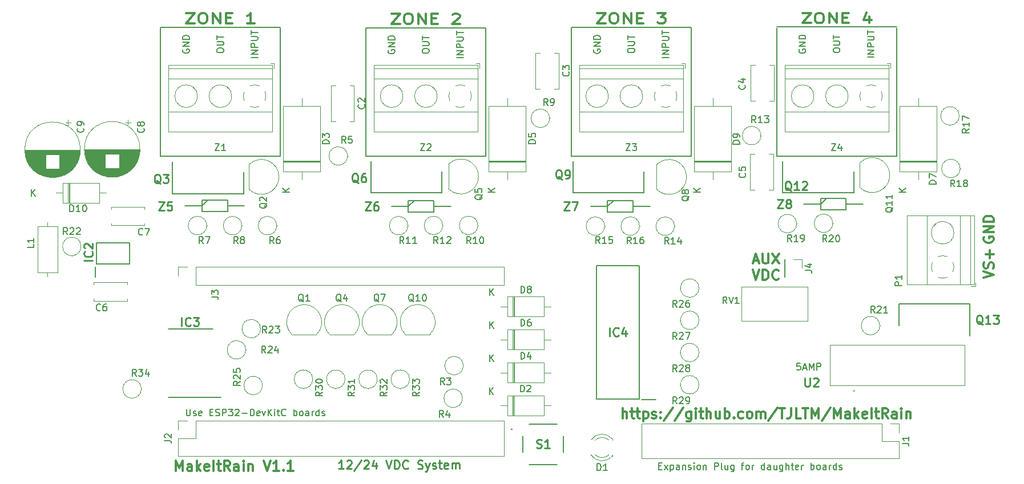
<source format=gbr>
%TF.GenerationSoftware,KiCad,Pcbnew,(6.0.0)*%
%TF.CreationDate,2022-04-11T12:39:09-07:00*%
%TF.ProjectId,MakeItRain,4d616b65-4974-4526-9169-6e2e6b696361,rev?*%
%TF.SameCoordinates,Original*%
%TF.FileFunction,Legend,Top*%
%TF.FilePolarity,Positive*%
%FSLAX46Y46*%
G04 Gerber Fmt 4.6, Leading zero omitted, Abs format (unit mm)*
G04 Created by KiCad (PCBNEW (6.0.0)) date 2022-04-11 12:39:09*
%MOMM*%
%LPD*%
G01*
G04 APERTURE LIST*
%ADD10C,0.150000*%
%ADD11C,0.300000*%
%ADD12C,0.254000*%
%ADD13C,0.120000*%
%ADD14C,0.200000*%
%ADD15C,0.100000*%
G04 APERTURE END LIST*
D10*
X79897030Y-60851504D02*
X62117030Y-60851504D01*
X92585999Y-60929986D02*
X92585999Y-79979986D01*
X110365999Y-79979986D02*
X110365999Y-60929986D01*
X110365765Y-60919674D02*
X92585765Y-60919674D01*
X123065999Y-60929986D02*
X123065999Y-79979986D01*
X140845999Y-79979986D02*
X140845999Y-60929986D01*
X140850803Y-60857432D02*
X123070803Y-60857432D01*
X171325999Y-79979986D02*
X171325999Y-60929986D01*
X171322601Y-60821866D02*
X153542601Y-60821866D01*
X153545999Y-60929986D02*
X153545999Y-79979986D01*
X92585999Y-79979986D02*
X110365999Y-79979986D01*
X123065999Y-79979986D02*
X140845999Y-79979986D01*
X153545999Y-79979986D02*
X171325999Y-79979986D01*
X62105999Y-79979986D02*
X79885999Y-79979986D01*
X79885999Y-79979986D02*
X79885999Y-60929986D01*
X62105999Y-60929986D02*
X62105999Y-79979986D01*
X76539410Y-65320075D02*
X75539410Y-65320075D01*
X76539410Y-64843884D02*
X75539410Y-64843884D01*
X76539410Y-64272456D01*
X75539410Y-64272456D01*
X76539410Y-63796265D02*
X75539410Y-63796265D01*
X75539410Y-63415313D01*
X75587030Y-63320075D01*
X75634649Y-63272456D01*
X75729887Y-63224837D01*
X75872744Y-63224837D01*
X75967982Y-63272456D01*
X76015601Y-63320075D01*
X76063220Y-63415313D01*
X76063220Y-63796265D01*
X75539410Y-62796265D02*
X76348934Y-62796265D01*
X76444172Y-62748646D01*
X76491791Y-62701027D01*
X76539410Y-62605789D01*
X76539410Y-62415313D01*
X76491791Y-62320075D01*
X76444172Y-62272456D01*
X76348934Y-62224837D01*
X75539410Y-62224837D01*
X75539410Y-61891504D02*
X75539410Y-61320075D01*
X76539410Y-61605789D02*
X75539410Y-61605789D01*
X107008145Y-65388245D02*
X106008145Y-65388245D01*
X107008145Y-64912054D02*
X106008145Y-64912054D01*
X107008145Y-64340626D01*
X106008145Y-64340626D01*
X107008145Y-63864435D02*
X106008145Y-63864435D01*
X106008145Y-63483483D01*
X106055765Y-63388245D01*
X106103384Y-63340626D01*
X106198622Y-63293007D01*
X106341479Y-63293007D01*
X106436717Y-63340626D01*
X106484336Y-63388245D01*
X106531955Y-63483483D01*
X106531955Y-63864435D01*
X106008145Y-62864435D02*
X106817669Y-62864435D01*
X106912907Y-62816816D01*
X106960526Y-62769197D01*
X107008145Y-62673959D01*
X107008145Y-62483483D01*
X106960526Y-62388245D01*
X106912907Y-62340626D01*
X106817669Y-62293007D01*
X106008145Y-62293007D01*
X106008145Y-61959674D02*
X106008145Y-61388245D01*
X107008145Y-61673959D02*
X106008145Y-61673959D01*
X100928145Y-64459674D02*
X100928145Y-64269197D01*
X100975765Y-64173959D01*
X101071003Y-64078721D01*
X101261479Y-64031102D01*
X101594812Y-64031102D01*
X101785288Y-64078721D01*
X101880526Y-64173959D01*
X101928145Y-64269197D01*
X101928145Y-64459674D01*
X101880526Y-64554912D01*
X101785288Y-64650150D01*
X101594812Y-64697769D01*
X101261479Y-64697769D01*
X101071003Y-64650150D01*
X100975765Y-64554912D01*
X100928145Y-64459674D01*
X100928145Y-63602531D02*
X101737669Y-63602531D01*
X101832907Y-63554912D01*
X101880526Y-63507293D01*
X101928145Y-63412054D01*
X101928145Y-63221578D01*
X101880526Y-63126340D01*
X101832907Y-63078721D01*
X101737669Y-63031102D01*
X100928145Y-63031102D01*
X100928145Y-62697769D02*
X100928145Y-62126340D01*
X101928145Y-62412054D02*
X100928145Y-62412054D01*
X95895765Y-64221578D02*
X95848145Y-64316816D01*
X95848145Y-64459674D01*
X95895765Y-64602531D01*
X95991003Y-64697769D01*
X96086241Y-64745388D01*
X96276717Y-64793007D01*
X96419574Y-64793007D01*
X96610050Y-64745388D01*
X96705288Y-64697769D01*
X96800526Y-64602531D01*
X96848145Y-64459674D01*
X96848145Y-64364435D01*
X96800526Y-64221578D01*
X96752907Y-64173959D01*
X96419574Y-64173959D01*
X96419574Y-64364435D01*
X96848145Y-63745388D02*
X95848145Y-63745388D01*
X96848145Y-63173959D01*
X95848145Y-63173959D01*
X96848145Y-62697769D02*
X95848145Y-62697769D01*
X95848145Y-62459674D01*
X95895765Y-62316816D01*
X95991003Y-62221578D01*
X96086241Y-62173959D01*
X96276717Y-62126340D01*
X96419574Y-62126340D01*
X96610050Y-62173959D01*
X96705288Y-62221578D01*
X96800526Y-62316816D01*
X96848145Y-62459674D01*
X96848145Y-62697769D01*
X126380803Y-64159336D02*
X126333183Y-64254574D01*
X126333183Y-64397432D01*
X126380803Y-64540289D01*
X126476041Y-64635527D01*
X126571279Y-64683146D01*
X126761755Y-64730765D01*
X126904612Y-64730765D01*
X127095088Y-64683146D01*
X127190326Y-64635527D01*
X127285564Y-64540289D01*
X127333183Y-64397432D01*
X127333183Y-64302193D01*
X127285564Y-64159336D01*
X127237945Y-64111717D01*
X126904612Y-64111717D01*
X126904612Y-64302193D01*
X127333183Y-63683146D02*
X126333183Y-63683146D01*
X127333183Y-63111717D01*
X126333183Y-63111717D01*
X127333183Y-62635527D02*
X126333183Y-62635527D01*
X126333183Y-62397432D01*
X126380803Y-62254574D01*
X126476041Y-62159336D01*
X126571279Y-62111717D01*
X126761755Y-62064098D01*
X126904612Y-62064098D01*
X127095088Y-62111717D01*
X127190326Y-62159336D01*
X127285564Y-62254574D01*
X127333183Y-62397432D01*
X127333183Y-62635527D01*
X137493183Y-65326003D02*
X136493183Y-65326003D01*
X137493183Y-64849812D02*
X136493183Y-64849812D01*
X137493183Y-64278384D01*
X136493183Y-64278384D01*
X137493183Y-63802193D02*
X136493183Y-63802193D01*
X136493183Y-63421241D01*
X136540803Y-63326003D01*
X136588422Y-63278384D01*
X136683660Y-63230765D01*
X136826517Y-63230765D01*
X136921755Y-63278384D01*
X136969374Y-63326003D01*
X137016993Y-63421241D01*
X137016993Y-63802193D01*
X136493183Y-62802193D02*
X137302707Y-62802193D01*
X137397945Y-62754574D01*
X137445564Y-62706955D01*
X137493183Y-62611717D01*
X137493183Y-62421241D01*
X137445564Y-62326003D01*
X137397945Y-62278384D01*
X137302707Y-62230765D01*
X136493183Y-62230765D01*
X136493183Y-61897432D02*
X136493183Y-61326003D01*
X137493183Y-61611717D02*
X136493183Y-61611717D01*
X131413183Y-64397432D02*
X131413183Y-64206955D01*
X131460803Y-64111717D01*
X131556041Y-64016479D01*
X131746517Y-63968860D01*
X132079850Y-63968860D01*
X132270326Y-64016479D01*
X132365564Y-64111717D01*
X132413183Y-64206955D01*
X132413183Y-64397432D01*
X132365564Y-64492670D01*
X132270326Y-64587908D01*
X132079850Y-64635527D01*
X131746517Y-64635527D01*
X131556041Y-64587908D01*
X131460803Y-64492670D01*
X131413183Y-64397432D01*
X131413183Y-63540289D02*
X132222707Y-63540289D01*
X132317945Y-63492670D01*
X132365564Y-63445051D01*
X132413183Y-63349812D01*
X132413183Y-63159336D01*
X132365564Y-63064098D01*
X132317945Y-63016479D01*
X132222707Y-62968860D01*
X131413183Y-62968860D01*
X131413183Y-62635527D02*
X131413183Y-62064098D01*
X132413183Y-62349812D02*
X131413183Y-62349812D01*
X156852601Y-64123770D02*
X156804981Y-64219008D01*
X156804981Y-64361866D01*
X156852601Y-64504723D01*
X156947839Y-64599961D01*
X157043077Y-64647580D01*
X157233553Y-64695199D01*
X157376410Y-64695199D01*
X157566886Y-64647580D01*
X157662124Y-64599961D01*
X157757362Y-64504723D01*
X157804981Y-64361866D01*
X157804981Y-64266627D01*
X157757362Y-64123770D01*
X157709743Y-64076151D01*
X157376410Y-64076151D01*
X157376410Y-64266627D01*
X157804981Y-63647580D02*
X156804981Y-63647580D01*
X157804981Y-63076151D01*
X156804981Y-63076151D01*
X157804981Y-62599961D02*
X156804981Y-62599961D01*
X156804981Y-62361866D01*
X156852601Y-62219008D01*
X156947839Y-62123770D01*
X157043077Y-62076151D01*
X157233553Y-62028532D01*
X157376410Y-62028532D01*
X157566886Y-62076151D01*
X157662124Y-62123770D01*
X157757362Y-62219008D01*
X157804981Y-62361866D01*
X157804981Y-62599961D01*
X161884981Y-64361866D02*
X161884981Y-64171389D01*
X161932601Y-64076151D01*
X162027839Y-63980913D01*
X162218315Y-63933294D01*
X162551648Y-63933294D01*
X162742124Y-63980913D01*
X162837362Y-64076151D01*
X162884981Y-64171389D01*
X162884981Y-64361866D01*
X162837362Y-64457104D01*
X162742124Y-64552342D01*
X162551648Y-64599961D01*
X162218315Y-64599961D01*
X162027839Y-64552342D01*
X161932601Y-64457104D01*
X161884981Y-64361866D01*
X161884981Y-63504723D02*
X162694505Y-63504723D01*
X162789743Y-63457104D01*
X162837362Y-63409485D01*
X162884981Y-63314246D01*
X162884981Y-63123770D01*
X162837362Y-63028532D01*
X162789743Y-62980913D01*
X162694505Y-62933294D01*
X161884981Y-62933294D01*
X161884981Y-62599961D02*
X161884981Y-62028532D01*
X162884981Y-62314246D02*
X161884981Y-62314246D01*
X167964981Y-65290437D02*
X166964981Y-65290437D01*
X167964981Y-64814246D02*
X166964981Y-64814246D01*
X167964981Y-64242818D01*
X166964981Y-64242818D01*
X167964981Y-63766627D02*
X166964981Y-63766627D01*
X166964981Y-63385675D01*
X167012601Y-63290437D01*
X167060220Y-63242818D01*
X167155458Y-63195199D01*
X167298315Y-63195199D01*
X167393553Y-63242818D01*
X167441172Y-63290437D01*
X167488791Y-63385675D01*
X167488791Y-63766627D01*
X166964981Y-62766627D02*
X167774505Y-62766627D01*
X167869743Y-62719008D01*
X167917362Y-62671389D01*
X167964981Y-62576151D01*
X167964981Y-62385675D01*
X167917362Y-62290437D01*
X167869743Y-62242818D01*
X167774505Y-62195199D01*
X166964981Y-62195199D01*
X166964981Y-61861866D02*
X166964981Y-61290437D01*
X167964981Y-61576151D02*
X166964981Y-61576151D01*
D11*
X96350407Y-58828245D02*
X97620407Y-58828245D01*
X96350407Y-60328245D01*
X97620407Y-60328245D01*
X98708979Y-58828245D02*
X99071836Y-58828245D01*
X99253265Y-58899674D01*
X99434693Y-59042531D01*
X99525407Y-59328245D01*
X99525407Y-59828245D01*
X99434693Y-60113959D01*
X99253265Y-60256816D01*
X99071836Y-60328245D01*
X98708979Y-60328245D01*
X98527550Y-60256816D01*
X98346122Y-60113959D01*
X98255407Y-59828245D01*
X98255407Y-59328245D01*
X98346122Y-59042531D01*
X98527550Y-58899674D01*
X98708979Y-58828245D01*
X100341836Y-60328245D02*
X100341836Y-58828245D01*
X101430407Y-60328245D01*
X101430407Y-58828245D01*
X102337550Y-59542531D02*
X102972550Y-59542531D01*
X103244693Y-60328245D02*
X102337550Y-60328245D01*
X102337550Y-58828245D01*
X103244693Y-58828245D01*
X105421836Y-58971102D02*
X105512550Y-58899674D01*
X105693979Y-58828245D01*
X106147550Y-58828245D01*
X106328979Y-58899674D01*
X106419693Y-58971102D01*
X106510407Y-59113959D01*
X106510407Y-59256816D01*
X106419693Y-59471102D01*
X105331122Y-60328245D01*
X106510407Y-60328245D01*
X126835445Y-58766003D02*
X128105445Y-58766003D01*
X126835445Y-60266003D01*
X128105445Y-60266003D01*
X129194017Y-58766003D02*
X129556874Y-58766003D01*
X129738303Y-58837432D01*
X129919731Y-58980289D01*
X130010445Y-59266003D01*
X130010445Y-59766003D01*
X129919731Y-60051717D01*
X129738303Y-60194574D01*
X129556874Y-60266003D01*
X129194017Y-60266003D01*
X129012588Y-60194574D01*
X128831160Y-60051717D01*
X128740445Y-59766003D01*
X128740445Y-59266003D01*
X128831160Y-58980289D01*
X129012588Y-58837432D01*
X129194017Y-58766003D01*
X130826874Y-60266003D02*
X130826874Y-58766003D01*
X131915445Y-60266003D01*
X131915445Y-58766003D01*
X132822588Y-59480289D02*
X133457588Y-59480289D01*
X133729731Y-60266003D02*
X132822588Y-60266003D01*
X132822588Y-58766003D01*
X133729731Y-58766003D01*
X135816160Y-58766003D02*
X136995445Y-58766003D01*
X136360445Y-59337432D01*
X136632588Y-59337432D01*
X136814017Y-59408860D01*
X136904731Y-59480289D01*
X136995445Y-59623146D01*
X136995445Y-59980289D01*
X136904731Y-60123146D01*
X136814017Y-60194574D01*
X136632588Y-60266003D01*
X136088303Y-60266003D01*
X135906874Y-60194574D01*
X135816160Y-60123146D01*
X157307243Y-58730437D02*
X158577243Y-58730437D01*
X157307243Y-60230437D01*
X158577243Y-60230437D01*
X159665815Y-58730437D02*
X160028672Y-58730437D01*
X160210101Y-58801866D01*
X160391529Y-58944723D01*
X160482243Y-59230437D01*
X160482243Y-59730437D01*
X160391529Y-60016151D01*
X160210101Y-60159008D01*
X160028672Y-60230437D01*
X159665815Y-60230437D01*
X159484386Y-60159008D01*
X159302958Y-60016151D01*
X159212243Y-59730437D01*
X159212243Y-59230437D01*
X159302958Y-58944723D01*
X159484386Y-58801866D01*
X159665815Y-58730437D01*
X161298672Y-60230437D02*
X161298672Y-58730437D01*
X162387243Y-60230437D01*
X162387243Y-58730437D01*
X163294386Y-59444723D02*
X163929386Y-59444723D01*
X164201529Y-60230437D02*
X163294386Y-60230437D01*
X163294386Y-58730437D01*
X164201529Y-58730437D01*
X167285815Y-59230437D02*
X167285815Y-60230437D01*
X166832243Y-58659008D02*
X166378672Y-59730437D01*
X167557958Y-59730437D01*
X184184369Y-98081430D02*
X185684369Y-97581430D01*
X184184369Y-97081430D01*
X185612940Y-96652858D02*
X185684369Y-96438573D01*
X185684369Y-96081430D01*
X185612940Y-95938573D01*
X185541512Y-95867144D01*
X185398655Y-95795715D01*
X185255798Y-95795715D01*
X185112940Y-95867144D01*
X185041512Y-95938573D01*
X184970083Y-96081430D01*
X184898655Y-96367144D01*
X184827226Y-96510001D01*
X184755798Y-96581430D01*
X184612940Y-96652858D01*
X184470083Y-96652858D01*
X184327226Y-96581430D01*
X184255798Y-96510001D01*
X184184369Y-96367144D01*
X184184369Y-96010001D01*
X184255798Y-95795715D01*
X185112940Y-95152858D02*
X185112940Y-94010001D01*
X185684369Y-94581430D02*
X184541512Y-94581430D01*
D10*
X156998147Y-110759414D02*
X156521956Y-110759414D01*
X156474337Y-111235605D01*
X156521956Y-111187986D01*
X156617194Y-111140367D01*
X156855290Y-111140367D01*
X156950528Y-111187986D01*
X156998147Y-111235605D01*
X157045766Y-111330843D01*
X157045766Y-111568938D01*
X156998147Y-111664176D01*
X156950528Y-111711795D01*
X156855290Y-111759414D01*
X156617194Y-111759414D01*
X156521956Y-111711795D01*
X156474337Y-111664176D01*
X157426718Y-111473700D02*
X157902909Y-111473700D01*
X157331480Y-111759414D02*
X157664813Y-110759414D01*
X157998147Y-111759414D01*
X158331480Y-111759414D02*
X158331480Y-110759414D01*
X158664813Y-111473700D01*
X158998147Y-110759414D01*
X158998147Y-111759414D01*
X159474337Y-111759414D02*
X159474337Y-110759414D01*
X159855290Y-110759414D01*
X159950528Y-110807034D01*
X159998147Y-110854653D01*
X160045766Y-110949891D01*
X160045766Y-111092748D01*
X159998147Y-111187986D01*
X159950528Y-111235605D01*
X159855290Y-111283224D01*
X159474337Y-111283224D01*
X65961904Y-117562380D02*
X65961904Y-118371904D01*
X66009523Y-118467142D01*
X66057142Y-118514761D01*
X66152380Y-118562380D01*
X66342857Y-118562380D01*
X66438095Y-118514761D01*
X66485714Y-118467142D01*
X66533333Y-118371904D01*
X66533333Y-117562380D01*
X66961904Y-118514761D02*
X67057142Y-118562380D01*
X67247619Y-118562380D01*
X67342857Y-118514761D01*
X67390476Y-118419523D01*
X67390476Y-118371904D01*
X67342857Y-118276666D01*
X67247619Y-118229047D01*
X67104761Y-118229047D01*
X67009523Y-118181428D01*
X66961904Y-118086190D01*
X66961904Y-118038571D01*
X67009523Y-117943333D01*
X67104761Y-117895714D01*
X67247619Y-117895714D01*
X67342857Y-117943333D01*
X68200000Y-118514761D02*
X68104761Y-118562380D01*
X67914285Y-118562380D01*
X67819047Y-118514761D01*
X67771428Y-118419523D01*
X67771428Y-118038571D01*
X67819047Y-117943333D01*
X67914285Y-117895714D01*
X68104761Y-117895714D01*
X68200000Y-117943333D01*
X68247619Y-118038571D01*
X68247619Y-118133809D01*
X67771428Y-118229047D01*
X69438095Y-118038571D02*
X69771428Y-118038571D01*
X69914285Y-118562380D02*
X69438095Y-118562380D01*
X69438095Y-117562380D01*
X69914285Y-117562380D01*
X70295238Y-118514761D02*
X70438095Y-118562380D01*
X70676190Y-118562380D01*
X70771428Y-118514761D01*
X70819047Y-118467142D01*
X70866666Y-118371904D01*
X70866666Y-118276666D01*
X70819047Y-118181428D01*
X70771428Y-118133809D01*
X70676190Y-118086190D01*
X70485714Y-118038571D01*
X70390476Y-117990952D01*
X70342857Y-117943333D01*
X70295238Y-117848095D01*
X70295238Y-117752857D01*
X70342857Y-117657619D01*
X70390476Y-117610000D01*
X70485714Y-117562380D01*
X70723809Y-117562380D01*
X70866666Y-117610000D01*
X71295238Y-118562380D02*
X71295238Y-117562380D01*
X71676190Y-117562380D01*
X71771428Y-117610000D01*
X71819047Y-117657619D01*
X71866666Y-117752857D01*
X71866666Y-117895714D01*
X71819047Y-117990952D01*
X71771428Y-118038571D01*
X71676190Y-118086190D01*
X71295238Y-118086190D01*
X72200000Y-117562380D02*
X72819047Y-117562380D01*
X72485714Y-117943333D01*
X72628571Y-117943333D01*
X72723809Y-117990952D01*
X72771428Y-118038571D01*
X72819047Y-118133809D01*
X72819047Y-118371904D01*
X72771428Y-118467142D01*
X72723809Y-118514761D01*
X72628571Y-118562380D01*
X72342857Y-118562380D01*
X72247619Y-118514761D01*
X72200000Y-118467142D01*
X73200000Y-117657619D02*
X73247619Y-117610000D01*
X73342857Y-117562380D01*
X73580952Y-117562380D01*
X73676190Y-117610000D01*
X73723809Y-117657619D01*
X73771428Y-117752857D01*
X73771428Y-117848095D01*
X73723809Y-117990952D01*
X73152380Y-118562380D01*
X73771428Y-118562380D01*
X74200000Y-118181428D02*
X74961904Y-118181428D01*
X75438095Y-118562380D02*
X75438095Y-117562380D01*
X75676190Y-117562380D01*
X75819047Y-117610000D01*
X75914285Y-117705238D01*
X75961904Y-117800476D01*
X76009523Y-117990952D01*
X76009523Y-118133809D01*
X75961904Y-118324285D01*
X75914285Y-118419523D01*
X75819047Y-118514761D01*
X75676190Y-118562380D01*
X75438095Y-118562380D01*
X76819047Y-118514761D02*
X76723809Y-118562380D01*
X76533333Y-118562380D01*
X76438095Y-118514761D01*
X76390476Y-118419523D01*
X76390476Y-118038571D01*
X76438095Y-117943333D01*
X76533333Y-117895714D01*
X76723809Y-117895714D01*
X76819047Y-117943333D01*
X76866666Y-118038571D01*
X76866666Y-118133809D01*
X76390476Y-118229047D01*
X77200000Y-117895714D02*
X77438095Y-118562380D01*
X77676190Y-117895714D01*
X78057142Y-118562380D02*
X78057142Y-117562380D01*
X78628571Y-118562380D02*
X78200000Y-117990952D01*
X78628571Y-117562380D02*
X78057142Y-118133809D01*
X79057142Y-118562380D02*
X79057142Y-117895714D01*
X79057142Y-117562380D02*
X79009523Y-117610000D01*
X79057142Y-117657619D01*
X79104761Y-117610000D01*
X79057142Y-117562380D01*
X79057142Y-117657619D01*
X79390476Y-117895714D02*
X79771428Y-117895714D01*
X79533333Y-117562380D02*
X79533333Y-118419523D01*
X79580952Y-118514761D01*
X79676190Y-118562380D01*
X79771428Y-118562380D01*
X80676190Y-118467142D02*
X80628571Y-118514761D01*
X80485714Y-118562380D01*
X80390476Y-118562380D01*
X80247619Y-118514761D01*
X80152380Y-118419523D01*
X80104761Y-118324285D01*
X80057142Y-118133809D01*
X80057142Y-117990952D01*
X80104761Y-117800476D01*
X80152380Y-117705238D01*
X80247619Y-117610000D01*
X80390476Y-117562380D01*
X80485714Y-117562380D01*
X80628571Y-117610000D01*
X80676190Y-117657619D01*
X81866666Y-118562380D02*
X81866666Y-117562380D01*
X81866666Y-117943333D02*
X81961904Y-117895714D01*
X82152380Y-117895714D01*
X82247619Y-117943333D01*
X82295238Y-117990952D01*
X82342857Y-118086190D01*
X82342857Y-118371904D01*
X82295238Y-118467142D01*
X82247619Y-118514761D01*
X82152380Y-118562380D01*
X81961904Y-118562380D01*
X81866666Y-118514761D01*
X82914285Y-118562380D02*
X82819047Y-118514761D01*
X82771428Y-118467142D01*
X82723809Y-118371904D01*
X82723809Y-118086190D01*
X82771428Y-117990952D01*
X82819047Y-117943333D01*
X82914285Y-117895714D01*
X83057142Y-117895714D01*
X83152380Y-117943333D01*
X83200000Y-117990952D01*
X83247619Y-118086190D01*
X83247619Y-118371904D01*
X83200000Y-118467142D01*
X83152380Y-118514761D01*
X83057142Y-118562380D01*
X82914285Y-118562380D01*
X84104761Y-118562380D02*
X84104761Y-118038571D01*
X84057142Y-117943333D01*
X83961904Y-117895714D01*
X83771428Y-117895714D01*
X83676190Y-117943333D01*
X84104761Y-118514761D02*
X84009523Y-118562380D01*
X83771428Y-118562380D01*
X83676190Y-118514761D01*
X83628571Y-118419523D01*
X83628571Y-118324285D01*
X83676190Y-118229047D01*
X83771428Y-118181428D01*
X84009523Y-118181428D01*
X84104761Y-118133809D01*
X84580952Y-118562380D02*
X84580952Y-117895714D01*
X84580952Y-118086190D02*
X84628571Y-117990952D01*
X84676190Y-117943333D01*
X84771428Y-117895714D01*
X84866666Y-117895714D01*
X85628571Y-118562380D02*
X85628571Y-117562380D01*
X85628571Y-118514761D02*
X85533333Y-118562380D01*
X85342857Y-118562380D01*
X85247619Y-118514761D01*
X85200000Y-118467142D01*
X85152380Y-118371904D01*
X85152380Y-118086190D01*
X85200000Y-117990952D01*
X85247619Y-117943333D01*
X85342857Y-117895714D01*
X85533333Y-117895714D01*
X85628571Y-117943333D01*
X86057142Y-118514761D02*
X86152380Y-118562380D01*
X86342857Y-118562380D01*
X86438095Y-118514761D01*
X86485714Y-118419523D01*
X86485714Y-118371904D01*
X86438095Y-118276666D01*
X86342857Y-118229047D01*
X86199999Y-118229047D01*
X86104761Y-118181428D01*
X86057142Y-118086190D01*
X86057142Y-118038571D01*
X86104761Y-117943333D01*
X86199999Y-117895714D01*
X86342857Y-117895714D01*
X86438095Y-117943333D01*
D12*
X89261761Y-126428125D02*
X88536046Y-126428125D01*
X88898903Y-126428125D02*
X88898903Y-125158125D01*
X88777951Y-125339554D01*
X88656999Y-125460506D01*
X88536046Y-125520982D01*
X89745570Y-125279078D02*
X89806046Y-125218602D01*
X89926999Y-125158125D01*
X90229380Y-125158125D01*
X90350332Y-125218602D01*
X90410808Y-125279078D01*
X90471284Y-125400030D01*
X90471284Y-125520982D01*
X90410808Y-125702411D01*
X89685094Y-126428125D01*
X90471284Y-126428125D01*
X91922713Y-125097649D02*
X90834141Y-126730506D01*
X92285570Y-125279078D02*
X92346046Y-125218602D01*
X92466999Y-125158125D01*
X92769380Y-125158125D01*
X92890332Y-125218602D01*
X92950808Y-125279078D01*
X93011284Y-125400030D01*
X93011284Y-125520982D01*
X92950808Y-125702411D01*
X92225094Y-126428125D01*
X93011284Y-126428125D01*
X94099856Y-125581459D02*
X94099856Y-126428125D01*
X93797475Y-125097649D02*
X93495094Y-126004792D01*
X94281284Y-126004792D01*
X95551284Y-125158125D02*
X95974618Y-126428125D01*
X96397951Y-125158125D01*
X96821284Y-126428125D02*
X96821284Y-125158125D01*
X97123665Y-125158125D01*
X97305094Y-125218602D01*
X97426046Y-125339554D01*
X97486522Y-125460506D01*
X97546999Y-125702411D01*
X97546999Y-125883840D01*
X97486522Y-126125744D01*
X97426046Y-126246697D01*
X97305094Y-126367649D01*
X97123665Y-126428125D01*
X96821284Y-126428125D01*
X98816999Y-126307173D02*
X98756522Y-126367649D01*
X98575094Y-126428125D01*
X98454141Y-126428125D01*
X98272713Y-126367649D01*
X98151761Y-126246697D01*
X98091284Y-126125744D01*
X98030808Y-125883840D01*
X98030808Y-125702411D01*
X98091284Y-125460506D01*
X98151761Y-125339554D01*
X98272713Y-125218602D01*
X98454141Y-125158125D01*
X98575094Y-125158125D01*
X98756522Y-125218602D01*
X98816999Y-125279078D01*
X100268427Y-126367649D02*
X100449856Y-126428125D01*
X100752237Y-126428125D01*
X100873189Y-126367649D01*
X100933665Y-126307173D01*
X100994141Y-126186221D01*
X100994141Y-126065268D01*
X100933665Y-125944316D01*
X100873189Y-125883840D01*
X100752237Y-125823363D01*
X100510332Y-125762887D01*
X100389380Y-125702411D01*
X100328903Y-125641935D01*
X100268427Y-125520982D01*
X100268427Y-125400030D01*
X100328903Y-125279078D01*
X100389380Y-125218602D01*
X100510332Y-125158125D01*
X100812713Y-125158125D01*
X100994141Y-125218602D01*
X101417475Y-125581459D02*
X101719856Y-126428125D01*
X102022237Y-125581459D02*
X101719856Y-126428125D01*
X101598903Y-126730506D01*
X101538427Y-126790982D01*
X101417475Y-126851459D01*
X102445570Y-126367649D02*
X102566522Y-126428125D01*
X102808427Y-126428125D01*
X102929380Y-126367649D01*
X102989856Y-126246697D01*
X102989856Y-126186221D01*
X102929380Y-126065268D01*
X102808427Y-126004792D01*
X102626999Y-126004792D01*
X102506046Y-125944316D01*
X102445570Y-125823363D01*
X102445570Y-125762887D01*
X102506046Y-125641935D01*
X102626999Y-125581459D01*
X102808427Y-125581459D01*
X102929380Y-125641935D01*
X103352713Y-125581459D02*
X103836522Y-125581459D01*
X103534141Y-125158125D02*
X103534141Y-126246697D01*
X103594618Y-126367649D01*
X103715570Y-126428125D01*
X103836522Y-126428125D01*
X104743665Y-126367649D02*
X104622713Y-126428125D01*
X104380808Y-126428125D01*
X104259856Y-126367649D01*
X104199380Y-126246697D01*
X104199380Y-125762887D01*
X104259856Y-125641935D01*
X104380808Y-125581459D01*
X104622713Y-125581459D01*
X104743665Y-125641935D01*
X104804141Y-125762887D01*
X104804141Y-125883840D01*
X104199380Y-126004792D01*
X105348427Y-126428125D02*
X105348427Y-125581459D01*
X105348427Y-125702411D02*
X105408903Y-125641935D01*
X105529856Y-125581459D01*
X105711284Y-125581459D01*
X105832237Y-125641935D01*
X105892713Y-125762887D01*
X105892713Y-126428125D01*
X105892713Y-125762887D02*
X105953189Y-125641935D01*
X106074141Y-125581459D01*
X106255570Y-125581459D01*
X106376522Y-125641935D01*
X106436999Y-125762887D01*
X106436999Y-126428125D01*
D11*
X130658430Y-118918396D02*
X130658430Y-117418396D01*
X131301287Y-118918396D02*
X131301287Y-118132682D01*
X131229858Y-117989825D01*
X131087001Y-117918396D01*
X130872715Y-117918396D01*
X130729858Y-117989825D01*
X130658430Y-118061253D01*
X131801287Y-117918396D02*
X132372715Y-117918396D01*
X132015573Y-117418396D02*
X132015573Y-118704110D01*
X132087001Y-118846967D01*
X132229858Y-118918396D01*
X132372715Y-118918396D01*
X132658430Y-117918396D02*
X133229858Y-117918396D01*
X132872715Y-117418396D02*
X132872715Y-118704110D01*
X132944144Y-118846967D01*
X133087001Y-118918396D01*
X133229858Y-118918396D01*
X133729858Y-117918396D02*
X133729858Y-119418396D01*
X133729858Y-117989825D02*
X133872715Y-117918396D01*
X134158430Y-117918396D01*
X134301287Y-117989825D01*
X134372715Y-118061253D01*
X134444144Y-118204110D01*
X134444144Y-118632682D01*
X134372715Y-118775539D01*
X134301287Y-118846967D01*
X134158430Y-118918396D01*
X133872715Y-118918396D01*
X133729858Y-118846967D01*
X135015573Y-118846967D02*
X135158430Y-118918396D01*
X135444144Y-118918396D01*
X135587001Y-118846967D01*
X135658430Y-118704110D01*
X135658430Y-118632682D01*
X135587001Y-118489825D01*
X135444144Y-118418396D01*
X135229858Y-118418396D01*
X135087001Y-118346967D01*
X135015573Y-118204110D01*
X135015573Y-118132682D01*
X135087001Y-117989825D01*
X135229858Y-117918396D01*
X135444144Y-117918396D01*
X135587001Y-117989825D01*
X136301287Y-118775539D02*
X136372715Y-118846967D01*
X136301287Y-118918396D01*
X136229858Y-118846967D01*
X136301287Y-118775539D01*
X136301287Y-118918396D01*
X136301287Y-117989825D02*
X136372715Y-118061253D01*
X136301287Y-118132682D01*
X136229858Y-118061253D01*
X136301287Y-117989825D01*
X136301287Y-118132682D01*
X138087001Y-117346967D02*
X136801287Y-119275539D01*
X139658430Y-117346967D02*
X138372715Y-119275539D01*
X140801287Y-117918396D02*
X140801287Y-119132682D01*
X140729858Y-119275539D01*
X140658430Y-119346967D01*
X140515573Y-119418396D01*
X140301287Y-119418396D01*
X140158430Y-119346967D01*
X140801287Y-118846967D02*
X140658430Y-118918396D01*
X140372715Y-118918396D01*
X140229858Y-118846967D01*
X140158430Y-118775539D01*
X140087001Y-118632682D01*
X140087001Y-118204110D01*
X140158430Y-118061253D01*
X140229858Y-117989825D01*
X140372715Y-117918396D01*
X140658430Y-117918396D01*
X140801287Y-117989825D01*
X141515573Y-118918396D02*
X141515573Y-117918396D01*
X141515573Y-117418396D02*
X141444144Y-117489825D01*
X141515573Y-117561253D01*
X141587001Y-117489825D01*
X141515573Y-117418396D01*
X141515573Y-117561253D01*
X142015573Y-117918396D02*
X142587001Y-117918396D01*
X142229858Y-117418396D02*
X142229858Y-118704110D01*
X142301287Y-118846967D01*
X142444144Y-118918396D01*
X142587001Y-118918396D01*
X143087001Y-118918396D02*
X143087001Y-117418396D01*
X143729858Y-118918396D02*
X143729858Y-118132682D01*
X143658430Y-117989825D01*
X143515573Y-117918396D01*
X143301287Y-117918396D01*
X143158430Y-117989825D01*
X143087001Y-118061253D01*
X145087001Y-117918396D02*
X145087001Y-118918396D01*
X144444144Y-117918396D02*
X144444144Y-118704110D01*
X144515573Y-118846967D01*
X144658430Y-118918396D01*
X144872715Y-118918396D01*
X145015573Y-118846967D01*
X145087001Y-118775539D01*
X145801287Y-118918396D02*
X145801287Y-117418396D01*
X145801287Y-117989825D02*
X145944144Y-117918396D01*
X146229858Y-117918396D01*
X146372715Y-117989825D01*
X146444144Y-118061253D01*
X146515573Y-118204110D01*
X146515573Y-118632682D01*
X146444144Y-118775539D01*
X146372715Y-118846967D01*
X146229858Y-118918396D01*
X145944144Y-118918396D01*
X145801287Y-118846967D01*
X147158430Y-118775539D02*
X147229858Y-118846967D01*
X147158430Y-118918396D01*
X147087001Y-118846967D01*
X147158430Y-118775539D01*
X147158430Y-118918396D01*
X148515573Y-118846967D02*
X148372715Y-118918396D01*
X148087001Y-118918396D01*
X147944144Y-118846967D01*
X147872715Y-118775539D01*
X147801287Y-118632682D01*
X147801287Y-118204110D01*
X147872715Y-118061253D01*
X147944144Y-117989825D01*
X148087001Y-117918396D01*
X148372715Y-117918396D01*
X148515573Y-117989825D01*
X149372715Y-118918396D02*
X149229858Y-118846967D01*
X149158430Y-118775539D01*
X149087001Y-118632682D01*
X149087001Y-118204110D01*
X149158430Y-118061253D01*
X149229858Y-117989825D01*
X149372715Y-117918396D01*
X149587001Y-117918396D01*
X149729858Y-117989825D01*
X149801287Y-118061253D01*
X149872715Y-118204110D01*
X149872715Y-118632682D01*
X149801287Y-118775539D01*
X149729858Y-118846967D01*
X149587001Y-118918396D01*
X149372715Y-118918396D01*
X150515573Y-118918396D02*
X150515573Y-117918396D01*
X150515573Y-118061253D02*
X150587001Y-117989825D01*
X150729858Y-117918396D01*
X150944144Y-117918396D01*
X151087001Y-117989825D01*
X151158430Y-118132682D01*
X151158430Y-118918396D01*
X151158430Y-118132682D02*
X151229858Y-117989825D01*
X151372715Y-117918396D01*
X151587001Y-117918396D01*
X151729858Y-117989825D01*
X151801287Y-118132682D01*
X151801287Y-118918396D01*
X153587001Y-117346967D02*
X152301287Y-119275539D01*
X153872715Y-117418396D02*
X154729858Y-117418396D01*
X154301287Y-118918396D02*
X154301287Y-117418396D01*
X155658430Y-117418396D02*
X155658430Y-118489825D01*
X155587001Y-118704110D01*
X155444144Y-118846967D01*
X155229858Y-118918396D01*
X155087001Y-118918396D01*
X157087001Y-118918396D02*
X156372715Y-118918396D01*
X156372715Y-117418396D01*
X157372715Y-117418396D02*
X158229858Y-117418396D01*
X157801287Y-118918396D02*
X157801287Y-117418396D01*
X158729858Y-118918396D02*
X158729858Y-117418396D01*
X159229858Y-118489825D01*
X159729858Y-117418396D01*
X159729858Y-118918396D01*
X161515573Y-117346967D02*
X160229858Y-119275539D01*
X162015573Y-118918396D02*
X162015573Y-117418396D01*
X162515573Y-118489825D01*
X163015573Y-117418396D01*
X163015573Y-118918396D01*
X164372715Y-118918396D02*
X164372715Y-118132682D01*
X164301287Y-117989825D01*
X164158430Y-117918396D01*
X163872715Y-117918396D01*
X163729858Y-117989825D01*
X164372715Y-118846967D02*
X164229858Y-118918396D01*
X163872715Y-118918396D01*
X163729858Y-118846967D01*
X163658430Y-118704110D01*
X163658430Y-118561253D01*
X163729858Y-118418396D01*
X163872715Y-118346967D01*
X164229858Y-118346967D01*
X164372715Y-118275539D01*
X165087001Y-118918396D02*
X165087001Y-117418396D01*
X165229858Y-118346967D02*
X165658430Y-118918396D01*
X165658430Y-117918396D02*
X165087001Y-118489825D01*
X166872715Y-118846967D02*
X166729858Y-118918396D01*
X166444144Y-118918396D01*
X166301287Y-118846967D01*
X166229858Y-118704110D01*
X166229858Y-118132682D01*
X166301287Y-117989825D01*
X166444144Y-117918396D01*
X166729858Y-117918396D01*
X166872715Y-117989825D01*
X166944144Y-118132682D01*
X166944144Y-118275539D01*
X166229858Y-118418396D01*
X167587001Y-118918396D02*
X167587001Y-117418396D01*
X168087001Y-117918396D02*
X168658430Y-117918396D01*
X168301287Y-117418396D02*
X168301287Y-118704110D01*
X168372715Y-118846967D01*
X168515573Y-118918396D01*
X168658430Y-118918396D01*
X170015573Y-118918396D02*
X169515573Y-118204110D01*
X169158430Y-118918396D02*
X169158430Y-117418396D01*
X169729858Y-117418396D01*
X169872715Y-117489825D01*
X169944144Y-117561253D01*
X170015573Y-117704110D01*
X170015573Y-117918396D01*
X169944144Y-118061253D01*
X169872715Y-118132682D01*
X169729858Y-118204110D01*
X169158430Y-118204110D01*
X171301287Y-118918396D02*
X171301287Y-118132682D01*
X171229858Y-117989825D01*
X171087001Y-117918396D01*
X170801287Y-117918396D01*
X170658430Y-117989825D01*
X171301287Y-118846967D02*
X171158430Y-118918396D01*
X170801287Y-118918396D01*
X170658430Y-118846967D01*
X170587001Y-118704110D01*
X170587001Y-118561253D01*
X170658430Y-118418396D01*
X170801287Y-118346967D01*
X171158430Y-118346967D01*
X171301287Y-118275539D01*
X172015573Y-118918396D02*
X172015573Y-117918396D01*
X172015573Y-117418396D02*
X171944144Y-117489825D01*
X172015573Y-117561253D01*
X172087001Y-117489825D01*
X172015573Y-117418396D01*
X172015573Y-117561253D01*
X172729858Y-117918396D02*
X172729858Y-118918396D01*
X172729858Y-118061253D02*
X172801287Y-117989825D01*
X172944144Y-117918396D01*
X173158430Y-117918396D01*
X173301287Y-117989825D01*
X173372715Y-118132682D01*
X173372715Y-118918396D01*
X184255798Y-92001430D02*
X184184369Y-92144287D01*
X184184369Y-92358573D01*
X184255798Y-92572858D01*
X184398655Y-92715715D01*
X184541512Y-92787144D01*
X184827226Y-92858573D01*
X185041512Y-92858573D01*
X185327226Y-92787144D01*
X185470083Y-92715715D01*
X185612940Y-92572858D01*
X185684369Y-92358573D01*
X185684369Y-92215715D01*
X185612940Y-92001430D01*
X185541512Y-91930001D01*
X185041512Y-91930001D01*
X185041512Y-92215715D01*
X185684369Y-91287144D02*
X184184369Y-91287144D01*
X185684369Y-90430001D01*
X184184369Y-90430001D01*
X185684369Y-89715715D02*
X184184369Y-89715715D01*
X184184369Y-89358573D01*
X184255798Y-89144287D01*
X184398655Y-89001430D01*
X184541512Y-88930001D01*
X184827226Y-88858573D01*
X185041512Y-88858573D01*
X185327226Y-88930001D01*
X185470083Y-89001430D01*
X185612940Y-89144287D01*
X185684369Y-89358573D01*
X185684369Y-89715715D01*
D10*
X136021707Y-126009813D02*
X136355040Y-126009813D01*
X136497897Y-126533622D02*
X136021707Y-126533622D01*
X136021707Y-125533622D01*
X136497897Y-125533622D01*
X136831231Y-126533622D02*
X137355040Y-125866956D01*
X136831231Y-125866956D02*
X137355040Y-126533622D01*
X137735993Y-125866956D02*
X137735993Y-126866956D01*
X137735993Y-125914575D02*
X137831231Y-125866956D01*
X138021707Y-125866956D01*
X138116945Y-125914575D01*
X138164564Y-125962194D01*
X138212183Y-126057432D01*
X138212183Y-126343146D01*
X138164564Y-126438384D01*
X138116945Y-126486003D01*
X138021707Y-126533622D01*
X137831231Y-126533622D01*
X137735993Y-126486003D01*
X139069326Y-126533622D02*
X139069326Y-126009813D01*
X139021707Y-125914575D01*
X138926469Y-125866956D01*
X138735993Y-125866956D01*
X138640755Y-125914575D01*
X139069326Y-126486003D02*
X138974088Y-126533622D01*
X138735993Y-126533622D01*
X138640755Y-126486003D01*
X138593136Y-126390765D01*
X138593136Y-126295527D01*
X138640755Y-126200289D01*
X138735993Y-126152670D01*
X138974088Y-126152670D01*
X139069326Y-126105051D01*
X139545516Y-125866956D02*
X139545516Y-126533622D01*
X139545516Y-125962194D02*
X139593136Y-125914575D01*
X139688374Y-125866956D01*
X139831231Y-125866956D01*
X139926469Y-125914575D01*
X139974088Y-126009813D01*
X139974088Y-126533622D01*
X140402659Y-126486003D02*
X140497897Y-126533622D01*
X140688374Y-126533622D01*
X140783612Y-126486003D01*
X140831231Y-126390765D01*
X140831231Y-126343146D01*
X140783612Y-126247908D01*
X140688374Y-126200289D01*
X140545516Y-126200289D01*
X140450278Y-126152670D01*
X140402659Y-126057432D01*
X140402659Y-126009813D01*
X140450278Y-125914575D01*
X140545516Y-125866956D01*
X140688374Y-125866956D01*
X140783612Y-125914575D01*
X141259802Y-126533622D02*
X141259802Y-125866956D01*
X141259802Y-125533622D02*
X141212183Y-125581242D01*
X141259802Y-125628861D01*
X141307421Y-125581242D01*
X141259802Y-125533622D01*
X141259802Y-125628861D01*
X141878850Y-126533622D02*
X141783612Y-126486003D01*
X141735993Y-126438384D01*
X141688374Y-126343146D01*
X141688374Y-126057432D01*
X141735993Y-125962194D01*
X141783612Y-125914575D01*
X141878850Y-125866956D01*
X142021707Y-125866956D01*
X142116945Y-125914575D01*
X142164564Y-125962194D01*
X142212183Y-126057432D01*
X142212183Y-126343146D01*
X142164564Y-126438384D01*
X142116945Y-126486003D01*
X142021707Y-126533622D01*
X141878850Y-126533622D01*
X142640755Y-125866956D02*
X142640755Y-126533622D01*
X142640755Y-125962194D02*
X142688374Y-125914575D01*
X142783612Y-125866956D01*
X142926469Y-125866956D01*
X143021707Y-125914575D01*
X143069326Y-126009813D01*
X143069326Y-126533622D01*
X144307421Y-126533622D02*
X144307421Y-125533622D01*
X144688374Y-125533622D01*
X144783612Y-125581242D01*
X144831231Y-125628861D01*
X144878850Y-125724099D01*
X144878850Y-125866956D01*
X144831231Y-125962194D01*
X144783612Y-126009813D01*
X144688374Y-126057432D01*
X144307421Y-126057432D01*
X145450278Y-126533622D02*
X145355040Y-126486003D01*
X145307421Y-126390765D01*
X145307421Y-125533622D01*
X146259802Y-125866956D02*
X146259802Y-126533622D01*
X145831231Y-125866956D02*
X145831231Y-126390765D01*
X145878850Y-126486003D01*
X145974088Y-126533622D01*
X146116945Y-126533622D01*
X146212183Y-126486003D01*
X146259802Y-126438384D01*
X147164564Y-125866956D02*
X147164564Y-126676480D01*
X147116945Y-126771718D01*
X147069326Y-126819337D01*
X146974088Y-126866956D01*
X146831231Y-126866956D01*
X146735993Y-126819337D01*
X147164564Y-126486003D02*
X147069326Y-126533622D01*
X146878850Y-126533622D01*
X146783612Y-126486003D01*
X146735993Y-126438384D01*
X146688374Y-126343146D01*
X146688374Y-126057432D01*
X146735993Y-125962194D01*
X146783612Y-125914575D01*
X146878850Y-125866956D01*
X147069326Y-125866956D01*
X147164564Y-125914575D01*
X148259802Y-125866956D02*
X148640755Y-125866956D01*
X148402659Y-126533622D02*
X148402659Y-125676480D01*
X148450278Y-125581242D01*
X148545516Y-125533622D01*
X148640755Y-125533622D01*
X149116945Y-126533622D02*
X149021707Y-126486003D01*
X148974088Y-126438384D01*
X148926469Y-126343146D01*
X148926469Y-126057432D01*
X148974088Y-125962194D01*
X149021707Y-125914575D01*
X149116945Y-125866956D01*
X149259802Y-125866956D01*
X149355040Y-125914575D01*
X149402659Y-125962194D01*
X149450278Y-126057432D01*
X149450278Y-126343146D01*
X149402659Y-126438384D01*
X149355040Y-126486003D01*
X149259802Y-126533622D01*
X149116945Y-126533622D01*
X149878850Y-126533622D02*
X149878850Y-125866956D01*
X149878850Y-126057432D02*
X149926469Y-125962194D01*
X149974088Y-125914575D01*
X150069326Y-125866956D01*
X150164564Y-125866956D01*
X151688374Y-126533622D02*
X151688374Y-125533622D01*
X151688374Y-126486003D02*
X151593136Y-126533622D01*
X151402659Y-126533622D01*
X151307421Y-126486003D01*
X151259802Y-126438384D01*
X151212183Y-126343146D01*
X151212183Y-126057432D01*
X151259802Y-125962194D01*
X151307421Y-125914575D01*
X151402659Y-125866956D01*
X151593136Y-125866956D01*
X151688374Y-125914575D01*
X152593136Y-126533622D02*
X152593136Y-126009813D01*
X152545516Y-125914575D01*
X152450278Y-125866956D01*
X152259802Y-125866956D01*
X152164564Y-125914575D01*
X152593136Y-126486003D02*
X152497897Y-126533622D01*
X152259802Y-126533622D01*
X152164564Y-126486003D01*
X152116945Y-126390765D01*
X152116945Y-126295527D01*
X152164564Y-126200289D01*
X152259802Y-126152670D01*
X152497897Y-126152670D01*
X152593136Y-126105051D01*
X153497897Y-125866956D02*
X153497897Y-126533622D01*
X153069326Y-125866956D02*
X153069326Y-126390765D01*
X153116945Y-126486003D01*
X153212183Y-126533622D01*
X153355040Y-126533622D01*
X153450278Y-126486003D01*
X153497897Y-126438384D01*
X154402659Y-125866956D02*
X154402659Y-126676480D01*
X154355040Y-126771718D01*
X154307421Y-126819337D01*
X154212183Y-126866956D01*
X154069326Y-126866956D01*
X153974088Y-126819337D01*
X154402659Y-126486003D02*
X154307421Y-126533622D01*
X154116945Y-126533622D01*
X154021707Y-126486003D01*
X153974088Y-126438384D01*
X153926469Y-126343146D01*
X153926469Y-126057432D01*
X153974088Y-125962194D01*
X154021707Y-125914575D01*
X154116945Y-125866956D01*
X154307421Y-125866956D01*
X154402659Y-125914575D01*
X154878850Y-126533622D02*
X154878850Y-125533622D01*
X155307421Y-126533622D02*
X155307421Y-126009813D01*
X155259802Y-125914575D01*
X155164564Y-125866956D01*
X155021707Y-125866956D01*
X154926469Y-125914575D01*
X154878850Y-125962194D01*
X155640755Y-125866956D02*
X156021707Y-125866956D01*
X155783612Y-125533622D02*
X155783612Y-126390765D01*
X155831231Y-126486003D01*
X155926469Y-126533622D01*
X156021707Y-126533622D01*
X156735993Y-126486003D02*
X156640755Y-126533622D01*
X156450278Y-126533622D01*
X156355040Y-126486003D01*
X156307421Y-126390765D01*
X156307421Y-126009813D01*
X156355040Y-125914575D01*
X156450278Y-125866956D01*
X156640755Y-125866956D01*
X156735993Y-125914575D01*
X156783612Y-126009813D01*
X156783612Y-126105051D01*
X156307421Y-126200289D01*
X157212183Y-126533622D02*
X157212183Y-125866956D01*
X157212183Y-126057432D02*
X157259802Y-125962194D01*
X157307421Y-125914575D01*
X157402659Y-125866956D01*
X157497897Y-125866956D01*
X158593135Y-126533622D02*
X158593135Y-125533622D01*
X158593135Y-125914575D02*
X158688374Y-125866956D01*
X158878850Y-125866956D01*
X158974088Y-125914575D01*
X159021707Y-125962194D01*
X159069326Y-126057432D01*
X159069326Y-126343146D01*
X159021707Y-126438384D01*
X158974088Y-126486003D01*
X158878850Y-126533622D01*
X158688374Y-126533622D01*
X158593135Y-126486003D01*
X159640755Y-126533622D02*
X159545516Y-126486003D01*
X159497897Y-126438384D01*
X159450278Y-126343146D01*
X159450278Y-126057432D01*
X159497897Y-125962194D01*
X159545516Y-125914575D01*
X159640755Y-125866956D01*
X159783612Y-125866956D01*
X159878850Y-125914575D01*
X159926469Y-125962194D01*
X159974088Y-126057432D01*
X159974088Y-126343146D01*
X159926469Y-126438384D01*
X159878850Y-126486003D01*
X159783612Y-126533622D01*
X159640755Y-126533622D01*
X160831231Y-126533622D02*
X160831231Y-126009813D01*
X160783612Y-125914575D01*
X160688374Y-125866956D01*
X160497897Y-125866956D01*
X160402659Y-125914575D01*
X160831231Y-126486003D02*
X160735993Y-126533622D01*
X160497897Y-126533622D01*
X160402659Y-126486003D01*
X160355040Y-126390765D01*
X160355040Y-126295527D01*
X160402659Y-126200289D01*
X160497897Y-126152670D01*
X160735993Y-126152670D01*
X160831231Y-126105051D01*
X161307421Y-126533622D02*
X161307421Y-125866956D01*
X161307421Y-126057432D02*
X161355040Y-125962194D01*
X161402659Y-125914575D01*
X161497897Y-125866956D01*
X161593135Y-125866956D01*
X162355040Y-126533622D02*
X162355040Y-125533622D01*
X162355040Y-126486003D02*
X162259802Y-126533622D01*
X162069326Y-126533622D01*
X161974088Y-126486003D01*
X161926469Y-126438384D01*
X161878850Y-126343146D01*
X161878850Y-126057432D01*
X161926469Y-125962194D01*
X161974088Y-125914575D01*
X162069326Y-125866956D01*
X162259802Y-125866956D01*
X162355040Y-125914575D01*
X162783612Y-126486003D02*
X162878850Y-126533622D01*
X163069326Y-126533622D01*
X163164564Y-126486003D01*
X163212183Y-126390765D01*
X163212183Y-126343146D01*
X163164564Y-126247908D01*
X163069326Y-126200289D01*
X162926469Y-126200289D01*
X162831231Y-126152670D01*
X162783612Y-126057432D01*
X162783612Y-126009813D01*
X162831231Y-125914575D01*
X162926469Y-125866956D01*
X163069326Y-125866956D01*
X163164564Y-125914575D01*
D11*
X150079969Y-95522490D02*
X150794254Y-95522490D01*
X149937112Y-95951061D02*
X150437112Y-94451061D01*
X150937112Y-95951061D01*
X151437112Y-94451061D02*
X151437112Y-95665347D01*
X151508540Y-95808204D01*
X151579969Y-95879632D01*
X151722826Y-95951061D01*
X152008540Y-95951061D01*
X152151397Y-95879632D01*
X152222826Y-95808204D01*
X152294254Y-95665347D01*
X152294254Y-94451061D01*
X152865683Y-94451061D02*
X153865683Y-95951061D01*
X153865683Y-94451061D02*
X152865683Y-95951061D01*
X149937112Y-96866061D02*
X150437112Y-98366061D01*
X150937112Y-96866061D01*
X151437112Y-98366061D02*
X151437112Y-96866061D01*
X151794254Y-96866061D01*
X152008540Y-96937490D01*
X152151397Y-97080347D01*
X152222826Y-97223204D01*
X152294254Y-97508918D01*
X152294254Y-97723204D01*
X152222826Y-98008918D01*
X152151397Y-98151775D01*
X152008540Y-98294632D01*
X151794254Y-98366061D01*
X151437112Y-98366061D01*
X153794254Y-98223204D02*
X153722826Y-98294632D01*
X153508540Y-98366061D01*
X153365683Y-98366061D01*
X153151397Y-98294632D01*
X153008540Y-98151775D01*
X152937112Y-98008918D01*
X152865683Y-97723204D01*
X152865683Y-97508918D01*
X152937112Y-97223204D01*
X153008540Y-97080347D01*
X153151397Y-96937490D01*
X153365683Y-96866061D01*
X153508540Y-96866061D01*
X153722826Y-96937490D01*
X153794254Y-97008918D01*
X65881672Y-58760075D02*
X67151672Y-58760075D01*
X65881672Y-60260075D01*
X67151672Y-60260075D01*
X68240244Y-58760075D02*
X68603101Y-58760075D01*
X68784530Y-58831504D01*
X68965958Y-58974361D01*
X69056672Y-59260075D01*
X69056672Y-59760075D01*
X68965958Y-60045789D01*
X68784530Y-60188646D01*
X68603101Y-60260075D01*
X68240244Y-60260075D01*
X68058815Y-60188646D01*
X67877387Y-60045789D01*
X67786672Y-59760075D01*
X67786672Y-59260075D01*
X67877387Y-58974361D01*
X68058815Y-58831504D01*
X68240244Y-58760075D01*
X69873101Y-60260075D02*
X69873101Y-58760075D01*
X70961672Y-60260075D01*
X70961672Y-58760075D01*
X71868815Y-59474361D02*
X72503815Y-59474361D01*
X72775958Y-60260075D02*
X71868815Y-60260075D01*
X71868815Y-58760075D01*
X72775958Y-58760075D01*
X76041672Y-60260075D02*
X74953101Y-60260075D01*
X75497387Y-60260075D02*
X75497387Y-58760075D01*
X75315958Y-58974361D01*
X75134530Y-59117218D01*
X74953101Y-59188646D01*
X64410563Y-126728853D02*
X64410563Y-125228853D01*
X64910563Y-126300282D01*
X65410563Y-125228853D01*
X65410563Y-126728853D01*
X66767706Y-126728853D02*
X66767706Y-125943139D01*
X66696277Y-125800282D01*
X66553420Y-125728853D01*
X66267706Y-125728853D01*
X66124849Y-125800282D01*
X66767706Y-126657424D02*
X66624849Y-126728853D01*
X66267706Y-126728853D01*
X66124849Y-126657424D01*
X66053420Y-126514567D01*
X66053420Y-126371710D01*
X66124849Y-126228853D01*
X66267706Y-126157424D01*
X66624849Y-126157424D01*
X66767706Y-126085996D01*
X67481992Y-126728853D02*
X67481992Y-125228853D01*
X67624849Y-126157424D02*
X68053420Y-126728853D01*
X68053420Y-125728853D02*
X67481992Y-126300282D01*
X69267706Y-126657424D02*
X69124849Y-126728853D01*
X68839135Y-126728853D01*
X68696277Y-126657424D01*
X68624849Y-126514567D01*
X68624849Y-125943139D01*
X68696277Y-125800282D01*
X68839135Y-125728853D01*
X69124849Y-125728853D01*
X69267706Y-125800282D01*
X69339135Y-125943139D01*
X69339135Y-126085996D01*
X68624849Y-126228853D01*
X69981992Y-126728853D02*
X69981992Y-125228853D01*
X70481992Y-125728853D02*
X71053420Y-125728853D01*
X70696277Y-125228853D02*
X70696277Y-126514567D01*
X70767706Y-126657424D01*
X70910563Y-126728853D01*
X71053420Y-126728853D01*
X72410563Y-126728853D02*
X71910563Y-126014567D01*
X71553420Y-126728853D02*
X71553420Y-125228853D01*
X72124849Y-125228853D01*
X72267706Y-125300282D01*
X72339135Y-125371710D01*
X72410563Y-125514567D01*
X72410563Y-125728853D01*
X72339135Y-125871710D01*
X72267706Y-125943139D01*
X72124849Y-126014567D01*
X71553420Y-126014567D01*
X73696277Y-126728853D02*
X73696277Y-125943139D01*
X73624849Y-125800282D01*
X73481992Y-125728853D01*
X73196277Y-125728853D01*
X73053420Y-125800282D01*
X73696277Y-126657424D02*
X73553420Y-126728853D01*
X73196277Y-126728853D01*
X73053420Y-126657424D01*
X72981992Y-126514567D01*
X72981992Y-126371710D01*
X73053420Y-126228853D01*
X73196277Y-126157424D01*
X73553420Y-126157424D01*
X73696277Y-126085996D01*
X74410563Y-126728853D02*
X74410563Y-125728853D01*
X74410563Y-125228853D02*
X74339135Y-125300282D01*
X74410563Y-125371710D01*
X74481992Y-125300282D01*
X74410563Y-125228853D01*
X74410563Y-125371710D01*
X75124849Y-125728853D02*
X75124849Y-126728853D01*
X75124849Y-125871710D02*
X75196277Y-125800282D01*
X75339135Y-125728853D01*
X75553420Y-125728853D01*
X75696277Y-125800282D01*
X75767706Y-125943139D01*
X75767706Y-126728853D01*
X77410563Y-125228853D02*
X77910563Y-126728853D01*
X78410563Y-125228853D01*
X79696277Y-126728853D02*
X78839135Y-126728853D01*
X79267706Y-126728853D02*
X79267706Y-125228853D01*
X79124849Y-125443139D01*
X78981992Y-125585996D01*
X78839135Y-125657424D01*
X80339135Y-126585996D02*
X80410563Y-126657424D01*
X80339135Y-126728853D01*
X80267706Y-126657424D01*
X80339135Y-126585996D01*
X80339135Y-126728853D01*
X81839135Y-126728853D02*
X80981992Y-126728853D01*
X81410563Y-126728853D02*
X81410563Y-125228853D01*
X81267706Y-125443139D01*
X81124849Y-125585996D01*
X80981992Y-125657424D01*
D10*
X70459410Y-64391504D02*
X70459410Y-64201027D01*
X70507030Y-64105789D01*
X70602268Y-64010551D01*
X70792744Y-63962932D01*
X71126077Y-63962932D01*
X71316553Y-64010551D01*
X71411791Y-64105789D01*
X71459410Y-64201027D01*
X71459410Y-64391504D01*
X71411791Y-64486742D01*
X71316553Y-64581980D01*
X71126077Y-64629599D01*
X70792744Y-64629599D01*
X70602268Y-64581980D01*
X70507030Y-64486742D01*
X70459410Y-64391504D01*
X70459410Y-63534361D02*
X71268934Y-63534361D01*
X71364172Y-63486742D01*
X71411791Y-63439123D01*
X71459410Y-63343884D01*
X71459410Y-63153408D01*
X71411791Y-63058170D01*
X71364172Y-63010551D01*
X71268934Y-62962932D01*
X70459410Y-62962932D01*
X70459410Y-62629599D02*
X70459410Y-62058170D01*
X71459410Y-62343884D02*
X70459410Y-62343884D01*
X65427030Y-64153408D02*
X65379410Y-64248646D01*
X65379410Y-64391504D01*
X65427030Y-64534361D01*
X65522268Y-64629599D01*
X65617506Y-64677218D01*
X65807982Y-64724837D01*
X65950839Y-64724837D01*
X66141315Y-64677218D01*
X66236553Y-64629599D01*
X66331791Y-64534361D01*
X66379410Y-64391504D01*
X66379410Y-64296265D01*
X66331791Y-64153408D01*
X66284172Y-64105789D01*
X65950839Y-64105789D01*
X65950839Y-64296265D01*
X66379410Y-63677218D02*
X65379410Y-63677218D01*
X66379410Y-63105789D01*
X65379410Y-63105789D01*
X66379410Y-62629599D02*
X65379410Y-62629599D01*
X65379410Y-62391504D01*
X65427030Y-62248646D01*
X65522268Y-62153408D01*
X65617506Y-62105789D01*
X65807982Y-62058170D01*
X65950839Y-62058170D01*
X66141315Y-62105789D01*
X66236553Y-62153408D01*
X66331791Y-62248646D01*
X66379410Y-62391504D01*
X66379410Y-62629599D01*
%TO.C,C2*%
X92316142Y-72326366D02*
X92363761Y-72373985D01*
X92411380Y-72516842D01*
X92411380Y-72612080D01*
X92363761Y-72754938D01*
X92268523Y-72850176D01*
X92173285Y-72897795D01*
X91982809Y-72945414D01*
X91839952Y-72945414D01*
X91649476Y-72897795D01*
X91554238Y-72850176D01*
X91459000Y-72754938D01*
X91411380Y-72612080D01*
X91411380Y-72516842D01*
X91459000Y-72373985D01*
X91506619Y-72326366D01*
X91506619Y-71945414D02*
X91459000Y-71897795D01*
X91411380Y-71802557D01*
X91411380Y-71564461D01*
X91459000Y-71469223D01*
X91506619Y-71421604D01*
X91601857Y-71373985D01*
X91697095Y-71373985D01*
X91839952Y-71421604D01*
X92411380Y-71993033D01*
X92411380Y-71373985D01*
%TO.C,C3*%
X122656742Y-67491666D02*
X122704361Y-67539285D01*
X122751980Y-67682142D01*
X122751980Y-67777380D01*
X122704361Y-67920238D01*
X122609123Y-68015476D01*
X122513885Y-68063095D01*
X122323409Y-68110714D01*
X122180552Y-68110714D01*
X121990076Y-68063095D01*
X121894838Y-68015476D01*
X121799600Y-67920238D01*
X121751980Y-67777380D01*
X121751980Y-67682142D01*
X121799600Y-67539285D01*
X121847219Y-67491666D01*
X121751980Y-67158333D02*
X121751980Y-66539285D01*
X122132933Y-66872619D01*
X122132933Y-66729761D01*
X122180552Y-66634523D01*
X122228171Y-66586904D01*
X122323409Y-66539285D01*
X122561504Y-66539285D01*
X122656742Y-66586904D01*
X122704361Y-66634523D01*
X122751980Y-66729761D01*
X122751980Y-67015476D01*
X122704361Y-67110714D01*
X122656742Y-67158333D01*
%TO.C,C4*%
X148759998Y-69445682D02*
X148807617Y-69493301D01*
X148855236Y-69636158D01*
X148855236Y-69731396D01*
X148807617Y-69874254D01*
X148712379Y-69969492D01*
X148617141Y-70017111D01*
X148426665Y-70064730D01*
X148283808Y-70064730D01*
X148093332Y-70017111D01*
X147998094Y-69969492D01*
X147902856Y-69874254D01*
X147855236Y-69731396D01*
X147855236Y-69636158D01*
X147902856Y-69493301D01*
X147950475Y-69445682D01*
X148188570Y-68588539D02*
X148855236Y-68588539D01*
X147807617Y-68826635D02*
X148521903Y-69064730D01*
X148521903Y-68445682D01*
%TO.C,D3*%
X87119762Y-78156130D02*
X86119762Y-78156130D01*
X86119762Y-77918035D01*
X86167382Y-77775177D01*
X86262620Y-77679939D01*
X86357858Y-77632320D01*
X86548334Y-77584701D01*
X86691191Y-77584701D01*
X86881667Y-77632320D01*
X86976905Y-77679939D01*
X87072143Y-77775177D01*
X87119762Y-77918035D01*
X87119762Y-78156130D01*
X86119762Y-77251368D02*
X86119762Y-76632320D01*
X86500715Y-76965654D01*
X86500715Y-76822796D01*
X86548334Y-76727558D01*
X86595953Y-76679939D01*
X86691191Y-76632320D01*
X86929286Y-76632320D01*
X87024524Y-76679939D01*
X87072143Y-76727558D01*
X87119762Y-76822796D01*
X87119762Y-77108511D01*
X87072143Y-77203749D01*
X87024524Y-77251368D01*
X81213380Y-85321904D02*
X80213380Y-85321904D01*
X81213380Y-84750476D02*
X80641952Y-85179047D01*
X80213380Y-84750476D02*
X80784809Y-85321904D01*
%TO.C,D5*%
X117727628Y-78104990D02*
X116727628Y-78104990D01*
X116727628Y-77866895D01*
X116775248Y-77724037D01*
X116870486Y-77628799D01*
X116965724Y-77581180D01*
X117156200Y-77533561D01*
X117299057Y-77533561D01*
X117489533Y-77581180D01*
X117584771Y-77628799D01*
X117680009Y-77724037D01*
X117727628Y-77866895D01*
X117727628Y-78104990D01*
X116727628Y-76628799D02*
X116727628Y-77104990D01*
X117203819Y-77152609D01*
X117156200Y-77104990D01*
X117108581Y-77009752D01*
X117108581Y-76771656D01*
X117156200Y-76676418D01*
X117203819Y-76628799D01*
X117299057Y-76581180D01*
X117537152Y-76581180D01*
X117632390Y-76628799D01*
X117680009Y-76676418D01*
X117727628Y-76771656D01*
X117727628Y-77009752D01*
X117680009Y-77104990D01*
X117632390Y-77152609D01*
X111693380Y-85321904D02*
X110693380Y-85321904D01*
X111693380Y-84750476D02*
X111121952Y-85179047D01*
X110693380Y-84750476D02*
X111264809Y-85321904D01*
%TO.C,D7*%
X177155733Y-84156558D02*
X176155733Y-84156558D01*
X176155733Y-83918463D01*
X176203353Y-83775605D01*
X176298591Y-83680367D01*
X176393829Y-83632748D01*
X176584305Y-83585129D01*
X176727162Y-83585129D01*
X176917638Y-83632748D01*
X177012876Y-83680367D01*
X177108114Y-83775605D01*
X177155733Y-83918463D01*
X177155733Y-84156558D01*
X176155733Y-83251796D02*
X176155733Y-82585129D01*
X177155733Y-83013701D01*
X172653380Y-85321904D02*
X171653380Y-85321904D01*
X172653380Y-84750476D02*
X172081952Y-85179047D01*
X171653380Y-84750476D02*
X172224809Y-85321904D01*
%TO.C,D9*%
X148029790Y-78193632D02*
X147029790Y-78193632D01*
X147029790Y-77955537D01*
X147077410Y-77812679D01*
X147172648Y-77717441D01*
X147267886Y-77669822D01*
X147458362Y-77622203D01*
X147601219Y-77622203D01*
X147791695Y-77669822D01*
X147886933Y-77717441D01*
X147982171Y-77812679D01*
X148029790Y-77955537D01*
X148029790Y-78193632D01*
X148029790Y-77146013D02*
X148029790Y-76955537D01*
X147982171Y-76860298D01*
X147934552Y-76812679D01*
X147791695Y-76717441D01*
X147601219Y-76669822D01*
X147220267Y-76669822D01*
X147125029Y-76717441D01*
X147077410Y-76765060D01*
X147029790Y-76860298D01*
X147029790Y-77050775D01*
X147077410Y-77146013D01*
X147125029Y-77193632D01*
X147220267Y-77241251D01*
X147458362Y-77241251D01*
X147553600Y-77193632D01*
X147601219Y-77146013D01*
X147648838Y-77050775D01*
X147648838Y-76860298D01*
X147601219Y-76765060D01*
X147553600Y-76717441D01*
X147458362Y-76669822D01*
X142173380Y-85321904D02*
X141173380Y-85321904D01*
X142173380Y-84750476D02*
X141601952Y-85179047D01*
X141173380Y-84750476D02*
X141744809Y-85321904D01*
%TO.C,D1*%
X126864804Y-126680580D02*
X126864804Y-125680580D01*
X127102900Y-125680580D01*
X127245757Y-125728200D01*
X127340995Y-125823438D01*
X127388614Y-125918676D01*
X127436233Y-126109152D01*
X127436233Y-126252009D01*
X127388614Y-126442485D01*
X127340995Y-126537723D01*
X127245757Y-126632961D01*
X127102900Y-126680580D01*
X126864804Y-126680580D01*
X128388614Y-126680580D02*
X127817185Y-126680580D01*
X128102900Y-126680580D02*
X128102900Y-125680580D01*
X128007661Y-125823438D01*
X127912423Y-125918676D01*
X127817185Y-125966295D01*
D12*
%TO.C,IC2*%
X52042509Y-95490601D02*
X50772509Y-95490601D01*
X51921557Y-94160125D02*
X51982033Y-94220601D01*
X52042509Y-94402030D01*
X52042509Y-94522982D01*
X51982033Y-94704411D01*
X51861081Y-94825363D01*
X51740128Y-94885840D01*
X51498224Y-94946316D01*
X51316795Y-94946316D01*
X51074890Y-94885840D01*
X50953938Y-94825363D01*
X50832986Y-94704411D01*
X50772509Y-94522982D01*
X50772509Y-94402030D01*
X50832986Y-94220601D01*
X50893462Y-94160125D01*
X50893462Y-93676316D02*
X50832986Y-93615840D01*
X50772509Y-93494887D01*
X50772509Y-93192506D01*
X50832986Y-93071554D01*
X50893462Y-93011078D01*
X51014414Y-92950601D01*
X51135366Y-92950601D01*
X51316795Y-93011078D01*
X52042509Y-93736792D01*
X52042509Y-92950601D01*
D10*
%TO.C,J2*%
X62722380Y-122253333D02*
X63436666Y-122253333D01*
X63579523Y-122300952D01*
X63674761Y-122396190D01*
X63722380Y-122539047D01*
X63722380Y-122634285D01*
X62817619Y-121824761D02*
X62770000Y-121777142D01*
X62722380Y-121681904D01*
X62722380Y-121443809D01*
X62770000Y-121348571D01*
X62817619Y-121300952D01*
X62912857Y-121253333D01*
X63008095Y-121253333D01*
X63150952Y-121300952D01*
X63722380Y-121872380D01*
X63722380Y-121253333D01*
%TO.C,J3*%
X69684496Y-100899207D02*
X70398782Y-100899207D01*
X70541639Y-100946826D01*
X70636877Y-101042064D01*
X70684496Y-101184921D01*
X70684496Y-101280159D01*
X69684496Y-100518254D02*
X69684496Y-99899207D01*
X70065449Y-100232540D01*
X70065449Y-100089683D01*
X70113068Y-99994445D01*
X70160687Y-99946826D01*
X70255925Y-99899207D01*
X70494020Y-99899207D01*
X70589258Y-99946826D01*
X70636877Y-99994445D01*
X70684496Y-100089683D01*
X70684496Y-100375397D01*
X70636877Y-100470635D01*
X70589258Y-100518254D01*
%TO.C,L1*%
X43336057Y-93083897D02*
X43336057Y-93560088D01*
X42336057Y-93560088D01*
X43336057Y-92226754D02*
X43336057Y-92798183D01*
X43336057Y-92512469D02*
X42336057Y-92512469D01*
X42478915Y-92607707D01*
X42574153Y-92702945D01*
X42621772Y-92798183D01*
%TO.C,P1*%
X172077337Y-99227048D02*
X171077337Y-99227048D01*
X171077337Y-98846095D01*
X171124957Y-98750857D01*
X171172576Y-98703238D01*
X171267814Y-98655619D01*
X171410671Y-98655619D01*
X171505909Y-98703238D01*
X171553528Y-98750857D01*
X171601147Y-98846095D01*
X171601147Y-99227048D01*
X172077337Y-97703238D02*
X172077337Y-98274667D01*
X172077337Y-97988953D02*
X171077337Y-97988953D01*
X171220195Y-98084191D01*
X171315433Y-98179429D01*
X171363052Y-98274667D01*
D12*
%TO.C,Q3*%
X62133706Y-84094876D02*
X62012754Y-84034400D01*
X61891801Y-83913447D01*
X61710373Y-83732019D01*
X61589420Y-83671542D01*
X61468468Y-83671542D01*
X61528944Y-83973923D02*
X61407992Y-83913447D01*
X61287039Y-83792495D01*
X61226563Y-83550590D01*
X61226563Y-83127257D01*
X61287039Y-82885352D01*
X61407992Y-82764400D01*
X61528944Y-82703923D01*
X61770849Y-82703923D01*
X61891801Y-82764400D01*
X62012754Y-82885352D01*
X62073230Y-83127257D01*
X62073230Y-83550590D01*
X62012754Y-83792495D01*
X61891801Y-83913447D01*
X61770849Y-83973923D01*
X61528944Y-83973923D01*
X62496563Y-82703923D02*
X63282754Y-82703923D01*
X62859420Y-83187733D01*
X63040849Y-83187733D01*
X63161801Y-83248209D01*
X63222278Y-83308685D01*
X63282754Y-83429638D01*
X63282754Y-83732019D01*
X63222278Y-83852971D01*
X63161801Y-83913447D01*
X63040849Y-83973923D01*
X62677992Y-83973923D01*
X62557039Y-83913447D01*
X62496563Y-83852971D01*
%TO.C,Q6*%
X91454834Y-83970074D02*
X91333882Y-83909598D01*
X91212929Y-83788645D01*
X91031501Y-83607217D01*
X90910548Y-83546740D01*
X90789596Y-83546740D01*
X90850072Y-83849121D02*
X90729120Y-83788645D01*
X90608167Y-83667693D01*
X90547691Y-83425788D01*
X90547691Y-83002455D01*
X90608167Y-82760550D01*
X90729120Y-82639598D01*
X90850072Y-82579121D01*
X91091977Y-82579121D01*
X91212929Y-82639598D01*
X91333882Y-82760550D01*
X91394358Y-83002455D01*
X91394358Y-83425788D01*
X91333882Y-83667693D01*
X91212929Y-83788645D01*
X91091977Y-83849121D01*
X90850072Y-83849121D01*
X92482929Y-82579121D02*
X92241025Y-82579121D01*
X92120072Y-82639598D01*
X92059596Y-82700074D01*
X91938644Y-82881502D01*
X91878167Y-83123407D01*
X91878167Y-83607217D01*
X91938644Y-83728169D01*
X91999120Y-83788645D01*
X92120072Y-83849121D01*
X92361977Y-83849121D01*
X92482929Y-83788645D01*
X92543406Y-83728169D01*
X92603882Y-83607217D01*
X92603882Y-83304836D01*
X92543406Y-83183883D01*
X92482929Y-83123407D01*
X92361977Y-83062931D01*
X92120072Y-83062931D01*
X91999120Y-83123407D01*
X91938644Y-83183883D01*
X91878167Y-83304836D01*
D10*
%TO.C,Q7*%
X94521061Y-101614319D02*
X94425823Y-101566700D01*
X94330585Y-101471461D01*
X94187728Y-101328604D01*
X94092490Y-101280985D01*
X93997252Y-101280985D01*
X94044871Y-101519080D02*
X93949633Y-101471461D01*
X93854395Y-101376223D01*
X93806776Y-101185747D01*
X93806776Y-100852414D01*
X93854395Y-100661938D01*
X93949633Y-100566700D01*
X94044871Y-100519080D01*
X94235347Y-100519080D01*
X94330585Y-100566700D01*
X94425823Y-100661938D01*
X94473442Y-100852414D01*
X94473442Y-101185747D01*
X94425823Y-101376223D01*
X94330585Y-101471461D01*
X94235347Y-101519080D01*
X94044871Y-101519080D01*
X94806776Y-100519080D02*
X95473442Y-100519080D01*
X95044871Y-101519080D01*
D12*
%TO.C,Q9*%
X121668913Y-83440933D02*
X121547961Y-83380457D01*
X121427008Y-83259504D01*
X121245580Y-83078076D01*
X121124627Y-83017599D01*
X121003675Y-83017599D01*
X121064151Y-83319980D02*
X120943199Y-83259504D01*
X120822246Y-83138552D01*
X120761770Y-82896647D01*
X120761770Y-82473314D01*
X120822246Y-82231409D01*
X120943199Y-82110457D01*
X121064151Y-82049980D01*
X121306056Y-82049980D01*
X121427008Y-82110457D01*
X121547961Y-82231409D01*
X121608437Y-82473314D01*
X121608437Y-82896647D01*
X121547961Y-83138552D01*
X121427008Y-83259504D01*
X121306056Y-83319980D01*
X121064151Y-83319980D01*
X122213199Y-83319980D02*
X122455104Y-83319980D01*
X122576056Y-83259504D01*
X122636532Y-83199028D01*
X122757485Y-83017599D01*
X122817961Y-82775695D01*
X122817961Y-82291885D01*
X122757485Y-82170933D01*
X122697008Y-82110457D01*
X122576056Y-82049980D01*
X122334151Y-82049980D01*
X122213199Y-82110457D01*
X122152723Y-82170933D01*
X122092246Y-82291885D01*
X122092246Y-82594266D01*
X122152723Y-82715218D01*
X122213199Y-82775695D01*
X122334151Y-82836171D01*
X122576056Y-82836171D01*
X122697008Y-82775695D01*
X122757485Y-82715218D01*
X122817961Y-82594266D01*
%TO.C,Q12*%
X155672403Y-85157643D02*
X155551451Y-85097167D01*
X155430498Y-84976214D01*
X155249070Y-84794786D01*
X155128118Y-84734309D01*
X155007165Y-84734309D01*
X155067641Y-85036690D02*
X154946689Y-84976214D01*
X154825737Y-84855262D01*
X154765260Y-84613357D01*
X154765260Y-84190024D01*
X154825737Y-83948119D01*
X154946689Y-83827167D01*
X155067641Y-83766690D01*
X155309546Y-83766690D01*
X155430498Y-83827167D01*
X155551451Y-83948119D01*
X155611927Y-84190024D01*
X155611927Y-84613357D01*
X155551451Y-84855262D01*
X155430498Y-84976214D01*
X155309546Y-85036690D01*
X155067641Y-85036690D01*
X156821451Y-85036690D02*
X156095737Y-85036690D01*
X156458594Y-85036690D02*
X156458594Y-83766690D01*
X156337641Y-83948119D01*
X156216689Y-84069071D01*
X156095737Y-84129547D01*
X157305260Y-83887643D02*
X157365737Y-83827167D01*
X157486689Y-83766690D01*
X157789070Y-83766690D01*
X157910022Y-83827167D01*
X157970498Y-83887643D01*
X158030975Y-84008595D01*
X158030975Y-84129547D01*
X157970498Y-84310976D01*
X157244784Y-85036690D01*
X158030975Y-85036690D01*
%TO.C,Q13*%
X184072008Y-105017848D02*
X183951056Y-104957372D01*
X183830103Y-104836419D01*
X183648675Y-104654991D01*
X183527723Y-104594514D01*
X183406770Y-104594514D01*
X183467246Y-104896895D02*
X183346294Y-104836419D01*
X183225342Y-104715467D01*
X183164865Y-104473562D01*
X183164865Y-104050229D01*
X183225342Y-103808324D01*
X183346294Y-103687372D01*
X183467246Y-103626895D01*
X183709151Y-103626895D01*
X183830103Y-103687372D01*
X183951056Y-103808324D01*
X184011532Y-104050229D01*
X184011532Y-104473562D01*
X183951056Y-104715467D01*
X183830103Y-104836419D01*
X183709151Y-104896895D01*
X183467246Y-104896895D01*
X185221056Y-104896895D02*
X184495342Y-104896895D01*
X184858199Y-104896895D02*
X184858199Y-103626895D01*
X184737246Y-103808324D01*
X184616294Y-103929276D01*
X184495342Y-103989752D01*
X185644389Y-103626895D02*
X186430580Y-103626895D01*
X186007246Y-104110705D01*
X186188675Y-104110705D01*
X186309627Y-104171181D01*
X186370103Y-104231657D01*
X186430580Y-104352610D01*
X186430580Y-104654991D01*
X186370103Y-104775943D01*
X186309627Y-104836419D01*
X186188675Y-104896895D01*
X185825818Y-104896895D01*
X185704865Y-104836419D01*
X185644389Y-104775943D01*
D10*
%TO.C,Z2*%
X100666476Y-78162380D02*
X101333142Y-78162380D01*
X100666476Y-79162380D01*
X101333142Y-79162380D01*
X101666476Y-78257619D02*
X101714095Y-78210000D01*
X101809333Y-78162380D01*
X102047428Y-78162380D01*
X102142666Y-78210000D01*
X102190285Y-78257619D01*
X102237904Y-78352857D01*
X102237904Y-78448095D01*
X102190285Y-78590952D01*
X101618857Y-79162380D01*
X102237904Y-79162380D01*
%TO.C,Z3*%
X131146476Y-78162380D02*
X131813142Y-78162380D01*
X131146476Y-79162380D01*
X131813142Y-79162380D01*
X132098857Y-78162380D02*
X132717904Y-78162380D01*
X132384571Y-78543333D01*
X132527428Y-78543333D01*
X132622666Y-78590952D01*
X132670285Y-78638571D01*
X132717904Y-78733809D01*
X132717904Y-78971904D01*
X132670285Y-79067142D01*
X132622666Y-79114761D01*
X132527428Y-79162380D01*
X132241714Y-79162380D01*
X132146476Y-79114761D01*
X132098857Y-79067142D01*
%TO.C,Z4*%
X161626476Y-78162380D02*
X162293142Y-78162380D01*
X161626476Y-79162380D01*
X162293142Y-79162380D01*
X163102666Y-78495714D02*
X163102666Y-79162380D01*
X162864571Y-78114761D02*
X162626476Y-78829047D01*
X163245523Y-78829047D01*
%TO.C,Z1*%
X70186476Y-78162380D02*
X70853142Y-78162380D01*
X70186476Y-79162380D01*
X70853142Y-79162380D01*
X71757904Y-79162380D02*
X71186476Y-79162380D01*
X71472190Y-79162380D02*
X71472190Y-78162380D01*
X71376952Y-78305238D01*
X71281714Y-78400476D01*
X71186476Y-78448095D01*
%TO.C,J1*%
X172131380Y-122645633D02*
X172845666Y-122645633D01*
X172988523Y-122693252D01*
X173083761Y-122788490D01*
X173131380Y-122931347D01*
X173131380Y-123026585D01*
X173131380Y-121645633D02*
X173131380Y-122217061D01*
X173131380Y-121931347D02*
X172131380Y-121931347D01*
X172274238Y-122026585D01*
X172369476Y-122121823D01*
X172417095Y-122217061D01*
D12*
%TO.C,Z5*%
X61830290Y-86776775D02*
X62676957Y-86776775D01*
X61830290Y-88046775D01*
X62676957Y-88046775D01*
X63765528Y-86776775D02*
X63160766Y-86776775D01*
X63100290Y-87381537D01*
X63160766Y-87321061D01*
X63281719Y-87260585D01*
X63584100Y-87260585D01*
X63705052Y-87321061D01*
X63765528Y-87381537D01*
X63826005Y-87502490D01*
X63826005Y-87804871D01*
X63765528Y-87925823D01*
X63705052Y-87986299D01*
X63584100Y-88046775D01*
X63281719Y-88046775D01*
X63160766Y-87986299D01*
X63100290Y-87925823D01*
%TO.C,Z6*%
X92447751Y-86808836D02*
X93294418Y-86808836D01*
X92447751Y-88078836D01*
X93294418Y-88078836D01*
X94322513Y-86808836D02*
X94080608Y-86808836D01*
X93959656Y-86869313D01*
X93899180Y-86929789D01*
X93778227Y-87111217D01*
X93717751Y-87353122D01*
X93717751Y-87836932D01*
X93778227Y-87957884D01*
X93838704Y-88018360D01*
X93959656Y-88078836D01*
X94201561Y-88078836D01*
X94322513Y-88018360D01*
X94382989Y-87957884D01*
X94443466Y-87836932D01*
X94443466Y-87534551D01*
X94382989Y-87413598D01*
X94322513Y-87353122D01*
X94201561Y-87292646D01*
X93959656Y-87292646D01*
X93838704Y-87353122D01*
X93778227Y-87413598D01*
X93717751Y-87534551D01*
%TO.C,Z8*%
X153627708Y-86459957D02*
X154474375Y-86459957D01*
X153627708Y-87729957D01*
X154474375Y-87729957D01*
X155139613Y-87004243D02*
X155018661Y-86943767D01*
X154958184Y-86883291D01*
X154897708Y-86762338D01*
X154897708Y-86701862D01*
X154958184Y-86580910D01*
X155018661Y-86520434D01*
X155139613Y-86459957D01*
X155381518Y-86459957D01*
X155502470Y-86520434D01*
X155562946Y-86580910D01*
X155623423Y-86701862D01*
X155623423Y-86762338D01*
X155562946Y-86883291D01*
X155502470Y-86943767D01*
X155381518Y-87004243D01*
X155139613Y-87004243D01*
X155018661Y-87064719D01*
X154958184Y-87125195D01*
X154897708Y-87246148D01*
X154897708Y-87488053D01*
X154958184Y-87609005D01*
X155018661Y-87669481D01*
X155139613Y-87729957D01*
X155381518Y-87729957D01*
X155502470Y-87669481D01*
X155562946Y-87609005D01*
X155623423Y-87488053D01*
X155623423Y-87246148D01*
X155562946Y-87125195D01*
X155502470Y-87064719D01*
X155381518Y-87004243D01*
D10*
%TO.C,C8*%
X59598950Y-75871518D02*
X59646569Y-75919137D01*
X59694188Y-76061994D01*
X59694188Y-76157232D01*
X59646569Y-76300090D01*
X59551331Y-76395328D01*
X59456093Y-76442947D01*
X59265617Y-76490566D01*
X59122760Y-76490566D01*
X58932284Y-76442947D01*
X58837046Y-76395328D01*
X58741808Y-76300090D01*
X58694188Y-76157232D01*
X58694188Y-76061994D01*
X58741808Y-75919137D01*
X58789427Y-75871518D01*
X59122760Y-75300090D02*
X59075141Y-75395328D01*
X59027522Y-75442947D01*
X58932284Y-75490566D01*
X58884665Y-75490566D01*
X58789427Y-75442947D01*
X58741808Y-75395328D01*
X58694188Y-75300090D01*
X58694188Y-75109613D01*
X58741808Y-75014375D01*
X58789427Y-74966756D01*
X58884665Y-74919137D01*
X58932284Y-74919137D01*
X59027522Y-74966756D01*
X59075141Y-75014375D01*
X59122760Y-75109613D01*
X59122760Y-75300090D01*
X59170379Y-75395328D01*
X59217998Y-75442947D01*
X59313236Y-75490566D01*
X59503712Y-75490566D01*
X59598950Y-75442947D01*
X59646569Y-75395328D01*
X59694188Y-75300090D01*
X59694188Y-75109613D01*
X59646569Y-75014375D01*
X59598950Y-74966756D01*
X59503712Y-74919137D01*
X59313236Y-74919137D01*
X59217998Y-74966756D01*
X59170379Y-75014375D01*
X59122760Y-75109613D01*
%TO.C,Q4*%
X88923161Y-101627419D02*
X88827923Y-101579800D01*
X88732685Y-101484561D01*
X88589828Y-101341704D01*
X88494590Y-101294085D01*
X88399352Y-101294085D01*
X88446971Y-101532180D02*
X88351733Y-101484561D01*
X88256495Y-101389323D01*
X88208876Y-101198847D01*
X88208876Y-100865514D01*
X88256495Y-100675038D01*
X88351733Y-100579800D01*
X88446971Y-100532180D01*
X88637447Y-100532180D01*
X88732685Y-100579800D01*
X88827923Y-100675038D01*
X88875542Y-100865514D01*
X88875542Y-101198847D01*
X88827923Y-101389323D01*
X88732685Y-101484561D01*
X88637447Y-101532180D01*
X88446971Y-101532180D01*
X89732685Y-100865514D02*
X89732685Y-101532180D01*
X89494590Y-100484561D02*
X89256495Y-101198847D01*
X89875542Y-101198847D01*
%TO.C,R23*%
X77859110Y-106236475D02*
X77525777Y-105760285D01*
X77287682Y-106236475D02*
X77287682Y-105236475D01*
X77668634Y-105236475D01*
X77763872Y-105284095D01*
X77811491Y-105331714D01*
X77859110Y-105426952D01*
X77859110Y-105569809D01*
X77811491Y-105665047D01*
X77763872Y-105712666D01*
X77668634Y-105760285D01*
X77287682Y-105760285D01*
X78240063Y-105331714D02*
X78287682Y-105284095D01*
X78382920Y-105236475D01*
X78621015Y-105236475D01*
X78716253Y-105284095D01*
X78763872Y-105331714D01*
X78811491Y-105426952D01*
X78811491Y-105522190D01*
X78763872Y-105665047D01*
X78192444Y-106236475D01*
X78811491Y-106236475D01*
X79144825Y-105236475D02*
X79763872Y-105236475D01*
X79430539Y-105617428D01*
X79573396Y-105617428D01*
X79668634Y-105665047D01*
X79716253Y-105712666D01*
X79763872Y-105807904D01*
X79763872Y-106045999D01*
X79716253Y-106141237D01*
X79668634Y-106188856D01*
X79573396Y-106236475D01*
X79287682Y-106236475D01*
X79192444Y-106188856D01*
X79144825Y-106141237D01*
%TO.C,R31*%
X90919480Y-115037357D02*
X90443290Y-115370690D01*
X90919480Y-115608785D02*
X89919480Y-115608785D01*
X89919480Y-115227833D01*
X89967100Y-115132595D01*
X90014719Y-115084976D01*
X90109957Y-115037357D01*
X90252814Y-115037357D01*
X90348052Y-115084976D01*
X90395671Y-115132595D01*
X90443290Y-115227833D01*
X90443290Y-115608785D01*
X89919480Y-114704023D02*
X89919480Y-114084976D01*
X90300433Y-114418309D01*
X90300433Y-114275452D01*
X90348052Y-114180214D01*
X90395671Y-114132595D01*
X90490909Y-114084976D01*
X90729004Y-114084976D01*
X90824242Y-114132595D01*
X90871861Y-114180214D01*
X90919480Y-114275452D01*
X90919480Y-114561166D01*
X90871861Y-114656404D01*
X90824242Y-114704023D01*
X90919480Y-113132595D02*
X90919480Y-113704023D01*
X90919480Y-113418309D02*
X89919480Y-113418309D01*
X90062338Y-113513547D01*
X90157576Y-113608785D01*
X90205195Y-113704023D01*
%TO.C,R16*%
X131900119Y-92997193D02*
X131566786Y-92521003D01*
X131328691Y-92997193D02*
X131328691Y-91997193D01*
X131709643Y-91997193D01*
X131804881Y-92044813D01*
X131852500Y-92092432D01*
X131900119Y-92187670D01*
X131900119Y-92330527D01*
X131852500Y-92425765D01*
X131804881Y-92473384D01*
X131709643Y-92521003D01*
X131328691Y-92521003D01*
X132852500Y-92997193D02*
X132281072Y-92997193D01*
X132566786Y-92997193D02*
X132566786Y-91997193D01*
X132471548Y-92140051D01*
X132376310Y-92235289D01*
X132281072Y-92282908D01*
X133709643Y-91997193D02*
X133519167Y-91997193D01*
X133423929Y-92044813D01*
X133376310Y-92092432D01*
X133281072Y-92235289D01*
X133233453Y-92425765D01*
X133233453Y-92806717D01*
X133281072Y-92901955D01*
X133328691Y-92949574D01*
X133423929Y-92997193D01*
X133614405Y-92997193D01*
X133709643Y-92949574D01*
X133757262Y-92901955D01*
X133804881Y-92806717D01*
X133804881Y-92568622D01*
X133757262Y-92473384D01*
X133709643Y-92425765D01*
X133614405Y-92378146D01*
X133423929Y-92378146D01*
X133328691Y-92425765D01*
X133281072Y-92473384D01*
X133233453Y-92568622D01*
%TO.C,Q2*%
X77904075Y-86981667D02*
X77856456Y-87076905D01*
X77761217Y-87172143D01*
X77618360Y-87315000D01*
X77570741Y-87410238D01*
X77570741Y-87505476D01*
X77808836Y-87457857D02*
X77761217Y-87553095D01*
X77665979Y-87648333D01*
X77475503Y-87695952D01*
X77142170Y-87695952D01*
X76951694Y-87648333D01*
X76856456Y-87553095D01*
X76808836Y-87457857D01*
X76808836Y-87267381D01*
X76856456Y-87172143D01*
X76951694Y-87076905D01*
X77142170Y-87029286D01*
X77475503Y-87029286D01*
X77665979Y-87076905D01*
X77761217Y-87172143D01*
X77808836Y-87267381D01*
X77808836Y-87457857D01*
X76904075Y-86648333D02*
X76856456Y-86600714D01*
X76808836Y-86505476D01*
X76808836Y-86267381D01*
X76856456Y-86172143D01*
X76904075Y-86124524D01*
X76999313Y-86076905D01*
X77094551Y-86076905D01*
X77237408Y-86124524D01*
X77808836Y-86695952D01*
X77808836Y-86076905D01*
%TO.C,R24*%
X77701211Y-109217480D02*
X77367878Y-108741290D01*
X77129783Y-109217480D02*
X77129783Y-108217480D01*
X77510735Y-108217480D01*
X77605973Y-108265100D01*
X77653592Y-108312719D01*
X77701211Y-108407957D01*
X77701211Y-108550814D01*
X77653592Y-108646052D01*
X77605973Y-108693671D01*
X77510735Y-108741290D01*
X77129783Y-108741290D01*
X78082164Y-108312719D02*
X78129783Y-108265100D01*
X78225021Y-108217480D01*
X78463116Y-108217480D01*
X78558354Y-108265100D01*
X78605973Y-108312719D01*
X78653592Y-108407957D01*
X78653592Y-108503195D01*
X78605973Y-108646052D01*
X78034545Y-109217480D01*
X78653592Y-109217480D01*
X79510735Y-108550814D02*
X79510735Y-109217480D01*
X79272640Y-108169861D02*
X79034545Y-108884147D01*
X79653592Y-108884147D01*
%TO.C,R5*%
X89586833Y-78051280D02*
X89253500Y-77575090D01*
X89015404Y-78051280D02*
X89015404Y-77051280D01*
X89396357Y-77051280D01*
X89491595Y-77098900D01*
X89539214Y-77146519D01*
X89586833Y-77241757D01*
X89586833Y-77384614D01*
X89539214Y-77479852D01*
X89491595Y-77527471D01*
X89396357Y-77575090D01*
X89015404Y-77575090D01*
X90491595Y-77051280D02*
X90015404Y-77051280D01*
X89967785Y-77527471D01*
X90015404Y-77479852D01*
X90110642Y-77432233D01*
X90348738Y-77432233D01*
X90443976Y-77479852D01*
X90491595Y-77527471D01*
X90539214Y-77622709D01*
X90539214Y-77860804D01*
X90491595Y-77956042D01*
X90443976Y-78003661D01*
X90348738Y-78051280D01*
X90110642Y-78051280D01*
X90015404Y-78003661D01*
X89967785Y-77956042D01*
%TO.C,RV1*%
X146119835Y-101877879D02*
X145786502Y-101401689D01*
X145548407Y-101877879D02*
X145548407Y-100877879D01*
X145929359Y-100877879D01*
X146024597Y-100925499D01*
X146072216Y-100973118D01*
X146119835Y-101068356D01*
X146119835Y-101211213D01*
X146072216Y-101306451D01*
X146024597Y-101354070D01*
X145929359Y-101401689D01*
X145548407Y-101401689D01*
X146405550Y-100877879D02*
X146738883Y-101877879D01*
X147072216Y-100877879D01*
X147929359Y-101877879D02*
X147357931Y-101877879D01*
X147643645Y-101877879D02*
X147643645Y-100877879D01*
X147548407Y-101020737D01*
X147453169Y-101115975D01*
X147357931Y-101163594D01*
%TO.C,J4*%
X157737380Y-96965733D02*
X158451666Y-96965733D01*
X158594523Y-97013352D01*
X158689761Y-97108590D01*
X158737380Y-97251447D01*
X158737380Y-97346685D01*
X158070714Y-96060971D02*
X158737380Y-96060971D01*
X157689761Y-96299066D02*
X158404047Y-96537161D01*
X158404047Y-95918114D01*
%TO.C,R15*%
X127275599Y-92954577D02*
X126942266Y-92478387D01*
X126704171Y-92954577D02*
X126704171Y-91954577D01*
X127085123Y-91954577D01*
X127180361Y-92002197D01*
X127227980Y-92049816D01*
X127275599Y-92145054D01*
X127275599Y-92287911D01*
X127227980Y-92383149D01*
X127180361Y-92430768D01*
X127085123Y-92478387D01*
X126704171Y-92478387D01*
X128227980Y-92954577D02*
X127656552Y-92954577D01*
X127942266Y-92954577D02*
X127942266Y-91954577D01*
X127847028Y-92097435D01*
X127751790Y-92192673D01*
X127656552Y-92240292D01*
X129132742Y-91954577D02*
X128656552Y-91954577D01*
X128608933Y-92430768D01*
X128656552Y-92383149D01*
X128751790Y-92335530D01*
X128989885Y-92335530D01*
X129085123Y-92383149D01*
X129132742Y-92430768D01*
X129180361Y-92526006D01*
X129180361Y-92764101D01*
X129132742Y-92859339D01*
X129085123Y-92906958D01*
X128989885Y-92954577D01*
X128751790Y-92954577D01*
X128656552Y-92906958D01*
X128608933Y-92859339D01*
%TO.C,R17*%
X182036180Y-75927957D02*
X181559990Y-76261290D01*
X182036180Y-76499385D02*
X181036180Y-76499385D01*
X181036180Y-76118433D01*
X181083800Y-76023195D01*
X181131419Y-75975576D01*
X181226657Y-75927957D01*
X181369514Y-75927957D01*
X181464752Y-75975576D01*
X181512371Y-76023195D01*
X181559990Y-76118433D01*
X181559990Y-76499385D01*
X182036180Y-74975576D02*
X182036180Y-75547004D01*
X182036180Y-75261290D02*
X181036180Y-75261290D01*
X181179038Y-75356528D01*
X181274276Y-75451766D01*
X181321895Y-75547004D01*
X181036180Y-74642242D02*
X181036180Y-73975576D01*
X182036180Y-74404147D01*
%TO.C,R4*%
X104079833Y-118778580D02*
X103746500Y-118302390D01*
X103508404Y-118778580D02*
X103508404Y-117778580D01*
X103889357Y-117778580D01*
X103984595Y-117826200D01*
X104032214Y-117873819D01*
X104079833Y-117969057D01*
X104079833Y-118111914D01*
X104032214Y-118207152D01*
X103984595Y-118254771D01*
X103889357Y-118302390D01*
X103508404Y-118302390D01*
X104936976Y-118111914D02*
X104936976Y-118778580D01*
X104698880Y-117730961D02*
X104460785Y-118445247D01*
X105079833Y-118445247D01*
%TO.C,R18*%
X179884848Y-84529575D02*
X179551515Y-84053385D01*
X179313420Y-84529575D02*
X179313420Y-83529575D01*
X179694372Y-83529575D01*
X179789610Y-83577195D01*
X179837229Y-83624814D01*
X179884848Y-83720052D01*
X179884848Y-83862909D01*
X179837229Y-83958147D01*
X179789610Y-84005766D01*
X179694372Y-84053385D01*
X179313420Y-84053385D01*
X180837229Y-84529575D02*
X180265801Y-84529575D01*
X180551515Y-84529575D02*
X180551515Y-83529575D01*
X180456277Y-83672433D01*
X180361039Y-83767671D01*
X180265801Y-83815290D01*
X181408658Y-83958147D02*
X181313420Y-83910528D01*
X181265801Y-83862909D01*
X181218182Y-83767671D01*
X181218182Y-83720052D01*
X181265801Y-83624814D01*
X181313420Y-83577195D01*
X181408658Y-83529575D01*
X181599134Y-83529575D01*
X181694372Y-83577195D01*
X181741991Y-83624814D01*
X181789610Y-83720052D01*
X181789610Y-83767671D01*
X181741991Y-83862909D01*
X181694372Y-83910528D01*
X181599134Y-83958147D01*
X181408658Y-83958147D01*
X181313420Y-84005766D01*
X181265801Y-84053385D01*
X181218182Y-84148623D01*
X181218182Y-84339099D01*
X181265801Y-84434337D01*
X181313420Y-84481956D01*
X181408658Y-84529575D01*
X181599134Y-84529575D01*
X181694372Y-84481956D01*
X181741991Y-84434337D01*
X181789610Y-84339099D01*
X181789610Y-84148623D01*
X181741991Y-84053385D01*
X181694372Y-84005766D01*
X181599134Y-83958147D01*
%TO.C,R29*%
X138691142Y-116775080D02*
X138357809Y-116298890D01*
X138119714Y-116775080D02*
X138119714Y-115775080D01*
X138500666Y-115775080D01*
X138595904Y-115822700D01*
X138643523Y-115870319D01*
X138691142Y-115965557D01*
X138691142Y-116108414D01*
X138643523Y-116203652D01*
X138595904Y-116251271D01*
X138500666Y-116298890D01*
X138119714Y-116298890D01*
X139072095Y-115870319D02*
X139119714Y-115822700D01*
X139214952Y-115775080D01*
X139453047Y-115775080D01*
X139548285Y-115822700D01*
X139595904Y-115870319D01*
X139643523Y-115965557D01*
X139643523Y-116060795D01*
X139595904Y-116203652D01*
X139024476Y-116775080D01*
X139643523Y-116775080D01*
X140119714Y-116775080D02*
X140310190Y-116775080D01*
X140405428Y-116727461D01*
X140453047Y-116679842D01*
X140548285Y-116536985D01*
X140595904Y-116346509D01*
X140595904Y-115965557D01*
X140548285Y-115870319D01*
X140500666Y-115822700D01*
X140405428Y-115775080D01*
X140214952Y-115775080D01*
X140119714Y-115822700D01*
X140072095Y-115870319D01*
X140024476Y-115965557D01*
X140024476Y-116203652D01*
X140072095Y-116298890D01*
X140119714Y-116346509D01*
X140214952Y-116394128D01*
X140405428Y-116394128D01*
X140500666Y-116346509D01*
X140548285Y-116298890D01*
X140595904Y-116203652D01*
%TO.C,R25*%
X73942280Y-113441357D02*
X73466090Y-113774690D01*
X73942280Y-114012785D02*
X72942280Y-114012785D01*
X72942280Y-113631833D01*
X72989900Y-113536595D01*
X73037519Y-113488976D01*
X73132757Y-113441357D01*
X73275614Y-113441357D01*
X73370852Y-113488976D01*
X73418471Y-113536595D01*
X73466090Y-113631833D01*
X73466090Y-114012785D01*
X73037519Y-113060404D02*
X72989900Y-113012785D01*
X72942280Y-112917547D01*
X72942280Y-112679452D01*
X72989900Y-112584214D01*
X73037519Y-112536595D01*
X73132757Y-112488976D01*
X73227995Y-112488976D01*
X73370852Y-112536595D01*
X73942280Y-113108023D01*
X73942280Y-112488976D01*
X72942280Y-111584214D02*
X72942280Y-112060404D01*
X73418471Y-112108023D01*
X73370852Y-112060404D01*
X73323233Y-111965166D01*
X73323233Y-111727071D01*
X73370852Y-111631833D01*
X73418471Y-111584214D01*
X73513709Y-111536595D01*
X73751804Y-111536595D01*
X73847042Y-111584214D01*
X73894661Y-111631833D01*
X73942280Y-111727071D01*
X73942280Y-111965166D01*
X73894661Y-112060404D01*
X73847042Y-112108023D01*
%TO.C,R33*%
X100500180Y-115037357D02*
X100023990Y-115370690D01*
X100500180Y-115608785D02*
X99500180Y-115608785D01*
X99500180Y-115227833D01*
X99547800Y-115132595D01*
X99595419Y-115084976D01*
X99690657Y-115037357D01*
X99833514Y-115037357D01*
X99928752Y-115084976D01*
X99976371Y-115132595D01*
X100023990Y-115227833D01*
X100023990Y-115608785D01*
X99500180Y-114704023D02*
X99500180Y-114084976D01*
X99881133Y-114418309D01*
X99881133Y-114275452D01*
X99928752Y-114180214D01*
X99976371Y-114132595D01*
X100071609Y-114084976D01*
X100309704Y-114084976D01*
X100404942Y-114132595D01*
X100452561Y-114180214D01*
X100500180Y-114275452D01*
X100500180Y-114561166D01*
X100452561Y-114656404D01*
X100404942Y-114704023D01*
X99500180Y-113751642D02*
X99500180Y-113132595D01*
X99881133Y-113465928D01*
X99881133Y-113323071D01*
X99928752Y-113227833D01*
X99976371Y-113180214D01*
X100071609Y-113132595D01*
X100309704Y-113132595D01*
X100404942Y-113180214D01*
X100452561Y-113227833D01*
X100500180Y-113323071D01*
X100500180Y-113608785D01*
X100452561Y-113704023D01*
X100404942Y-113751642D01*
%TO.C,R14*%
X137494347Y-93055473D02*
X137161014Y-92579283D01*
X136922919Y-93055473D02*
X136922919Y-92055473D01*
X137303871Y-92055473D01*
X137399109Y-92103093D01*
X137446728Y-92150712D01*
X137494347Y-92245950D01*
X137494347Y-92388807D01*
X137446728Y-92484045D01*
X137399109Y-92531664D01*
X137303871Y-92579283D01*
X136922919Y-92579283D01*
X138446728Y-93055473D02*
X137875300Y-93055473D01*
X138161014Y-93055473D02*
X138161014Y-92055473D01*
X138065776Y-92198331D01*
X137970538Y-92293569D01*
X137875300Y-92341188D01*
X139303871Y-92388807D02*
X139303871Y-93055473D01*
X139065776Y-92007854D02*
X138827681Y-92722140D01*
X139446728Y-92722140D01*
%TO.C,Q11*%
X170766421Y-87591326D02*
X170718802Y-87686564D01*
X170623563Y-87781802D01*
X170480706Y-87924659D01*
X170433087Y-88019898D01*
X170433087Y-88115136D01*
X170671182Y-88067517D02*
X170623563Y-88162755D01*
X170528325Y-88257993D01*
X170337849Y-88305612D01*
X170004516Y-88305612D01*
X169814040Y-88257993D01*
X169718802Y-88162755D01*
X169671182Y-88067517D01*
X169671182Y-87877040D01*
X169718802Y-87781802D01*
X169814040Y-87686564D01*
X170004516Y-87638945D01*
X170337849Y-87638945D01*
X170528325Y-87686564D01*
X170623563Y-87781802D01*
X170671182Y-87877040D01*
X170671182Y-88067517D01*
X170671182Y-86686564D02*
X170671182Y-87257993D01*
X170671182Y-86972278D02*
X169671182Y-86972278D01*
X169814040Y-87067517D01*
X169909278Y-87162755D01*
X169956897Y-87257993D01*
X170671182Y-85734183D02*
X170671182Y-86305612D01*
X170671182Y-86019898D02*
X169671182Y-86019898D01*
X169814040Y-86115136D01*
X169909278Y-86210374D01*
X169956897Y-86305612D01*
%TO.C,R27*%
X138691142Y-107196380D02*
X138357809Y-106720190D01*
X138119714Y-107196380D02*
X138119714Y-106196380D01*
X138500666Y-106196380D01*
X138595904Y-106244000D01*
X138643523Y-106291619D01*
X138691142Y-106386857D01*
X138691142Y-106529714D01*
X138643523Y-106624952D01*
X138595904Y-106672571D01*
X138500666Y-106720190D01*
X138119714Y-106720190D01*
X139072095Y-106291619D02*
X139119714Y-106244000D01*
X139214952Y-106196380D01*
X139453047Y-106196380D01*
X139548285Y-106244000D01*
X139595904Y-106291619D01*
X139643523Y-106386857D01*
X139643523Y-106482095D01*
X139595904Y-106624952D01*
X139024476Y-107196380D01*
X139643523Y-107196380D01*
X139976857Y-106196380D02*
X140643523Y-106196380D01*
X140214952Y-107196380D01*
%TO.C,D4*%
X115567004Y-110131780D02*
X115567004Y-109131780D01*
X115805100Y-109131780D01*
X115947957Y-109179400D01*
X116043195Y-109274638D01*
X116090814Y-109369876D01*
X116138433Y-109560352D01*
X116138433Y-109703209D01*
X116090814Y-109893685D01*
X116043195Y-109988923D01*
X115947957Y-110084161D01*
X115805100Y-110131780D01*
X115567004Y-110131780D01*
X116995576Y-109465114D02*
X116995576Y-110131780D01*
X116757480Y-109084161D02*
X116519385Y-109798447D01*
X117138433Y-109798447D01*
X110963195Y-110501780D02*
X110963195Y-109501780D01*
X111534623Y-110501780D02*
X111106052Y-109930352D01*
X111534623Y-109501780D02*
X110963195Y-110073209D01*
%TO.C,D2*%
X115514604Y-115002680D02*
X115514604Y-114002680D01*
X115752700Y-114002680D01*
X115895557Y-114050300D01*
X115990795Y-114145538D01*
X116038414Y-114240776D01*
X116086033Y-114431252D01*
X116086033Y-114574109D01*
X116038414Y-114764585D01*
X115990795Y-114859823D01*
X115895557Y-114955061D01*
X115752700Y-115002680D01*
X115514604Y-115002680D01*
X116466985Y-114097919D02*
X116514604Y-114050300D01*
X116609842Y-114002680D01*
X116847938Y-114002680D01*
X116943176Y-114050300D01*
X116990795Y-114097919D01*
X117038414Y-114193157D01*
X117038414Y-114288395D01*
X116990795Y-114431252D01*
X116419366Y-115002680D01*
X117038414Y-115002680D01*
X110910795Y-115372680D02*
X110910795Y-114372680D01*
X111482223Y-115372680D02*
X111053652Y-114801252D01*
X111482223Y-114372680D02*
X110910795Y-114944109D01*
D12*
%TO.C,S1*%
X117898580Y-123287847D02*
X118080009Y-123348323D01*
X118382390Y-123348323D01*
X118503342Y-123287847D01*
X118563819Y-123227371D01*
X118624295Y-123106419D01*
X118624295Y-122985466D01*
X118563819Y-122864514D01*
X118503342Y-122804038D01*
X118382390Y-122743561D01*
X118140485Y-122683085D01*
X118019533Y-122622609D01*
X117959057Y-122562133D01*
X117898580Y-122441180D01*
X117898580Y-122320228D01*
X117959057Y-122199276D01*
X118019533Y-122138800D01*
X118140485Y-122078323D01*
X118442866Y-122078323D01*
X118624295Y-122138800D01*
X119833819Y-123348323D02*
X119108104Y-123348323D01*
X119470961Y-123348323D02*
X119470961Y-122078323D01*
X119350009Y-122259752D01*
X119229057Y-122380704D01*
X119108104Y-122441180D01*
D10*
%TO.C,R9*%
X119561533Y-72456080D02*
X119228200Y-71979890D01*
X118990104Y-72456080D02*
X118990104Y-71456080D01*
X119371057Y-71456080D01*
X119466295Y-71503700D01*
X119513914Y-71551319D01*
X119561533Y-71646557D01*
X119561533Y-71789414D01*
X119513914Y-71884652D01*
X119466295Y-71932271D01*
X119371057Y-71979890D01*
X118990104Y-71979890D01*
X120037723Y-72456080D02*
X120228200Y-72456080D01*
X120323438Y-72408461D01*
X120371057Y-72360842D01*
X120466295Y-72217985D01*
X120513914Y-72027509D01*
X120513914Y-71646557D01*
X120466295Y-71551319D01*
X120418676Y-71503700D01*
X120323438Y-71456080D01*
X120132961Y-71456080D01*
X120037723Y-71503700D01*
X119990104Y-71551319D01*
X119942485Y-71646557D01*
X119942485Y-71884652D01*
X119990104Y-71979890D01*
X120037723Y-72027509D01*
X120132961Y-72075128D01*
X120323438Y-72075128D01*
X120418676Y-72027509D01*
X120466295Y-71979890D01*
X120513914Y-71884652D01*
%TO.C,R13*%
X150414142Y-75025180D02*
X150080809Y-74548990D01*
X149842714Y-75025180D02*
X149842714Y-74025180D01*
X150223666Y-74025180D01*
X150318904Y-74072800D01*
X150366523Y-74120419D01*
X150414142Y-74215657D01*
X150414142Y-74358514D01*
X150366523Y-74453752D01*
X150318904Y-74501371D01*
X150223666Y-74548990D01*
X149842714Y-74548990D01*
X151366523Y-75025180D02*
X150795095Y-75025180D01*
X151080809Y-75025180D02*
X151080809Y-74025180D01*
X150985571Y-74168038D01*
X150890333Y-74263276D01*
X150795095Y-74310895D01*
X151699857Y-74025180D02*
X152318904Y-74025180D01*
X151985571Y-74406133D01*
X152128428Y-74406133D01*
X152223666Y-74453752D01*
X152271285Y-74501371D01*
X152318904Y-74596609D01*
X152318904Y-74834704D01*
X152271285Y-74929942D01*
X152223666Y-74977561D01*
X152128428Y-75025180D01*
X151842714Y-75025180D01*
X151747476Y-74977561D01*
X151699857Y-74929942D01*
%TO.C,R6*%
X78911519Y-92979013D02*
X78578186Y-92502823D01*
X78340090Y-92979013D02*
X78340090Y-91979013D01*
X78721043Y-91979013D01*
X78816281Y-92026633D01*
X78863900Y-92074252D01*
X78911519Y-92169490D01*
X78911519Y-92312347D01*
X78863900Y-92407585D01*
X78816281Y-92455204D01*
X78721043Y-92502823D01*
X78340090Y-92502823D01*
X79768662Y-91979013D02*
X79578186Y-91979013D01*
X79482947Y-92026633D01*
X79435328Y-92074252D01*
X79340090Y-92217109D01*
X79292471Y-92407585D01*
X79292471Y-92788537D01*
X79340090Y-92883775D01*
X79387709Y-92931394D01*
X79482947Y-92979013D01*
X79673424Y-92979013D01*
X79768662Y-92931394D01*
X79816281Y-92883775D01*
X79863900Y-92788537D01*
X79863900Y-92550442D01*
X79816281Y-92455204D01*
X79768662Y-92407585D01*
X79673424Y-92359966D01*
X79482947Y-92359966D01*
X79387709Y-92407585D01*
X79340090Y-92455204D01*
X79292471Y-92550442D01*
%TO.C,R11*%
X98199857Y-92979013D02*
X97866524Y-92502823D01*
X97628429Y-92979013D02*
X97628429Y-91979013D01*
X98009381Y-91979013D01*
X98104619Y-92026633D01*
X98152238Y-92074252D01*
X98199857Y-92169490D01*
X98199857Y-92312347D01*
X98152238Y-92407585D01*
X98104619Y-92455204D01*
X98009381Y-92502823D01*
X97628429Y-92502823D01*
X99152238Y-92979013D02*
X98580810Y-92979013D01*
X98866524Y-92979013D02*
X98866524Y-91979013D01*
X98771286Y-92121871D01*
X98676048Y-92217109D01*
X98580810Y-92264728D01*
X100104619Y-92979013D02*
X99533191Y-92979013D01*
X99818905Y-92979013D02*
X99818905Y-91979013D01*
X99723667Y-92121871D01*
X99628429Y-92217109D01*
X99533191Y-92264728D01*
%TO.C,R7*%
X68442289Y-92979013D02*
X68108956Y-92502823D01*
X67870860Y-92979013D02*
X67870860Y-91979013D01*
X68251813Y-91979013D01*
X68347051Y-92026633D01*
X68394670Y-92074252D01*
X68442289Y-92169490D01*
X68442289Y-92312347D01*
X68394670Y-92407585D01*
X68347051Y-92455204D01*
X68251813Y-92502823D01*
X67870860Y-92502823D01*
X68775622Y-91979013D02*
X69442289Y-91979013D01*
X69013717Y-92979013D01*
D12*
%TO.C,U2*%
X157703907Y-112937108D02*
X157703907Y-113965204D01*
X157764384Y-114086156D01*
X157824860Y-114146632D01*
X157945812Y-114207108D01*
X158187717Y-114207108D01*
X158308669Y-114146632D01*
X158369146Y-114086156D01*
X158429622Y-113965204D01*
X158429622Y-112937108D01*
X158973907Y-113058061D02*
X159034384Y-112997585D01*
X159155336Y-112937108D01*
X159457717Y-112937108D01*
X159578669Y-112997585D01*
X159639146Y-113058061D01*
X159699622Y-113179013D01*
X159699622Y-113299965D01*
X159639146Y-113481394D01*
X158913431Y-114207108D01*
X159699622Y-114207108D01*
D10*
%TO.C,Q10*%
X99676671Y-101614319D02*
X99581433Y-101566700D01*
X99486195Y-101471461D01*
X99343338Y-101328604D01*
X99248100Y-101280985D01*
X99152861Y-101280985D01*
X99200480Y-101519080D02*
X99105242Y-101471461D01*
X99010004Y-101376223D01*
X98962385Y-101185747D01*
X98962385Y-100852414D01*
X99010004Y-100661938D01*
X99105242Y-100566700D01*
X99200480Y-100519080D01*
X99390957Y-100519080D01*
X99486195Y-100566700D01*
X99581433Y-100661938D01*
X99629052Y-100852414D01*
X99629052Y-101185747D01*
X99581433Y-101376223D01*
X99486195Y-101471461D01*
X99390957Y-101519080D01*
X99200480Y-101519080D01*
X100581433Y-101519080D02*
X100010004Y-101519080D01*
X100295719Y-101519080D02*
X100295719Y-100519080D01*
X100200480Y-100661938D01*
X100105242Y-100757176D01*
X100010004Y-100804795D01*
X101200480Y-100519080D02*
X101295719Y-100519080D01*
X101390957Y-100566700D01*
X101438576Y-100614319D01*
X101486195Y-100709557D01*
X101533814Y-100900033D01*
X101533814Y-101138128D01*
X101486195Y-101328604D01*
X101438576Y-101423842D01*
X101390957Y-101471461D01*
X101295719Y-101519080D01*
X101200480Y-101519080D01*
X101105242Y-101471461D01*
X101057623Y-101423842D01*
X101010004Y-101328604D01*
X100962385Y-101138128D01*
X100962385Y-100900033D01*
X101010004Y-100709557D01*
X101057623Y-100614319D01*
X101105242Y-100566700D01*
X101200480Y-100519080D01*
%TO.C,D8*%
X115567004Y-100313080D02*
X115567004Y-99313080D01*
X115805100Y-99313080D01*
X115947957Y-99360700D01*
X116043195Y-99455938D01*
X116090814Y-99551176D01*
X116138433Y-99741652D01*
X116138433Y-99884509D01*
X116090814Y-100074985D01*
X116043195Y-100170223D01*
X115947957Y-100265461D01*
X115805100Y-100313080D01*
X115567004Y-100313080D01*
X116709861Y-99741652D02*
X116614623Y-99694033D01*
X116567004Y-99646414D01*
X116519385Y-99551176D01*
X116519385Y-99503557D01*
X116567004Y-99408319D01*
X116614623Y-99360700D01*
X116709861Y-99313080D01*
X116900338Y-99313080D01*
X116995576Y-99360700D01*
X117043195Y-99408319D01*
X117090814Y-99503557D01*
X117090814Y-99551176D01*
X117043195Y-99646414D01*
X116995576Y-99694033D01*
X116900338Y-99741652D01*
X116709861Y-99741652D01*
X116614623Y-99789271D01*
X116567004Y-99836890D01*
X116519385Y-99932128D01*
X116519385Y-100122604D01*
X116567004Y-100217842D01*
X116614623Y-100265461D01*
X116709861Y-100313080D01*
X116900338Y-100313080D01*
X116995576Y-100265461D01*
X117043195Y-100217842D01*
X117090814Y-100122604D01*
X117090814Y-99932128D01*
X117043195Y-99836890D01*
X116995576Y-99789271D01*
X116900338Y-99741652D01*
X110963195Y-100683080D02*
X110963195Y-99683080D01*
X111534623Y-100683080D02*
X111106052Y-100111652D01*
X111534623Y-99683080D02*
X110963195Y-100254509D01*
D12*
%TO.C,IC3*%
X65237610Y-105222857D02*
X65237610Y-103952857D01*
X66568086Y-105101905D02*
X66507610Y-105162381D01*
X66326181Y-105222857D01*
X66205229Y-105222857D01*
X66023800Y-105162381D01*
X65902848Y-105041429D01*
X65842372Y-104920476D01*
X65781895Y-104678572D01*
X65781895Y-104497143D01*
X65842372Y-104255238D01*
X65902848Y-104134286D01*
X66023800Y-104013334D01*
X66205229Y-103952857D01*
X66326181Y-103952857D01*
X66507610Y-104013334D01*
X66568086Y-104073810D01*
X66991419Y-103952857D02*
X67777610Y-103952857D01*
X67354276Y-104436667D01*
X67535705Y-104436667D01*
X67656657Y-104497143D01*
X67717133Y-104557619D01*
X67777610Y-104678572D01*
X67777610Y-104980953D01*
X67717133Y-105101905D01*
X67656657Y-105162381D01*
X67535705Y-105222857D01*
X67172848Y-105222857D01*
X67051895Y-105162381D01*
X66991419Y-105101905D01*
D10*
%TO.C,Q1*%
X83327161Y-101632019D02*
X83231923Y-101584400D01*
X83136685Y-101489161D01*
X82993828Y-101346304D01*
X82898590Y-101298685D01*
X82803352Y-101298685D01*
X82850971Y-101536780D02*
X82755733Y-101489161D01*
X82660495Y-101393923D01*
X82612876Y-101203447D01*
X82612876Y-100870114D01*
X82660495Y-100679638D01*
X82755733Y-100584400D01*
X82850971Y-100536780D01*
X83041447Y-100536780D01*
X83136685Y-100584400D01*
X83231923Y-100679638D01*
X83279542Y-100870114D01*
X83279542Y-101203447D01*
X83231923Y-101393923D01*
X83136685Y-101489161D01*
X83041447Y-101536780D01*
X82850971Y-101536780D01*
X84231923Y-101536780D02*
X83660495Y-101536780D01*
X83946209Y-101536780D02*
X83946209Y-100536780D01*
X83850971Y-100679638D01*
X83755733Y-100774876D01*
X83660495Y-100822495D01*
%TO.C,R26*%
X138691142Y-102407080D02*
X138357809Y-101930890D01*
X138119714Y-102407080D02*
X138119714Y-101407080D01*
X138500666Y-101407080D01*
X138595904Y-101454700D01*
X138643523Y-101502319D01*
X138691142Y-101597557D01*
X138691142Y-101740414D01*
X138643523Y-101835652D01*
X138595904Y-101883271D01*
X138500666Y-101930890D01*
X138119714Y-101930890D01*
X139072095Y-101502319D02*
X139119714Y-101454700D01*
X139214952Y-101407080D01*
X139453047Y-101407080D01*
X139548285Y-101454700D01*
X139595904Y-101502319D01*
X139643523Y-101597557D01*
X139643523Y-101692795D01*
X139595904Y-101835652D01*
X139024476Y-102407080D01*
X139643523Y-102407080D01*
X140500666Y-101407080D02*
X140310190Y-101407080D01*
X140214952Y-101454700D01*
X140167333Y-101502319D01*
X140072095Y-101645176D01*
X140024476Y-101835652D01*
X140024476Y-102216604D01*
X140072095Y-102311842D01*
X140119714Y-102359461D01*
X140214952Y-102407080D01*
X140405428Y-102407080D01*
X140500666Y-102359461D01*
X140548285Y-102311842D01*
X140595904Y-102216604D01*
X140595904Y-101978509D01*
X140548285Y-101883271D01*
X140500666Y-101835652D01*
X140405428Y-101788033D01*
X140214952Y-101788033D01*
X140119714Y-101835652D01*
X140072095Y-101883271D01*
X140024476Y-101978509D01*
%TO.C,R8*%
X73592503Y-92979013D02*
X73259170Y-92502823D01*
X73021074Y-92979013D02*
X73021074Y-91979013D01*
X73402027Y-91979013D01*
X73497265Y-92026633D01*
X73544884Y-92074252D01*
X73592503Y-92169490D01*
X73592503Y-92312347D01*
X73544884Y-92407585D01*
X73497265Y-92455204D01*
X73402027Y-92502823D01*
X73021074Y-92502823D01*
X74163931Y-92407585D02*
X74068693Y-92359966D01*
X74021074Y-92312347D01*
X73973455Y-92217109D01*
X73973455Y-92169490D01*
X74021074Y-92074252D01*
X74068693Y-92026633D01*
X74163931Y-91979013D01*
X74354408Y-91979013D01*
X74449646Y-92026633D01*
X74497265Y-92074252D01*
X74544884Y-92169490D01*
X74544884Y-92217109D01*
X74497265Y-92312347D01*
X74449646Y-92359966D01*
X74354408Y-92407585D01*
X74163931Y-92407585D01*
X74068693Y-92455204D01*
X74021074Y-92502823D01*
X73973455Y-92598061D01*
X73973455Y-92788537D01*
X74021074Y-92883775D01*
X74068693Y-92931394D01*
X74163931Y-92979013D01*
X74354408Y-92979013D01*
X74449646Y-92931394D01*
X74497265Y-92883775D01*
X74544884Y-92788537D01*
X74544884Y-92598061D01*
X74497265Y-92502823D01*
X74449646Y-92455204D01*
X74354408Y-92407585D01*
D12*
%TO.C,IC4*%
X128715038Y-106738123D02*
X128715038Y-105468123D01*
X130045514Y-106617171D02*
X129985038Y-106677647D01*
X129803609Y-106738123D01*
X129682657Y-106738123D01*
X129501228Y-106677647D01*
X129380276Y-106556695D01*
X129319800Y-106435742D01*
X129259323Y-106193838D01*
X129259323Y-106012409D01*
X129319800Y-105770504D01*
X129380276Y-105649552D01*
X129501228Y-105528600D01*
X129682657Y-105468123D01*
X129803609Y-105468123D01*
X129985038Y-105528600D01*
X130045514Y-105589076D01*
X131134085Y-105891457D02*
X131134085Y-106738123D01*
X130831704Y-105407647D02*
X130529323Y-106314790D01*
X131315514Y-106314790D01*
D10*
%TO.C,Q8*%
X140542986Y-85898859D02*
X140495367Y-85994097D01*
X140400128Y-86089335D01*
X140257271Y-86232192D01*
X140209652Y-86327430D01*
X140209652Y-86422668D01*
X140447747Y-86375049D02*
X140400128Y-86470287D01*
X140304890Y-86565525D01*
X140114414Y-86613144D01*
X139781081Y-86613144D01*
X139590605Y-86565525D01*
X139495367Y-86470287D01*
X139447747Y-86375049D01*
X139447747Y-86184573D01*
X139495367Y-86089335D01*
X139590605Y-85994097D01*
X139781081Y-85946478D01*
X140114414Y-85946478D01*
X140304890Y-85994097D01*
X140400128Y-86089335D01*
X140447747Y-86184573D01*
X140447747Y-86375049D01*
X139876319Y-85375049D02*
X139828700Y-85470287D01*
X139781081Y-85517906D01*
X139685843Y-85565525D01*
X139638224Y-85565525D01*
X139542986Y-85517906D01*
X139495367Y-85470287D01*
X139447747Y-85375049D01*
X139447747Y-85184573D01*
X139495367Y-85089335D01*
X139542986Y-85041716D01*
X139638224Y-84994097D01*
X139685843Y-84994097D01*
X139781081Y-85041716D01*
X139828700Y-85089335D01*
X139876319Y-85184573D01*
X139876319Y-85375049D01*
X139923938Y-85470287D01*
X139971557Y-85517906D01*
X140066795Y-85565525D01*
X140257271Y-85565525D01*
X140352509Y-85517906D01*
X140400128Y-85470287D01*
X140447747Y-85375049D01*
X140447747Y-85184573D01*
X140400128Y-85089335D01*
X140352509Y-85041716D01*
X140257271Y-84994097D01*
X140066795Y-84994097D01*
X139971557Y-85041716D01*
X139923938Y-85089335D01*
X139876319Y-85184573D01*
%TO.C,Q5*%
X109872949Y-85710451D02*
X109825330Y-85805689D01*
X109730091Y-85900927D01*
X109587234Y-86043784D01*
X109539615Y-86139022D01*
X109539615Y-86234260D01*
X109777710Y-86186641D02*
X109730091Y-86281879D01*
X109634853Y-86377117D01*
X109444377Y-86424736D01*
X109111044Y-86424736D01*
X108920568Y-86377117D01*
X108825330Y-86281879D01*
X108777710Y-86186641D01*
X108777710Y-85996165D01*
X108825330Y-85900927D01*
X108920568Y-85805689D01*
X109111044Y-85758070D01*
X109444377Y-85758070D01*
X109634853Y-85805689D01*
X109730091Y-85900927D01*
X109777710Y-85996165D01*
X109777710Y-86186641D01*
X108777710Y-84853308D02*
X108777710Y-85329498D01*
X109253901Y-85377117D01*
X109206282Y-85329498D01*
X109158663Y-85234260D01*
X109158663Y-84996165D01*
X109206282Y-84900927D01*
X109253901Y-84853308D01*
X109349139Y-84805689D01*
X109587234Y-84805689D01*
X109682472Y-84853308D01*
X109730091Y-84900927D01*
X109777710Y-84996165D01*
X109777710Y-85234260D01*
X109730091Y-85329498D01*
X109682472Y-85377117D01*
%TO.C,D10*%
X48658321Y-88237468D02*
X48658321Y-87237468D01*
X48896416Y-87237468D01*
X49039273Y-87285088D01*
X49134511Y-87380326D01*
X49182130Y-87475564D01*
X49229749Y-87666040D01*
X49229749Y-87808897D01*
X49182130Y-87999373D01*
X49134511Y-88094611D01*
X49039273Y-88189849D01*
X48896416Y-88237468D01*
X48658321Y-88237468D01*
X50182130Y-88237468D02*
X49610702Y-88237468D01*
X49896416Y-88237468D02*
X49896416Y-87237468D01*
X49801178Y-87380326D01*
X49705940Y-87475564D01*
X49610702Y-87523183D01*
X50801178Y-87237468D02*
X50896416Y-87237468D01*
X50991654Y-87285088D01*
X51039273Y-87332707D01*
X51086892Y-87427945D01*
X51134511Y-87618421D01*
X51134511Y-87856516D01*
X51086892Y-88046992D01*
X51039273Y-88142230D01*
X50991654Y-88189849D01*
X50896416Y-88237468D01*
X50801178Y-88237468D01*
X50705940Y-88189849D01*
X50658321Y-88142230D01*
X50610702Y-88046992D01*
X50563083Y-87856516D01*
X50563083Y-87618421D01*
X50610702Y-87427945D01*
X50658321Y-87332707D01*
X50705940Y-87285088D01*
X50801178Y-87237468D01*
X42940315Y-85922011D02*
X42940315Y-84922011D01*
X43511743Y-85922011D02*
X43083172Y-85350583D01*
X43511743Y-84922011D02*
X42940315Y-85493440D01*
%TO.C,C5*%
X148817542Y-82541066D02*
X148865161Y-82588685D01*
X148912780Y-82731542D01*
X148912780Y-82826780D01*
X148865161Y-82969638D01*
X148769923Y-83064876D01*
X148674685Y-83112495D01*
X148484209Y-83160114D01*
X148341352Y-83160114D01*
X148150876Y-83112495D01*
X148055638Y-83064876D01*
X147960400Y-82969638D01*
X147912780Y-82826780D01*
X147912780Y-82731542D01*
X147960400Y-82588685D01*
X148008019Y-82541066D01*
X147912780Y-81636304D02*
X147912780Y-82112495D01*
X148388971Y-82160114D01*
X148341352Y-82112495D01*
X148293733Y-82017257D01*
X148293733Y-81779161D01*
X148341352Y-81683923D01*
X148388971Y-81636304D01*
X148484209Y-81588685D01*
X148722304Y-81588685D01*
X148817542Y-81636304D01*
X148865161Y-81683923D01*
X148912780Y-81779161D01*
X148912780Y-82017257D01*
X148865161Y-82112495D01*
X148817542Y-82160114D01*
%TO.C,R21*%
X168052242Y-103250080D02*
X167718909Y-102773890D01*
X167480814Y-103250080D02*
X167480814Y-102250080D01*
X167861766Y-102250080D01*
X167957004Y-102297700D01*
X168004623Y-102345319D01*
X168052242Y-102440557D01*
X168052242Y-102583414D01*
X168004623Y-102678652D01*
X167957004Y-102726271D01*
X167861766Y-102773890D01*
X167480814Y-102773890D01*
X168433195Y-102345319D02*
X168480814Y-102297700D01*
X168576052Y-102250080D01*
X168814147Y-102250080D01*
X168909385Y-102297700D01*
X168957004Y-102345319D01*
X169004623Y-102440557D01*
X169004623Y-102535795D01*
X168957004Y-102678652D01*
X168385576Y-103250080D01*
X169004623Y-103250080D01*
X169957004Y-103250080D02*
X169385576Y-103250080D01*
X169671290Y-103250080D02*
X169671290Y-102250080D01*
X169576052Y-102392938D01*
X169480814Y-102488176D01*
X169385576Y-102535795D01*
%TO.C,C9*%
X50652497Y-75823548D02*
X50700116Y-75871167D01*
X50747735Y-76014024D01*
X50747735Y-76109262D01*
X50700116Y-76252120D01*
X50604878Y-76347358D01*
X50509640Y-76394977D01*
X50319164Y-76442596D01*
X50176307Y-76442596D01*
X49985831Y-76394977D01*
X49890593Y-76347358D01*
X49795355Y-76252120D01*
X49747735Y-76109262D01*
X49747735Y-76014024D01*
X49795355Y-75871167D01*
X49842974Y-75823548D01*
X50747735Y-75347358D02*
X50747735Y-75156882D01*
X50700116Y-75061643D01*
X50652497Y-75014024D01*
X50509640Y-74918786D01*
X50319164Y-74871167D01*
X49938212Y-74871167D01*
X49842974Y-74918786D01*
X49795355Y-74966405D01*
X49747735Y-75061643D01*
X49747735Y-75252120D01*
X49795355Y-75347358D01*
X49842974Y-75394977D01*
X49938212Y-75442596D01*
X50176307Y-75442596D01*
X50271545Y-75394977D01*
X50319164Y-75347358D01*
X50366783Y-75252120D01*
X50366783Y-75061643D01*
X50319164Y-74966405D01*
X50271545Y-74918786D01*
X50176307Y-74871167D01*
%TO.C,R3*%
X104213433Y-113932280D02*
X103880100Y-113456090D01*
X103642004Y-113932280D02*
X103642004Y-112932280D01*
X104022957Y-112932280D01*
X104118195Y-112979900D01*
X104165814Y-113027519D01*
X104213433Y-113122757D01*
X104213433Y-113265614D01*
X104165814Y-113360852D01*
X104118195Y-113408471D01*
X104022957Y-113456090D01*
X103642004Y-113456090D01*
X104546766Y-112932280D02*
X105165814Y-112932280D01*
X104832480Y-113313233D01*
X104975338Y-113313233D01*
X105070576Y-113360852D01*
X105118195Y-113408471D01*
X105165814Y-113503709D01*
X105165814Y-113741804D01*
X105118195Y-113837042D01*
X105070576Y-113884661D01*
X104975338Y-113932280D01*
X104689623Y-113932280D01*
X104594385Y-113884661D01*
X104546766Y-113837042D01*
%TO.C,R30*%
X86129080Y-115037357D02*
X85652890Y-115370690D01*
X86129080Y-115608785D02*
X85129080Y-115608785D01*
X85129080Y-115227833D01*
X85176700Y-115132595D01*
X85224319Y-115084976D01*
X85319557Y-115037357D01*
X85462414Y-115037357D01*
X85557652Y-115084976D01*
X85605271Y-115132595D01*
X85652890Y-115227833D01*
X85652890Y-115608785D01*
X85129080Y-114704023D02*
X85129080Y-114084976D01*
X85510033Y-114418309D01*
X85510033Y-114275452D01*
X85557652Y-114180214D01*
X85605271Y-114132595D01*
X85700509Y-114084976D01*
X85938604Y-114084976D01*
X86033842Y-114132595D01*
X86081461Y-114180214D01*
X86129080Y-114275452D01*
X86129080Y-114561166D01*
X86081461Y-114656404D01*
X86033842Y-114704023D01*
X85129080Y-113465928D02*
X85129080Y-113370690D01*
X85176700Y-113275452D01*
X85224319Y-113227833D01*
X85319557Y-113180214D01*
X85510033Y-113132595D01*
X85748128Y-113132595D01*
X85938604Y-113180214D01*
X86033842Y-113227833D01*
X86081461Y-113275452D01*
X86129080Y-113370690D01*
X86129080Y-113465928D01*
X86081461Y-113561166D01*
X86033842Y-113608785D01*
X85938604Y-113656404D01*
X85748128Y-113704023D01*
X85510033Y-113704023D01*
X85319557Y-113656404D01*
X85224319Y-113608785D01*
X85176700Y-113561166D01*
X85129080Y-113465928D01*
%TO.C,R12*%
X103251252Y-92961474D02*
X102917919Y-92485284D01*
X102679824Y-92961474D02*
X102679824Y-91961474D01*
X103060776Y-91961474D01*
X103156014Y-92009094D01*
X103203633Y-92056713D01*
X103251252Y-92151951D01*
X103251252Y-92294808D01*
X103203633Y-92390046D01*
X103156014Y-92437665D01*
X103060776Y-92485284D01*
X102679824Y-92485284D01*
X104203633Y-92961474D02*
X103632205Y-92961474D01*
X103917919Y-92961474D02*
X103917919Y-91961474D01*
X103822681Y-92104332D01*
X103727443Y-92199570D01*
X103632205Y-92247189D01*
X104584586Y-92056713D02*
X104632205Y-92009094D01*
X104727443Y-91961474D01*
X104965538Y-91961474D01*
X105060776Y-92009094D01*
X105108395Y-92056713D01*
X105156014Y-92151951D01*
X105156014Y-92247189D01*
X105108395Y-92390046D01*
X104536967Y-92961474D01*
X105156014Y-92961474D01*
%TO.C,R22*%
X48310294Y-91628774D02*
X47976961Y-91152584D01*
X47738866Y-91628774D02*
X47738866Y-90628774D01*
X48119818Y-90628774D01*
X48215056Y-90676394D01*
X48262675Y-90724013D01*
X48310294Y-90819251D01*
X48310294Y-90962108D01*
X48262675Y-91057346D01*
X48215056Y-91104965D01*
X48119818Y-91152584D01*
X47738866Y-91152584D01*
X48691247Y-90724013D02*
X48738866Y-90676394D01*
X48834104Y-90628774D01*
X49072199Y-90628774D01*
X49167437Y-90676394D01*
X49215056Y-90724013D01*
X49262675Y-90819251D01*
X49262675Y-90914489D01*
X49215056Y-91057346D01*
X48643628Y-91628774D01*
X49262675Y-91628774D01*
X49643628Y-90724013D02*
X49691247Y-90676394D01*
X49786485Y-90628774D01*
X50024580Y-90628774D01*
X50119818Y-90676394D01*
X50167437Y-90724013D01*
X50215056Y-90819251D01*
X50215056Y-90914489D01*
X50167437Y-91057346D01*
X49596009Y-91628774D01*
X50215056Y-91628774D01*
%TO.C,R28*%
X138691142Y-111985780D02*
X138357809Y-111509590D01*
X138119714Y-111985780D02*
X138119714Y-110985780D01*
X138500666Y-110985780D01*
X138595904Y-111033400D01*
X138643523Y-111081019D01*
X138691142Y-111176257D01*
X138691142Y-111319114D01*
X138643523Y-111414352D01*
X138595904Y-111461971D01*
X138500666Y-111509590D01*
X138119714Y-111509590D01*
X139072095Y-111081019D02*
X139119714Y-111033400D01*
X139214952Y-110985780D01*
X139453047Y-110985780D01*
X139548285Y-111033400D01*
X139595904Y-111081019D01*
X139643523Y-111176257D01*
X139643523Y-111271495D01*
X139595904Y-111414352D01*
X139024476Y-111985780D01*
X139643523Y-111985780D01*
X140214952Y-111414352D02*
X140119714Y-111366733D01*
X140072095Y-111319114D01*
X140024476Y-111223876D01*
X140024476Y-111176257D01*
X140072095Y-111081019D01*
X140119714Y-111033400D01*
X140214952Y-110985780D01*
X140405428Y-110985780D01*
X140500666Y-111033400D01*
X140548285Y-111081019D01*
X140595904Y-111176257D01*
X140595904Y-111223876D01*
X140548285Y-111319114D01*
X140500666Y-111366733D01*
X140405428Y-111414352D01*
X140214952Y-111414352D01*
X140119714Y-111461971D01*
X140072095Y-111509590D01*
X140024476Y-111604828D01*
X140024476Y-111795304D01*
X140072095Y-111890542D01*
X140119714Y-111938161D01*
X140214952Y-111985780D01*
X140405428Y-111985780D01*
X140500666Y-111938161D01*
X140548285Y-111890542D01*
X140595904Y-111795304D01*
X140595904Y-111604828D01*
X140548285Y-111509590D01*
X140500666Y-111461971D01*
X140405428Y-111414352D01*
%TO.C,R20*%
X160935695Y-92725228D02*
X160602362Y-92249038D01*
X160364267Y-92725228D02*
X160364267Y-91725228D01*
X160745219Y-91725228D01*
X160840457Y-91772848D01*
X160888076Y-91820467D01*
X160935695Y-91915705D01*
X160935695Y-92058562D01*
X160888076Y-92153800D01*
X160840457Y-92201419D01*
X160745219Y-92249038D01*
X160364267Y-92249038D01*
X161316648Y-91820467D02*
X161364267Y-91772848D01*
X161459505Y-91725228D01*
X161697600Y-91725228D01*
X161792838Y-91772848D01*
X161840457Y-91820467D01*
X161888076Y-91915705D01*
X161888076Y-92010943D01*
X161840457Y-92153800D01*
X161269029Y-92725228D01*
X161888076Y-92725228D01*
X162507124Y-91725228D02*
X162602362Y-91725228D01*
X162697600Y-91772848D01*
X162745219Y-91820467D01*
X162792838Y-91915705D01*
X162840457Y-92106181D01*
X162840457Y-92344276D01*
X162792838Y-92534752D01*
X162745219Y-92629990D01*
X162697600Y-92677609D01*
X162602362Y-92725228D01*
X162507124Y-92725228D01*
X162411886Y-92677609D01*
X162364267Y-92629990D01*
X162316648Y-92534752D01*
X162269029Y-92344276D01*
X162269029Y-92106181D01*
X162316648Y-91915705D01*
X162364267Y-91820467D01*
X162411886Y-91772848D01*
X162507124Y-91725228D01*
%TO.C,R19*%
X155708330Y-92665826D02*
X155374997Y-92189636D01*
X155136902Y-92665826D02*
X155136902Y-91665826D01*
X155517854Y-91665826D01*
X155613092Y-91713446D01*
X155660711Y-91761065D01*
X155708330Y-91856303D01*
X155708330Y-91999160D01*
X155660711Y-92094398D01*
X155613092Y-92142017D01*
X155517854Y-92189636D01*
X155136902Y-92189636D01*
X156660711Y-92665826D02*
X156089283Y-92665826D01*
X156374997Y-92665826D02*
X156374997Y-91665826D01*
X156279759Y-91808684D01*
X156184521Y-91903922D01*
X156089283Y-91951541D01*
X157136902Y-92665826D02*
X157327378Y-92665826D01*
X157422616Y-92618207D01*
X157470235Y-92570588D01*
X157565473Y-92427731D01*
X157613092Y-92237255D01*
X157613092Y-91856303D01*
X157565473Y-91761065D01*
X157517854Y-91713446D01*
X157422616Y-91665826D01*
X157232140Y-91665826D01*
X157136902Y-91713446D01*
X157089283Y-91761065D01*
X157041664Y-91856303D01*
X157041664Y-92094398D01*
X157089283Y-92189636D01*
X157136902Y-92237255D01*
X157232140Y-92284874D01*
X157422616Y-92284874D01*
X157517854Y-92237255D01*
X157565473Y-92189636D01*
X157613092Y-92094398D01*
%TO.C,R10*%
X108127039Y-92982375D02*
X107793706Y-92506185D01*
X107555611Y-92982375D02*
X107555611Y-91982375D01*
X107936563Y-91982375D01*
X108031801Y-92029995D01*
X108079420Y-92077614D01*
X108127039Y-92172852D01*
X108127039Y-92315709D01*
X108079420Y-92410947D01*
X108031801Y-92458566D01*
X107936563Y-92506185D01*
X107555611Y-92506185D01*
X109079420Y-92982375D02*
X108507992Y-92982375D01*
X108793706Y-92982375D02*
X108793706Y-91982375D01*
X108698468Y-92125233D01*
X108603230Y-92220471D01*
X108507992Y-92268090D01*
X109698468Y-91982375D02*
X109793706Y-91982375D01*
X109888944Y-92029995D01*
X109936563Y-92077614D01*
X109984182Y-92172852D01*
X110031801Y-92363328D01*
X110031801Y-92601423D01*
X109984182Y-92791899D01*
X109936563Y-92887137D01*
X109888944Y-92934756D01*
X109793706Y-92982375D01*
X109698468Y-92982375D01*
X109603230Y-92934756D01*
X109555611Y-92887137D01*
X109507992Y-92791899D01*
X109460373Y-92601423D01*
X109460373Y-92363328D01*
X109507992Y-92172852D01*
X109555611Y-92077614D01*
X109603230Y-92029995D01*
X109698468Y-91982375D01*
%TO.C,C7*%
X59451811Y-91628929D02*
X59404192Y-91676548D01*
X59261335Y-91724167D01*
X59166097Y-91724167D01*
X59023239Y-91676548D01*
X58928001Y-91581310D01*
X58880382Y-91486072D01*
X58832763Y-91295596D01*
X58832763Y-91152739D01*
X58880382Y-90962263D01*
X58928001Y-90867025D01*
X59023239Y-90771787D01*
X59166097Y-90724167D01*
X59261335Y-90724167D01*
X59404192Y-90771787D01*
X59451811Y-90819406D01*
X59785144Y-90724167D02*
X60451811Y-90724167D01*
X60023239Y-91724167D01*
%TO.C,D6*%
X115567004Y-105222480D02*
X115567004Y-104222480D01*
X115805100Y-104222480D01*
X115947957Y-104270100D01*
X116043195Y-104365338D01*
X116090814Y-104460576D01*
X116138433Y-104651052D01*
X116138433Y-104793909D01*
X116090814Y-104984385D01*
X116043195Y-105079623D01*
X115947957Y-105174861D01*
X115805100Y-105222480D01*
X115567004Y-105222480D01*
X116995576Y-104222480D02*
X116805100Y-104222480D01*
X116709861Y-104270100D01*
X116662242Y-104317719D01*
X116567004Y-104460576D01*
X116519385Y-104651052D01*
X116519385Y-105032004D01*
X116567004Y-105127242D01*
X116614623Y-105174861D01*
X116709861Y-105222480D01*
X116900338Y-105222480D01*
X116995576Y-105174861D01*
X117043195Y-105127242D01*
X117090814Y-105032004D01*
X117090814Y-104793909D01*
X117043195Y-104698671D01*
X116995576Y-104651052D01*
X116900338Y-104603433D01*
X116709861Y-104603433D01*
X116614623Y-104651052D01*
X116567004Y-104698671D01*
X116519385Y-104793909D01*
X110963195Y-105592480D02*
X110963195Y-104592480D01*
X111534623Y-105592480D02*
X111106052Y-105021052D01*
X111534623Y-104592480D02*
X110963195Y-105163909D01*
%TO.C,R32*%
X95709880Y-115037357D02*
X95233690Y-115370690D01*
X95709880Y-115608785D02*
X94709880Y-115608785D01*
X94709880Y-115227833D01*
X94757500Y-115132595D01*
X94805119Y-115084976D01*
X94900357Y-115037357D01*
X95043214Y-115037357D01*
X95138452Y-115084976D01*
X95186071Y-115132595D01*
X95233690Y-115227833D01*
X95233690Y-115608785D01*
X94709880Y-114704023D02*
X94709880Y-114084976D01*
X95090833Y-114418309D01*
X95090833Y-114275452D01*
X95138452Y-114180214D01*
X95186071Y-114132595D01*
X95281309Y-114084976D01*
X95519404Y-114084976D01*
X95614642Y-114132595D01*
X95662261Y-114180214D01*
X95709880Y-114275452D01*
X95709880Y-114561166D01*
X95662261Y-114656404D01*
X95614642Y-114704023D01*
X94805119Y-113704023D02*
X94757500Y-113656404D01*
X94709880Y-113561166D01*
X94709880Y-113323071D01*
X94757500Y-113227833D01*
X94805119Y-113180214D01*
X94900357Y-113132595D01*
X94995595Y-113132595D01*
X95138452Y-113180214D01*
X95709880Y-113751642D01*
X95709880Y-113132595D01*
%TO.C,C6*%
X53187565Y-102871250D02*
X53139946Y-102918869D01*
X52997089Y-102966488D01*
X52901851Y-102966488D01*
X52758993Y-102918869D01*
X52663755Y-102823631D01*
X52616136Y-102728393D01*
X52568517Y-102537917D01*
X52568517Y-102395060D01*
X52616136Y-102204584D01*
X52663755Y-102109346D01*
X52758993Y-102014108D01*
X52901851Y-101966488D01*
X52997089Y-101966488D01*
X53139946Y-102014108D01*
X53187565Y-102061727D01*
X54044708Y-101966488D02*
X53854232Y-101966488D01*
X53758993Y-102014108D01*
X53711374Y-102061727D01*
X53616136Y-102204584D01*
X53568517Y-102395060D01*
X53568517Y-102776012D01*
X53616136Y-102871250D01*
X53663755Y-102918869D01*
X53758993Y-102966488D01*
X53949470Y-102966488D01*
X54044708Y-102918869D01*
X54092327Y-102871250D01*
X54139946Y-102776012D01*
X54139946Y-102537917D01*
X54092327Y-102442679D01*
X54044708Y-102395060D01*
X53949470Y-102347441D01*
X53758993Y-102347441D01*
X53663755Y-102395060D01*
X53616136Y-102442679D01*
X53568517Y-102537917D01*
D12*
%TO.C,Z7*%
X121920999Y-86766140D02*
X122767666Y-86766140D01*
X121920999Y-88036140D01*
X122767666Y-88036140D01*
X123130523Y-86766140D02*
X123977190Y-86766140D01*
X123432904Y-88036140D01*
D10*
%TO.C,R34*%
X58516542Y-112651280D02*
X58183209Y-112175090D01*
X57945114Y-112651280D02*
X57945114Y-111651280D01*
X58326066Y-111651280D01*
X58421304Y-111698900D01*
X58468923Y-111746519D01*
X58516542Y-111841757D01*
X58516542Y-111984614D01*
X58468923Y-112079852D01*
X58421304Y-112127471D01*
X58326066Y-112175090D01*
X57945114Y-112175090D01*
X58849876Y-111651280D02*
X59468923Y-111651280D01*
X59135590Y-112032233D01*
X59278447Y-112032233D01*
X59373685Y-112079852D01*
X59421304Y-112127471D01*
X59468923Y-112222709D01*
X59468923Y-112460804D01*
X59421304Y-112556042D01*
X59373685Y-112603661D01*
X59278447Y-112651280D01*
X58992733Y-112651280D01*
X58897495Y-112603661D01*
X58849876Y-112556042D01*
X60326066Y-111984614D02*
X60326066Y-112651280D01*
X60087971Y-111603661D02*
X59849876Y-112317947D01*
X60468923Y-112317947D01*
D13*
%TO.C,C2*%
X87388000Y-69489700D02*
X87388000Y-74829700D01*
X90830000Y-69489700D02*
X90164000Y-69489700D01*
X90830000Y-74829700D02*
X90164000Y-74829700D01*
X90830000Y-69489700D02*
X90830000Y-74829700D01*
X88054000Y-74829700D02*
X87388000Y-74829700D01*
X88054000Y-69489700D02*
X87388000Y-69489700D01*
%TO.C,C3*%
X121170600Y-64655000D02*
X120504600Y-64655000D01*
X121170600Y-64655000D02*
X121170600Y-69995000D01*
X118394600Y-69995000D02*
X117728600Y-69995000D01*
X117728600Y-64655000D02*
X117728600Y-69995000D01*
X121170600Y-69995000D02*
X120504600Y-69995000D01*
X118394600Y-64655000D02*
X117728600Y-64655000D01*
%TO.C,C4*%
X153078900Y-71808300D02*
X152412900Y-71808300D01*
X150302900Y-66468300D02*
X149636900Y-66468300D01*
X149636900Y-66468300D02*
X149636900Y-71808300D01*
X153078900Y-66468300D02*
X153078900Y-71808300D01*
X153078900Y-66468300D02*
X152412900Y-66468300D01*
X150302900Y-71808300D02*
X149636900Y-71808300D01*
%TO.C,D3*%
X80336000Y-80655500D02*
X85786000Y-80655500D01*
X80336000Y-80895500D02*
X85786000Y-80895500D01*
X85786000Y-82325000D02*
X85786000Y-72555000D01*
X85786000Y-72555000D02*
X80336000Y-72555000D01*
X83061000Y-83520000D02*
X83061000Y-82325000D01*
X80336000Y-72555000D02*
X80336000Y-82325000D01*
X80336000Y-82325000D02*
X85786000Y-82325000D01*
X83061000Y-71360000D02*
X83061000Y-72555000D01*
X80336000Y-80775500D02*
X85786000Y-80775500D01*
%TO.C,D5*%
X116266000Y-82325000D02*
X116266000Y-72555000D01*
X110816000Y-80655500D02*
X116266000Y-80655500D01*
X110816000Y-72555000D02*
X110816000Y-82325000D01*
X110816000Y-80775500D02*
X116266000Y-80775500D01*
X110816000Y-82325000D02*
X116266000Y-82325000D01*
X113541000Y-83520000D02*
X113541000Y-82325000D01*
X116266000Y-72555000D02*
X110816000Y-72555000D01*
X110816000Y-80895500D02*
X116266000Y-80895500D01*
X113541000Y-71360000D02*
X113541000Y-72555000D01*
%TO.C,D7*%
X171776000Y-80895500D02*
X177226000Y-80895500D01*
X171776000Y-82325000D02*
X177226000Y-82325000D01*
X177226000Y-82325000D02*
X177226000Y-72555000D01*
X174501000Y-83520000D02*
X174501000Y-82325000D01*
X177226000Y-72555000D02*
X171776000Y-72555000D01*
X171776000Y-72555000D02*
X171776000Y-82325000D01*
X171776000Y-80655500D02*
X177226000Y-80655500D01*
X174501000Y-71360000D02*
X174501000Y-72555000D01*
X171776000Y-80775500D02*
X177226000Y-80775500D01*
%TO.C,D9*%
X141296000Y-80775500D02*
X146746000Y-80775500D01*
X141296000Y-82325000D02*
X146746000Y-82325000D01*
X141296000Y-80655500D02*
X146746000Y-80655500D01*
X141296000Y-72555000D02*
X141296000Y-82325000D01*
X146746000Y-82325000D02*
X146746000Y-72555000D01*
X144021000Y-71360000D02*
X144021000Y-72555000D01*
X144021000Y-83520000D02*
X144021000Y-82325000D01*
X141296000Y-80895500D02*
X146746000Y-80895500D01*
X146746000Y-72555000D02*
X141296000Y-72555000D01*
%TO.C,D1*%
X129162900Y-124504200D02*
X129162900Y-124348200D01*
X129162900Y-122188200D02*
X129162900Y-122032200D01*
X128643861Y-122188200D02*
G75*
G03*
X126561770Y-122188363I-1040961J-1080000D01*
G01*
X125930565Y-124346808D02*
G75*
G03*
X129162900Y-124503716I1672335J1078609D01*
G01*
X129162900Y-122032684D02*
G75*
G03*
X125930565Y-122189592I-1560000J-1235517D01*
G01*
X126561770Y-124348037D02*
G75*
G03*
X128643861Y-124348200I1041130J1079837D01*
G01*
D14*
%TO.C,IC2*%
X57486900Y-96042200D02*
X52582900Y-96042200D01*
X57486900Y-92846200D02*
X57486900Y-96042200D01*
X52454900Y-97919200D02*
X52454900Y-96392200D01*
X52582900Y-92846200D02*
X57486900Y-92846200D01*
X52582900Y-96042200D02*
X52582900Y-92846200D01*
D13*
%TO.C,J2*%
X64710000Y-121920000D02*
X67310000Y-121920000D01*
X113090000Y-124520000D02*
X113090000Y-119320000D01*
X64710000Y-124520000D02*
X64710000Y-121920000D01*
X64710000Y-120650000D02*
X64710000Y-119320000D01*
X64710000Y-119320000D02*
X66040000Y-119320000D01*
X64710000Y-124520000D02*
X113090000Y-124520000D01*
X67310000Y-119320000D02*
X113090000Y-119320000D01*
X67310000Y-121920000D02*
X67310000Y-119320000D01*
%TO.C,J3*%
X67310000Y-99120000D02*
X113090000Y-99120000D01*
X64710000Y-96460000D02*
X66040000Y-96460000D01*
X67310000Y-96460000D02*
X113090000Y-96460000D01*
X67310000Y-99120000D02*
X67310000Y-96460000D01*
X113090000Y-99120000D02*
X113090000Y-96460000D01*
X64710000Y-97790000D02*
X64710000Y-96460000D01*
%TO.C,L1*%
X46822300Y-90449900D02*
X43882300Y-90449900D01*
X45352300Y-97909900D02*
X45352300Y-97289900D01*
X43882300Y-97289900D02*
X46822300Y-97289900D01*
X43882300Y-90449900D02*
X43882300Y-97289900D01*
X46822300Y-97289900D02*
X46822300Y-90449900D01*
X45352300Y-89829900D02*
X45352300Y-90449900D01*
%TO.C,P1*%
X175824700Y-99057800D02*
X175824700Y-88777800D01*
X183025700Y-99297800D02*
X183025700Y-98797800D01*
X179148700Y-92604800D02*
X179194700Y-92651800D01*
X172864700Y-99057800D02*
X182785700Y-99057800D01*
X172864700Y-88777800D02*
X182785700Y-88777800D01*
X179364700Y-92411800D02*
X179399700Y-92446800D01*
X182225700Y-99057800D02*
X182225700Y-88777800D01*
X182785700Y-99057800D02*
X182785700Y-88777800D01*
X182285700Y-99297800D02*
X183025700Y-99297800D01*
X177056700Y-90102800D02*
X177102700Y-90149800D01*
X180725700Y-99057800D02*
X180725700Y-88777800D01*
X176850700Y-90307800D02*
X176886700Y-90342800D01*
X172864700Y-99057800D02*
X172864700Y-88777800D01*
X178809700Y-94922800D02*
G75*
G03*
X177442658Y-94922373I-684001J-1534993D01*
G01*
X179660700Y-97141800D02*
G75*
G03*
X179805953Y-96428995I-1535001J683999D01*
G01*
X179805700Y-96457800D02*
G75*
G03*
X179660456Y-95774482I-1679992J1D01*
G01*
X176590700Y-95773800D02*
G75*
G03*
X176590273Y-97140842I1534993J-684001D01*
G01*
X177441700Y-97992800D02*
G75*
G03*
X178808742Y-97993227I684001J1534993D01*
G01*
X179805700Y-91377800D02*
G75*
G03*
X179805700Y-91377800I-1680000J0D01*
G01*
D14*
%TO.C,Q3*%
X74419700Y-85574600D02*
X74419700Y-82379600D01*
X63879700Y-80884600D02*
X63879700Y-85574600D01*
X63879700Y-85574600D02*
X74419700Y-85574600D01*
%TO.C,Q6*%
X93298600Y-80772600D02*
X93298600Y-85462600D01*
X103838600Y-85462600D02*
X103838600Y-82267600D01*
X93298600Y-85462600D02*
X103838600Y-85462600D01*
D13*
%TO.C,Q7*%
X92816300Y-106476700D02*
X96416300Y-106476700D01*
X94616300Y-102026699D02*
G75*
G03*
X92777822Y-106465178I0J-2600001D01*
G01*
X96454778Y-106465178D02*
G75*
G03*
X94616300Y-102026700I-1838478J1838478D01*
G01*
D14*
%TO.C,Q9*%
X123275700Y-80772600D02*
X123275700Y-85462600D01*
X133815700Y-85462600D02*
X133815700Y-82267600D01*
X123275700Y-85462600D02*
X133815700Y-85462600D01*
%TO.C,Q12*%
X164959200Y-85462600D02*
X164959200Y-82267600D01*
X154419200Y-85462600D02*
X164959200Y-85462600D01*
X154419200Y-80772600D02*
X154419200Y-85462600D01*
%TO.C,Q13*%
X171611600Y-101969100D02*
X171611600Y-105164100D01*
X182151600Y-106659100D02*
X182151600Y-101969100D01*
X182151600Y-101969100D02*
X171611600Y-101969100D01*
D13*
%TO.C,Z2*%
X109156000Y-76351000D02*
X109156000Y-66430000D01*
X97430000Y-69851000D02*
X97465000Y-69816000D01*
X109156000Y-76351000D02*
X93796000Y-76351000D01*
X100201000Y-72159000D02*
X100248000Y-72113000D01*
X102703000Y-70067000D02*
X102750000Y-70021000D01*
X109396000Y-66190000D02*
X108896000Y-66190000D01*
X109156000Y-73391000D02*
X93796000Y-73391000D01*
X109156000Y-66430000D02*
X93796000Y-66430000D01*
X97623000Y-70067000D02*
X97670000Y-70021000D01*
X95121000Y-72159000D02*
X95168000Y-72113000D01*
X109396000Y-66930000D02*
X109396000Y-66190000D01*
X100406000Y-72365000D02*
X100441000Y-72329000D01*
X109156000Y-68490000D02*
X93796000Y-68490000D01*
X93796000Y-76351000D02*
X93796000Y-66430000D01*
X95326000Y-72365000D02*
X95361000Y-72329000D01*
X102510000Y-69851000D02*
X102545000Y-69816000D01*
X109156000Y-66990000D02*
X93796000Y-66990000D01*
X107240000Y-69555000D02*
G75*
G03*
X106527195Y-69409747I-683999J-1535001D01*
G01*
X106556000Y-69410000D02*
G75*
G03*
X105872682Y-69555244I-1J-1679992D01*
G01*
X108091000Y-71774000D02*
G75*
G03*
X108091427Y-70406958I-1534993J684001D01*
G01*
X105872000Y-72625000D02*
G75*
G03*
X107239042Y-72625427I684001J1534993D01*
G01*
X105021000Y-70406000D02*
G75*
G03*
X105020573Y-71773042I1534993J-684001D01*
G01*
X98076000Y-71090000D02*
G75*
G03*
X98076000Y-71090000I-1680000J0D01*
G01*
X103156000Y-71090000D02*
G75*
G03*
X103156000Y-71090000I-1680000J0D01*
G01*
%TO.C,Z3*%
X133183000Y-70067000D02*
X133230000Y-70021000D01*
X130681000Y-72159000D02*
X130728000Y-72113000D01*
X139876000Y-66930000D02*
X139876000Y-66190000D01*
X139636000Y-68490000D02*
X124276000Y-68490000D01*
X132990000Y-69851000D02*
X133025000Y-69816000D01*
X127910000Y-69851000D02*
X127945000Y-69816000D01*
X125601000Y-72159000D02*
X125648000Y-72113000D01*
X125806000Y-72365000D02*
X125841000Y-72329000D01*
X128103000Y-70067000D02*
X128150000Y-70021000D01*
X139636000Y-66990000D02*
X124276000Y-66990000D01*
X124276000Y-76351000D02*
X124276000Y-66430000D01*
X139876000Y-66190000D02*
X139376000Y-66190000D01*
X139636000Y-66430000D02*
X124276000Y-66430000D01*
X130886000Y-72365000D02*
X130921000Y-72329000D01*
X139636000Y-73391000D02*
X124276000Y-73391000D01*
X139636000Y-76351000D02*
X124276000Y-76351000D01*
X139636000Y-76351000D02*
X139636000Y-66430000D01*
X137720000Y-69555000D02*
G75*
G03*
X137007195Y-69409747I-683999J-1535001D01*
G01*
X135501000Y-70406000D02*
G75*
G03*
X135500573Y-71773042I1534993J-684001D01*
G01*
X136352000Y-72625000D02*
G75*
G03*
X137719042Y-72625427I684001J1534993D01*
G01*
X138571000Y-71774000D02*
G75*
G03*
X138571427Y-70406958I-1534993J684001D01*
G01*
X137036000Y-69410000D02*
G75*
G03*
X136352682Y-69555244I-1J-1679992D01*
G01*
X133636000Y-71090000D02*
G75*
G03*
X133636000Y-71090000I-1680000J0D01*
G01*
X128556000Y-71090000D02*
G75*
G03*
X128556000Y-71090000I-1680000J0D01*
G01*
%TO.C,Z4*%
X163470000Y-69851000D02*
X163505000Y-69816000D01*
X170116000Y-66990000D02*
X154756000Y-66990000D01*
X163663000Y-70067000D02*
X163710000Y-70021000D01*
X170116000Y-68490000D02*
X154756000Y-68490000D01*
X170116000Y-66430000D02*
X154756000Y-66430000D01*
X161366000Y-72365000D02*
X161401000Y-72329000D01*
X156286000Y-72365000D02*
X156321000Y-72329000D01*
X170116000Y-76351000D02*
X154756000Y-76351000D01*
X158583000Y-70067000D02*
X158630000Y-70021000D01*
X170356000Y-66190000D02*
X169856000Y-66190000D01*
X156081000Y-72159000D02*
X156128000Y-72113000D01*
X158390000Y-69851000D02*
X158425000Y-69816000D01*
X170116000Y-73391000D02*
X154756000Y-73391000D01*
X154756000Y-76351000D02*
X154756000Y-66430000D01*
X170356000Y-66930000D02*
X170356000Y-66190000D01*
X170116000Y-76351000D02*
X170116000Y-66430000D01*
X161161000Y-72159000D02*
X161208000Y-72113000D01*
X167516000Y-69410000D02*
G75*
G03*
X166832682Y-69555244I-1J-1679992D01*
G01*
X168200000Y-69555000D02*
G75*
G03*
X167487195Y-69409747I-683999J-1535001D01*
G01*
X166832000Y-72625000D02*
G75*
G03*
X168199042Y-72625427I684001J1534993D01*
G01*
X169051000Y-71774000D02*
G75*
G03*
X169051427Y-70406958I-1534993J684001D01*
G01*
X165981000Y-70406000D02*
G75*
G03*
X165980573Y-71773042I1534993J-684001D01*
G01*
X164116000Y-71090000D02*
G75*
G03*
X164116000Y-71090000I-1680000J0D01*
G01*
X159036000Y-71090000D02*
G75*
G03*
X159036000Y-71090000I-1680000J0D01*
G01*
%TO.C,Z1*%
X78676000Y-68490000D02*
X63316000Y-68490000D01*
X78676000Y-76351000D02*
X78676000Y-66430000D01*
X63316000Y-76351000D02*
X63316000Y-66430000D01*
X72030000Y-69851000D02*
X72065000Y-69816000D01*
X67143000Y-70067000D02*
X67190000Y-70021000D01*
X78916000Y-66190000D02*
X78416000Y-66190000D01*
X78676000Y-66990000D02*
X63316000Y-66990000D01*
X78676000Y-73391000D02*
X63316000Y-73391000D01*
X64641000Y-72159000D02*
X64688000Y-72113000D01*
X69721000Y-72159000D02*
X69768000Y-72113000D01*
X66950000Y-69851000D02*
X66985000Y-69816000D01*
X78916000Y-66930000D02*
X78916000Y-66190000D01*
X72223000Y-70067000D02*
X72270000Y-70021000D01*
X78676000Y-66430000D02*
X63316000Y-66430000D01*
X78676000Y-76351000D02*
X63316000Y-76351000D01*
X64846000Y-72365000D02*
X64881000Y-72329000D01*
X69926000Y-72365000D02*
X69961000Y-72329000D01*
X76076000Y-69410000D02*
G75*
G03*
X75392682Y-69555244I-1J-1679992D01*
G01*
X76760000Y-69555000D02*
G75*
G03*
X76047195Y-69409747I-683999J-1535001D01*
G01*
X74541000Y-70406000D02*
G75*
G03*
X74540573Y-71773042I1534993J-684001D01*
G01*
X77611000Y-71774000D02*
G75*
G03*
X77611427Y-70406958I-1534993J684001D01*
G01*
X75392000Y-72625000D02*
G75*
G03*
X76759042Y-72625427I684001J1534993D01*
G01*
X72676000Y-71090000D02*
G75*
G03*
X72676000Y-71090000I-1680000J0D01*
G01*
X67596000Y-71090000D02*
G75*
G03*
X67596000Y-71090000I-1680000J0D01*
G01*
%TO.C,J1*%
X171679000Y-124912300D02*
X133459000Y-124912300D01*
X169079000Y-119712300D02*
X133459000Y-119712300D01*
X133459000Y-119712300D02*
X133459000Y-124912300D01*
X171679000Y-119712300D02*
X171679000Y-121042300D01*
X170349000Y-119712300D02*
X171679000Y-119712300D01*
X169079000Y-122312300D02*
X171679000Y-122312300D01*
X171679000Y-122312300D02*
X171679000Y-124912300D01*
X169079000Y-119712300D02*
X169079000Y-122312300D01*
D14*
%TO.C,Z5*%
X68240500Y-87395400D02*
X69100500Y-86535400D01*
X68240500Y-88255400D02*
X68240500Y-86535400D01*
X72044500Y-87395400D02*
X74567500Y-87395400D01*
X72044500Y-88255400D02*
X68240500Y-88255400D01*
X68240500Y-86535400D02*
X72044500Y-86535400D01*
X72044500Y-86535400D02*
X72044500Y-88255400D01*
X65717500Y-87395400D02*
X68240500Y-87395400D01*
%TO.C,Z6*%
X102670500Y-87436000D02*
X105193500Y-87436000D01*
X102670500Y-86576000D02*
X102670500Y-88296000D01*
X98866500Y-87436000D02*
X99726500Y-86576000D01*
X98866500Y-86576000D02*
X102670500Y-86576000D01*
X96343500Y-87436000D02*
X98866500Y-87436000D01*
X98866500Y-88296000D02*
X98866500Y-86576000D01*
X102670500Y-88296000D02*
X98866500Y-88296000D01*
%TO.C,Z8*%
X160012300Y-87964200D02*
X160012300Y-86244200D01*
X163816300Y-87104200D02*
X166339300Y-87104200D01*
X160012300Y-87104200D02*
X160872300Y-86244200D01*
X160012300Y-86244200D02*
X163816300Y-86244200D01*
X163816300Y-87964200D02*
X160012300Y-87964200D01*
X163816300Y-86244200D02*
X163816300Y-87964200D01*
X157489300Y-87104200D02*
X160012300Y-87104200D01*
D13*
%TO.C,C8*%
X58859800Y-80102100D02*
X55974800Y-80102100D01*
X53894800Y-81262100D02*
X51542800Y-81262100D01*
X58090800Y-81582100D02*
X55974800Y-81582100D01*
X53894800Y-79862100D02*
X50949800Y-79862100D01*
X53894800Y-81742100D02*
X51915800Y-81742100D01*
X53894800Y-81062100D02*
X51417800Y-81062100D01*
X55882800Y-82982100D02*
X53986800Y-82982100D01*
X53894800Y-80862100D02*
X51307800Y-80862100D01*
X53894800Y-80262100D02*
X51057800Y-80262100D01*
X56747800Y-82662100D02*
X53121800Y-82662100D01*
X58797800Y-80302100D02*
X55974800Y-80302100D01*
X57917800Y-81782100D02*
X51951800Y-81782100D01*
X53894800Y-81702100D02*
X51879800Y-81702100D01*
X53894800Y-81382100D02*
X51625800Y-81382100D01*
X58474800Y-81022100D02*
X55974800Y-81022100D01*
X56898800Y-82582100D02*
X52970800Y-82582100D01*
X53894800Y-79782100D02*
X50932800Y-79782100D01*
X57801800Y-81902100D02*
X52067800Y-81902100D01*
X57538800Y-82142100D02*
X52330800Y-82142100D01*
X58154800Y-81502100D02*
X55974800Y-81502100D01*
X53894800Y-80222100D02*
X51045800Y-80222100D01*
X58936800Y-79782100D02*
X55974800Y-79782100D01*
X53894800Y-80022100D02*
X50987800Y-80022100D01*
X56665800Y-82702100D02*
X53203800Y-82702100D01*
X58919800Y-79862100D02*
X55974800Y-79862100D01*
X58995800Y-79381100D02*
X50873800Y-79381100D01*
X53894800Y-80942100D02*
X51350800Y-80942100D01*
X58958800Y-79661100D02*
X50910800Y-79661100D01*
X58561800Y-80862100D02*
X55974800Y-80862100D01*
X58901800Y-79942100D02*
X55974800Y-79942100D01*
X53894800Y-80382100D02*
X51099800Y-80382100D01*
X53894800Y-80142100D02*
X51020800Y-80142100D01*
X58352800Y-81222100D02*
X55974800Y-81222100D01*
X58769800Y-80382100D02*
X55974800Y-80382100D01*
X53894800Y-80502100D02*
X51144800Y-80502100D01*
X53894800Y-79702100D02*
X50917800Y-79702100D01*
X57439800Y-82222100D02*
X52429800Y-82222100D01*
X58058800Y-81622100D02*
X55974800Y-81622100D01*
X58910800Y-79902100D02*
X55974800Y-79902100D01*
X58123800Y-81542100D02*
X55974800Y-81542100D01*
X56968800Y-82542100D02*
X52900800Y-82542100D01*
X58986800Y-79461100D02*
X50882800Y-79461100D01*
X53894800Y-80902100D02*
X51328800Y-80902100D01*
X59002800Y-79301100D02*
X50866800Y-79301100D01*
X57249800Y-74571402D02*
X57249800Y-75371402D01*
X55702800Y-83022100D02*
X54166800Y-83022100D01*
X53894800Y-80422100D02*
X51113800Y-80422100D01*
X53894800Y-80182100D02*
X51032800Y-80182100D01*
X53894800Y-80062100D02*
X50998800Y-80062100D01*
X58243800Y-81382100D02*
X55974800Y-81382100D01*
X57953800Y-81742100D02*
X55974800Y-81742100D01*
X58638800Y-80702100D02*
X55974800Y-80702100D01*
X58944800Y-79742100D02*
X55974800Y-79742100D01*
X58403800Y-81142100D02*
X55974800Y-81142100D01*
X58691800Y-80582100D02*
X55974800Y-80582100D01*
X57675800Y-82022100D02*
X52193800Y-82022100D01*
X58272800Y-81342100D02*
X55974800Y-81342100D01*
X57388800Y-82262100D02*
X52480800Y-82262100D01*
X57100800Y-82462100D02*
X52768800Y-82462100D01*
X53894800Y-80662100D02*
X51212800Y-80662100D01*
X53894800Y-81462100D02*
X51684800Y-81462100D01*
X57718800Y-81982100D02*
X52150800Y-81982100D01*
X58891800Y-79982100D02*
X55974800Y-79982100D01*
X58848800Y-80142100D02*
X55974800Y-80142100D01*
X58600800Y-80782100D02*
X55974800Y-80782100D01*
X53894800Y-81542100D02*
X51745800Y-81542100D01*
X53894800Y-81302100D02*
X51569800Y-81302100D01*
X53894800Y-81502100D02*
X51714800Y-81502100D01*
X58784800Y-80342100D02*
X55974800Y-80342100D01*
X58964800Y-79621100D02*
X50904800Y-79621100D01*
X53894800Y-80342100D02*
X51084800Y-80342100D01*
X58928800Y-79822100D02*
X55974800Y-79822100D01*
X53894800Y-81182100D02*
X51490800Y-81182100D01*
X58708800Y-80542100D02*
X55974800Y-80542100D01*
X58299800Y-81302100D02*
X55974800Y-81302100D01*
X53894800Y-80102100D02*
X51009800Y-80102100D01*
X53894800Y-81622100D02*
X51810800Y-81622100D01*
X53894800Y-80622100D02*
X51194800Y-80622100D01*
X59008800Y-79221100D02*
X50860800Y-79221100D01*
X59014800Y-78981100D02*
X50854800Y-78981100D01*
X53894800Y-79942100D02*
X50967800Y-79942100D01*
X59014800Y-79021100D02*
X50854800Y-79021100D01*
X57841800Y-81862100D02*
X52027800Y-81862100D01*
X58999800Y-79341100D02*
X50869800Y-79341100D01*
X53894800Y-79822100D02*
X50940800Y-79822100D01*
X53894800Y-81142100D02*
X51465800Y-81142100D01*
X53894800Y-80582100D02*
X51177800Y-80582100D01*
X58811800Y-80262100D02*
X55974800Y-80262100D01*
X58982800Y-79501100D02*
X50886800Y-79501100D01*
X58739800Y-80462100D02*
X55974800Y-80462100D01*
X53894800Y-80302100D02*
X51071800Y-80302100D01*
X53894800Y-80462100D02*
X51129800Y-80462100D01*
X58881800Y-80022100D02*
X55974800Y-80022100D01*
X53894800Y-79742100D02*
X50924800Y-79742100D01*
X58326800Y-81262100D02*
X55974800Y-81262100D01*
X53894800Y-80822100D02*
X51287800Y-80822100D01*
X58451800Y-81062100D02*
X55974800Y-81062100D01*
X57649800Y-74971402D02*
X56849800Y-74971402D01*
X58971800Y-79581100D02*
X50897800Y-79581100D01*
X53894800Y-81582100D02*
X51778800Y-81582100D01*
X53894800Y-80542100D02*
X51160800Y-80542100D01*
X56579800Y-82742100D02*
X53289800Y-82742100D01*
X58976800Y-79541100D02*
X50892800Y-79541100D01*
X58540800Y-80902100D02*
X55974800Y-80902100D01*
X58870800Y-80062100D02*
X55974800Y-80062100D01*
X56032800Y-82942100D02*
X53836800Y-82942100D01*
X56280800Y-82862100D02*
X53588800Y-82862100D01*
X59013800Y-79101100D02*
X50855800Y-79101100D01*
X58518800Y-80942100D02*
X55974800Y-80942100D01*
X58024800Y-81662100D02*
X55974800Y-81662100D01*
X57631800Y-82062100D02*
X52237800Y-82062100D01*
X57879800Y-81822100D02*
X51989800Y-81822100D01*
X58184800Y-81462100D02*
X55974800Y-81462100D01*
X57279800Y-82342100D02*
X52589800Y-82342100D01*
X57162800Y-82422100D02*
X52706800Y-82422100D01*
X53894800Y-80982100D02*
X51372800Y-80982100D01*
X58836800Y-80182100D02*
X55974800Y-80182100D01*
X53894800Y-81662100D02*
X51844800Y-81662100D01*
X53894800Y-81102100D02*
X51441800Y-81102100D01*
X58724800Y-80502100D02*
X55974800Y-80502100D01*
X56824800Y-82622100D02*
X53044800Y-82622100D01*
X56163800Y-82902100D02*
X53705800Y-82902100D01*
X58378800Y-81182100D02*
X55974800Y-81182100D01*
X53894800Y-80782100D02*
X51268800Y-80782100D01*
X53894800Y-80702100D02*
X51230800Y-80702100D01*
X53894800Y-81022100D02*
X51394800Y-81022100D01*
X59005800Y-79261100D02*
X50863800Y-79261100D01*
X58823800Y-80222100D02*
X55974800Y-80222100D01*
X59010800Y-79181100D02*
X50858800Y-79181100D01*
X55467800Y-83062100D02*
X54401800Y-83062100D01*
X58214800Y-81422100D02*
X55974800Y-81422100D01*
X56387800Y-82822100D02*
X53481800Y-82822100D01*
X58496800Y-80982100D02*
X55974800Y-80982100D01*
X58656800Y-80662100D02*
X55974800Y-80662100D01*
X57760800Y-81942100D02*
X52108800Y-81942100D01*
X59011800Y-79141100D02*
X50857800Y-79141100D01*
X57585800Y-82102100D02*
X52283800Y-82102100D01*
X53894800Y-79982100D02*
X50977800Y-79982100D01*
X58581800Y-80822100D02*
X55974800Y-80822100D01*
X53894800Y-81222100D02*
X51516800Y-81222100D01*
X57221800Y-82382100D02*
X52647800Y-82382100D01*
X57989800Y-81702100D02*
X55974800Y-81702100D01*
X58951800Y-79702100D02*
X55974800Y-79702100D01*
X53894800Y-81422100D02*
X51654800Y-81422100D01*
X53894800Y-80742100D02*
X51248800Y-80742100D01*
X57036800Y-82502100D02*
X52832800Y-82502100D01*
X53894800Y-79902100D02*
X50958800Y-79902100D01*
X56486800Y-82782100D02*
X53382800Y-82782100D01*
X57334800Y-82302100D02*
X52534800Y-82302100D01*
X58427800Y-81102100D02*
X55974800Y-81102100D01*
X58674800Y-80622100D02*
X55974800Y-80622100D01*
X58620800Y-80742100D02*
X55974800Y-80742100D01*
X59014800Y-79061100D02*
X50854800Y-79061100D01*
X58755800Y-80422100D02*
X55974800Y-80422100D01*
X57490800Y-82182100D02*
X52378800Y-82182100D01*
X53894800Y-81342100D02*
X51596800Y-81342100D01*
X58991800Y-79421100D02*
X50877800Y-79421100D01*
X59054800Y-78981100D02*
G75*
G03*
X59054800Y-78981100I-4120000J0D01*
G01*
%TO.C,Q4*%
X87218400Y-106489800D02*
X90818400Y-106489800D01*
X90856878Y-106478278D02*
G75*
G03*
X89018400Y-102039800I-1838478J1838478D01*
G01*
X89018400Y-102039799D02*
G75*
G03*
X87179922Y-106478278I0J-2600001D01*
G01*
%TO.C,R23*%
X74202300Y-105627200D02*
X74132300Y-105627200D01*
X76942300Y-105627200D02*
G75*
G03*
X76942300Y-105627200I-1370000J0D01*
G01*
%TO.C,R31*%
X88097100Y-114494500D02*
X88097100Y-114564500D01*
X89467100Y-113124500D02*
G75*
G03*
X89467100Y-113124500I-1370000J0D01*
G01*
%TO.C,R16*%
X133147400Y-90385900D02*
X133217400Y-90385900D01*
X133147400Y-90385900D02*
G75*
G03*
X133147400Y-90385900I-1370000J0D01*
G01*
%TO.C,Q2*%
X75224800Y-81286600D02*
X75224800Y-84886600D01*
X79674801Y-83086600D02*
G75*
G03*
X75236322Y-81248122I-2600001J0D01*
G01*
X75236322Y-84925078D02*
G75*
G03*
X79674800Y-83086600I1838478J1838478D01*
G01*
%TO.C,R24*%
X74746700Y-108765100D02*
X74816700Y-108765100D01*
X74746700Y-108765100D02*
G75*
G03*
X74746700Y-108765100I-1370000J0D01*
G01*
%TO.C,R5*%
X89853500Y-79968900D02*
X89923500Y-79968900D01*
X89853500Y-79968900D02*
G75*
G03*
X89853500Y-79968900I-1370000J0D01*
G01*
%TO.C,RV1*%
X158062800Y-104450600D02*
X158062800Y-99380600D01*
X148292800Y-104450600D02*
X148292800Y-99380600D01*
X158062800Y-99380600D02*
X148292800Y-99380600D01*
X158062800Y-104450600D02*
X148292800Y-104450600D01*
%TO.C,J4*%
X155955000Y-95302400D02*
X157285000Y-95302400D01*
X154625000Y-95302400D02*
X154625000Y-97962400D01*
X154685000Y-95302400D02*
X154685000Y-97962400D01*
X154685000Y-97962400D02*
X154625000Y-97962400D01*
X157285000Y-95302400D02*
X157285000Y-96632400D01*
X154685000Y-95302400D02*
X154625000Y-95302400D01*
%TO.C,R15*%
X127984500Y-90392400D02*
X128054500Y-90392400D01*
X127984500Y-90392400D02*
G75*
G03*
X127984500Y-90392400I-1370000J0D01*
G01*
%TO.C,R17*%
X179213800Y-75385100D02*
X179213800Y-75455100D01*
X180583800Y-74015100D02*
G75*
G03*
X180583800Y-74015100I-1370000J0D01*
G01*
%TO.C,R4*%
X104146500Y-115956200D02*
X104076500Y-115956200D01*
X106886500Y-115956200D02*
G75*
G03*
X106886500Y-115956200I-1370000J0D01*
G01*
%TO.C,R18*%
X180720700Y-81833100D02*
X180790700Y-81833100D01*
X180720700Y-81833100D02*
G75*
G03*
X180720700Y-81833100I-1370000J0D01*
G01*
%TO.C,R29*%
X139234000Y-113952700D02*
X139164000Y-113952700D01*
X141974000Y-113952700D02*
G75*
G03*
X141974000Y-113952700I-1370000J0D01*
G01*
%TO.C,R25*%
X75859900Y-112698500D02*
X75859900Y-112628500D01*
X77229900Y-114068500D02*
G75*
G03*
X77229900Y-114068500I-1370000J0D01*
G01*
%TO.C,R33*%
X97677800Y-114494500D02*
X97677800Y-114564500D01*
X99047800Y-113124500D02*
G75*
G03*
X99047800Y-113124500I-1370000J0D01*
G01*
%TO.C,R14*%
X138343400Y-90405200D02*
X138413400Y-90405200D01*
X138343400Y-90405200D02*
G75*
G03*
X138343400Y-90405200I-1370000J0D01*
G01*
%TO.C,Q11*%
X165837500Y-81013000D02*
X165837500Y-84613000D01*
X165849022Y-84651478D02*
G75*
G03*
X170287500Y-82813000I1838478J1838478D01*
G01*
X170287501Y-82813000D02*
G75*
G03*
X165849022Y-80974522I-2600001J0D01*
G01*
%TO.C,R27*%
X139234000Y-104374000D02*
X139164000Y-104374000D01*
X141974000Y-104374000D02*
G75*
G03*
X141974000Y-104374000I-1370000J0D01*
G01*
%TO.C,D4*%
X120045100Y-112149400D02*
X119025100Y-112149400D01*
X114605100Y-110679400D02*
X114605100Y-113619400D01*
X119025100Y-110679400D02*
X113585100Y-110679400D01*
X114485100Y-110679400D02*
X114485100Y-113619400D01*
X113585100Y-113619400D02*
X119025100Y-113619400D01*
X119025100Y-113619400D02*
X119025100Y-110679400D01*
X113585100Y-110679400D02*
X113585100Y-113619400D01*
X112565100Y-112149400D02*
X113585100Y-112149400D01*
X114365100Y-110679400D02*
X114365100Y-113619400D01*
%TO.C,D2*%
X114432700Y-115550300D02*
X114432700Y-118490300D01*
X114312700Y-115550300D02*
X114312700Y-118490300D01*
X118972700Y-115550300D02*
X113532700Y-115550300D01*
X119992700Y-117020300D02*
X118972700Y-117020300D01*
X114552700Y-115550300D02*
X114552700Y-118490300D01*
X118972700Y-118490300D02*
X118972700Y-115550300D01*
X113532700Y-115550300D02*
X113532700Y-118490300D01*
X112512700Y-117020300D02*
X113532700Y-117020300D01*
X113532700Y-118490300D02*
X118972700Y-118490300D01*
D14*
%TO.C,S1*%
X115866200Y-123973800D02*
X115866200Y-121573800D01*
X116766200Y-119773800D02*
X120966200Y-119773800D01*
X114266200Y-120523800D02*
X114266200Y-120523800D01*
X121866200Y-123973800D02*
X121866200Y-121573800D01*
X114166200Y-120523800D02*
X114266200Y-120523800D01*
X114166200Y-120523800D02*
X114166200Y-120523800D01*
X116766200Y-125773800D02*
X120966200Y-125773800D01*
X114166200Y-120523800D02*
G75*
G03*
X114266200Y-120523800I50000J0D01*
G01*
X114266200Y-120523800D02*
G75*
G03*
X114166200Y-120523800I-50000J0D01*
G01*
D13*
%TO.C,R9*%
X119828200Y-74373700D02*
X119898200Y-74373700D01*
X119828200Y-74373700D02*
G75*
G03*
X119828200Y-74373700I-1370000J0D01*
G01*
%TO.C,R13*%
X151157000Y-76942800D02*
X151227000Y-76942800D01*
X151157000Y-76942800D02*
G75*
G03*
X151157000Y-76942800I-1370000J0D01*
G01*
%TO.C,R6*%
X79346900Y-90313600D02*
X79416900Y-90313600D01*
X79346900Y-90313600D02*
G75*
G03*
X79346900Y-90313600I-1370000J0D01*
G01*
%TO.C,R11*%
X98798100Y-90313600D02*
X98868100Y-90313600D01*
X98798100Y-90313600D02*
G75*
G03*
X98798100Y-90313600I-1370000J0D01*
G01*
%TO.C,R7*%
X68962100Y-90313600D02*
X69032100Y-90313600D01*
X68962100Y-90313600D02*
G75*
G03*
X68962100Y-90313600I-1370000J0D01*
G01*
D14*
%TO.C,U2*%
X164978400Y-114800500D02*
X164978400Y-114800500D01*
X164978400Y-114800500D02*
X164978400Y-114800500D01*
X164978400Y-114900500D02*
X164978400Y-114900500D01*
D15*
X161378400Y-108050500D02*
X181378400Y-108050500D01*
X181378400Y-108050500D02*
X181378400Y-114050500D01*
X161378400Y-114050500D02*
X161378400Y-108050500D01*
X181378400Y-114050500D02*
X161378400Y-114050500D01*
D14*
X164978400Y-114800500D02*
G75*
G03*
X164978400Y-114900500I0J-50000D01*
G01*
X164978400Y-114900500D02*
G75*
G03*
X164978400Y-114800500I0J50000D01*
G01*
X164978400Y-114800500D02*
G75*
G03*
X164978400Y-114900500I0J-50000D01*
G01*
D13*
%TO.C,Q10*%
X98448100Y-106476700D02*
X102048100Y-106476700D01*
X100248100Y-102026699D02*
G75*
G03*
X98409622Y-106465178I0J-2600001D01*
G01*
X102086578Y-106465178D02*
G75*
G03*
X100248100Y-102026700I-1838478J1838478D01*
G01*
%TO.C,D8*%
X114485100Y-100860700D02*
X114485100Y-103800700D01*
X120045100Y-102330700D02*
X119025100Y-102330700D01*
X114605100Y-100860700D02*
X114605100Y-103800700D01*
X119025100Y-100860700D02*
X113585100Y-100860700D01*
X113585100Y-103800700D02*
X119025100Y-103800700D01*
X113585100Y-100860700D02*
X113585100Y-103800700D01*
X119025100Y-103800700D02*
X119025100Y-100860700D01*
X112565100Y-102330700D02*
X113585100Y-102330700D01*
X114365100Y-100860700D02*
X114365100Y-103800700D01*
D14*
%TO.C,IC3*%
X69850600Y-105689500D02*
X63250600Y-105689500D01*
X71085600Y-115849500D02*
X63250600Y-115849500D01*
D13*
%TO.C,Q1*%
X81622400Y-106494400D02*
X85222400Y-106494400D01*
X85260878Y-106482878D02*
G75*
G03*
X83422400Y-102044400I-1838478J1838478D01*
G01*
X83422400Y-102044399D02*
G75*
G03*
X81583922Y-106482878I0J-2600001D01*
G01*
%TO.C,R26*%
X139234000Y-99584700D02*
X139164000Y-99584700D01*
X141974000Y-99584700D02*
G75*
G03*
X141974000Y-99584700I-1370000J0D01*
G01*
%TO.C,R8*%
X74168600Y-90313600D02*
X74238600Y-90313600D01*
X74168600Y-90313600D02*
G75*
G03*
X74168600Y-90313600I-1370000J0D01*
G01*
D14*
%TO.C,IC4*%
X133104800Y-116083600D02*
X126804800Y-116083600D01*
X126804800Y-96243600D02*
X133104800Y-96243600D01*
X135554800Y-116128600D02*
X133454800Y-116128600D01*
X133104800Y-96243600D02*
X133104800Y-116083600D01*
X126804800Y-116083600D02*
X126804800Y-96243600D01*
D13*
%TO.C,Q8*%
X135692600Y-81292900D02*
X135692600Y-84892900D01*
X135704122Y-84931378D02*
G75*
G03*
X140142600Y-83092900I1838478J1838478D01*
G01*
X140142601Y-83092900D02*
G75*
G03*
X135704122Y-81254422I-2600001J0D01*
G01*
%TO.C,Q5*%
X104823400Y-81219200D02*
X104823400Y-84819200D01*
X104834922Y-84857678D02*
G75*
G03*
X109273400Y-83019200I1838478J1838478D01*
G01*
X109273401Y-83019200D02*
G75*
G03*
X104834922Y-81180722I-2600001J0D01*
G01*
%TO.C,D10*%
X54078100Y-85454600D02*
X53058100Y-85454600D01*
X48398100Y-83984600D02*
X48398100Y-86924600D01*
X48638100Y-83984600D02*
X48638100Y-86924600D01*
X53058100Y-86924600D02*
X53058100Y-83984600D01*
X48518100Y-83984600D02*
X48518100Y-86924600D01*
X47618100Y-86924600D02*
X53058100Y-86924600D01*
X46598100Y-85454600D02*
X47618100Y-85454600D01*
X47618100Y-83984600D02*
X47618100Y-86924600D01*
X53058100Y-83984600D02*
X47618100Y-83984600D01*
%TO.C,C5*%
X152365400Y-79704400D02*
X153031400Y-79704400D01*
X149589400Y-79704400D02*
X150255400Y-79704400D01*
X153031400Y-85044400D02*
X153031400Y-79704400D01*
X149589400Y-85044400D02*
X150255400Y-85044400D01*
X149589400Y-85044400D02*
X149589400Y-79704400D01*
X152365400Y-85044400D02*
X153031400Y-85044400D01*
%TO.C,R21*%
X168795100Y-105167700D02*
X168865100Y-105167700D01*
X168795100Y-105167700D02*
G75*
G03*
X168795100Y-105167700I-1370000J0D01*
G01*
%TO.C,C9*%
X45056800Y-80759700D02*
X42392800Y-80759700D01*
X49613800Y-81119700D02*
X47136800Y-81119700D01*
X45056800Y-81599700D02*
X42907800Y-81599700D01*
X45056800Y-81199700D02*
X42627800Y-81199700D01*
X47325800Y-82959700D02*
X44867800Y-82959700D01*
X50010800Y-80199700D02*
X47136800Y-80199700D01*
X49886800Y-80559700D02*
X47136800Y-80559700D01*
X47549800Y-82879700D02*
X44643800Y-82879700D01*
X45056800Y-80719700D02*
X42374800Y-80719700D01*
X48550800Y-82319700D02*
X43642800Y-82319700D01*
X49186800Y-81719700D02*
X47136800Y-81719700D01*
X47442800Y-82919700D02*
X44750800Y-82919700D01*
X49514800Y-81279700D02*
X47136800Y-81279700D01*
X45056800Y-81679700D02*
X42972800Y-81679700D01*
X50081800Y-79919700D02*
X47136800Y-79919700D01*
X49405800Y-81439700D02*
X47136800Y-81439700D01*
X45056800Y-80239700D02*
X42194800Y-80239700D01*
X49540800Y-81239700D02*
X47136800Y-81239700D01*
X45056800Y-80679700D02*
X42356800Y-80679700D01*
X48652800Y-82239700D02*
X43540800Y-82239700D01*
X45056800Y-81639700D02*
X42940800Y-81639700D01*
X49434800Y-81399700D02*
X47136800Y-81399700D01*
X45056800Y-81119700D02*
X42579800Y-81119700D01*
X45056800Y-81039700D02*
X42534800Y-81039700D01*
X49973800Y-80319700D02*
X47136800Y-80319700D01*
X50120800Y-79718700D02*
X42072800Y-79718700D01*
X48198800Y-82559700D02*
X43994800Y-82559700D01*
X48411800Y-74629002D02*
X48411800Y-75429002D01*
X45056800Y-79799700D02*
X42086800Y-79799700D01*
X49998800Y-80239700D02*
X47136800Y-80239700D01*
X48700800Y-82199700D02*
X43492800Y-82199700D01*
X48922800Y-81999700D02*
X43270800Y-81999700D01*
X50053800Y-80039700D02*
X47136800Y-80039700D01*
X49800800Y-80759700D02*
X47136800Y-80759700D01*
X47648800Y-82839700D02*
X44544800Y-82839700D01*
X45056800Y-81359700D02*
X42731800Y-81359700D01*
X45056800Y-80319700D02*
X42219800Y-80319700D01*
X48324800Y-82479700D02*
X43868800Y-82479700D01*
X45056800Y-81559700D02*
X42876800Y-81559700D01*
X50175800Y-79158700D02*
X42017800Y-79158700D01*
X49151800Y-81759700D02*
X47136800Y-81759700D01*
X50176800Y-79118700D02*
X42016800Y-79118700D01*
X48441800Y-82399700D02*
X43751800Y-82399700D01*
X47044800Y-83039700D02*
X45148800Y-83039700D01*
X45056800Y-81479700D02*
X42816800Y-81479700D01*
X49723800Y-80919700D02*
X47136800Y-80919700D01*
X45056800Y-79839700D02*
X42094800Y-79839700D01*
X45056800Y-80559700D02*
X42306800Y-80559700D01*
X48496800Y-82359700D02*
X43696800Y-82359700D01*
X49565800Y-81199700D02*
X47136800Y-81199700D01*
X50126800Y-79678700D02*
X42066800Y-79678700D01*
X45056800Y-80519700D02*
X42291800Y-80519700D01*
X50172800Y-79238700D02*
X42020800Y-79238700D01*
X50157800Y-79438700D02*
X42035800Y-79438700D01*
X49931800Y-80439700D02*
X47136800Y-80439700D01*
X50021800Y-80159700D02*
X47136800Y-80159700D01*
X45056800Y-80119700D02*
X42160800Y-80119700D01*
X49636800Y-81079700D02*
X47136800Y-81079700D01*
X45056800Y-81759700D02*
X43041800Y-81759700D01*
X45056800Y-80199700D02*
X42182800Y-80199700D01*
X49959800Y-80359700D02*
X47136800Y-80359700D01*
X50072800Y-79959700D02*
X47136800Y-79959700D01*
X47741800Y-82799700D02*
X44451800Y-82799700D01*
X45056800Y-80879700D02*
X42449800Y-80879700D01*
X48793800Y-82119700D02*
X43399800Y-82119700D01*
X49220800Y-81679700D02*
X47136800Y-81679700D01*
X48963800Y-81959700D02*
X43229800Y-81959700D01*
X45056800Y-79919700D02*
X42111800Y-79919700D01*
X48060800Y-82639700D02*
X44132800Y-82639700D01*
X46864800Y-83079700D02*
X45328800Y-83079700D01*
X45056800Y-80399700D02*
X42246800Y-80399700D01*
X48837800Y-82079700D02*
X43355800Y-82079700D01*
X45056800Y-80599700D02*
X42322800Y-80599700D01*
X49853800Y-80639700D02*
X47136800Y-80639700D01*
X45056800Y-81719700D02*
X43006800Y-81719700D01*
X49946800Y-80399700D02*
X47136800Y-80399700D01*
X45056800Y-79879700D02*
X42102800Y-79879700D01*
X45056800Y-80799700D02*
X42410800Y-80799700D01*
X49901800Y-80519700D02*
X47136800Y-80519700D01*
X50063800Y-79999700D02*
X47136800Y-79999700D01*
X45056800Y-81439700D02*
X42787800Y-81439700D01*
X50170800Y-79278700D02*
X42022800Y-79278700D01*
X49658800Y-81039700D02*
X47136800Y-81039700D01*
X45056800Y-80959700D02*
X42490800Y-80959700D01*
X46629800Y-83119700D02*
X45563800Y-83119700D01*
X49762800Y-80839700D02*
X47136800Y-80839700D01*
X50138800Y-79598700D02*
X42054800Y-79598700D01*
X49003800Y-81919700D02*
X43189800Y-81919700D01*
X45056800Y-81079700D02*
X42556800Y-81079700D01*
X49702800Y-80959700D02*
X47136800Y-80959700D01*
X50153800Y-79478700D02*
X42039800Y-79478700D01*
X50106800Y-79799700D02*
X47136800Y-79799700D01*
X45056800Y-80279700D02*
X42207800Y-80279700D01*
X49917800Y-80479700D02*
X47136800Y-80479700D01*
X50032800Y-80119700D02*
X47136800Y-80119700D01*
X47909800Y-82719700D02*
X44283800Y-82719700D01*
X49461800Y-81359700D02*
X47136800Y-81359700D01*
X45056800Y-81519700D02*
X42846800Y-81519700D01*
X45056800Y-80439700D02*
X42261800Y-80439700D01*
X48383800Y-82439700D02*
X43809800Y-82439700D01*
X47986800Y-82679700D02*
X44206800Y-82679700D01*
X49488800Y-81319700D02*
X47136800Y-81319700D01*
X50173800Y-79198700D02*
X42019800Y-79198700D01*
X45056800Y-80159700D02*
X42171800Y-80159700D01*
X49782800Y-80799700D02*
X47136800Y-80799700D01*
X50167800Y-79318700D02*
X42025800Y-79318700D01*
X49680800Y-80999700D02*
X47136800Y-80999700D01*
X48130800Y-82599700D02*
X44062800Y-82599700D01*
X45056800Y-80359700D02*
X42233800Y-80359700D01*
X49285800Y-81599700D02*
X47136800Y-81599700D01*
X45056800Y-80039700D02*
X42139800Y-80039700D01*
X47194800Y-82999700D02*
X44998800Y-82999700D01*
X49346800Y-81519700D02*
X47136800Y-81519700D01*
X50176800Y-79078700D02*
X42016800Y-79078700D01*
X48262800Y-82519700D02*
X43930800Y-82519700D01*
X45056800Y-79759700D02*
X42079800Y-79759700D01*
X50133800Y-79638700D02*
X42059800Y-79638700D01*
X45056800Y-80839700D02*
X42430800Y-80839700D01*
X49041800Y-81879700D02*
X43151800Y-81879700D01*
X48880800Y-82039700D02*
X43312800Y-82039700D01*
X45056800Y-81279700D02*
X42678800Y-81279700D01*
X50164800Y-79358700D02*
X42028800Y-79358700D01*
X45056800Y-80919700D02*
X42469800Y-80919700D01*
X50144800Y-79558700D02*
X42048800Y-79558700D01*
X50176800Y-79038700D02*
X42016800Y-79038700D01*
X50113800Y-79759700D02*
X47136800Y-79759700D01*
X49836800Y-80679700D02*
X47136800Y-80679700D01*
X45056800Y-80639700D02*
X42339800Y-80639700D01*
X50161800Y-79398700D02*
X42031800Y-79398700D01*
X50043800Y-80079700D02*
X47136800Y-80079700D01*
X49115800Y-81799700D02*
X47136800Y-81799700D01*
X45056800Y-81159700D02*
X42603800Y-81159700D01*
X49589800Y-81159700D02*
X47136800Y-81159700D01*
X50090800Y-79879700D02*
X47136800Y-79879700D01*
X49818800Y-80719700D02*
X47136800Y-80719700D01*
X49870800Y-80599700D02*
X47136800Y-80599700D01*
X47827800Y-82759700D02*
X44365800Y-82759700D01*
X48811800Y-75029002D02*
X48011800Y-75029002D01*
X45056800Y-80999700D02*
X42512800Y-80999700D01*
X48601800Y-82279700D02*
X43591800Y-82279700D01*
X45056800Y-81239700D02*
X42652800Y-81239700D01*
X49252800Y-81639700D02*
X47136800Y-81639700D01*
X45056800Y-80479700D02*
X42275800Y-80479700D01*
X50098800Y-79839700D02*
X47136800Y-79839700D01*
X45056800Y-81399700D02*
X42758800Y-81399700D01*
X49376800Y-81479700D02*
X47136800Y-81479700D01*
X50148800Y-79518700D02*
X42044800Y-79518700D01*
X49985800Y-80279700D02*
X47136800Y-80279700D01*
X48747800Y-82159700D02*
X43445800Y-82159700D01*
X45056800Y-81799700D02*
X43077800Y-81799700D01*
X45056800Y-80079700D02*
X42149800Y-80079700D01*
X49743800Y-80879700D02*
X47136800Y-80879700D01*
X49079800Y-81839700D02*
X43113800Y-81839700D01*
X45056800Y-81319700D02*
X42704800Y-81319700D01*
X45056800Y-79999700D02*
X42129800Y-79999700D01*
X45056800Y-79959700D02*
X42120800Y-79959700D01*
X49316800Y-81559700D02*
X47136800Y-81559700D01*
X50216800Y-79038700D02*
G75*
G03*
X50216800Y-79038700I-4120000J0D01*
G01*
%TO.C,R3*%
X104280100Y-111109900D02*
X104210100Y-111109900D01*
X107020100Y-111109900D02*
G75*
G03*
X107020100Y-111109900I-1370000J0D01*
G01*
%TO.C,R30*%
X83306700Y-114494500D02*
X83306700Y-114564500D01*
X84676700Y-113124500D02*
G75*
G03*
X84676700Y-113124500I-1370000J0D01*
G01*
%TO.C,R12*%
X103972700Y-90291400D02*
X104042700Y-90291400D01*
X103972700Y-90291400D02*
G75*
G03*
X103972700Y-90291400I-1370000J0D01*
G01*
%TO.C,R22*%
X48953700Y-94779700D02*
X48953700Y-94849700D01*
X50323700Y-93409700D02*
G75*
G03*
X50323700Y-93409700I-1370000J0D01*
G01*
%TO.C,R28*%
X139234000Y-109163400D02*
X139164000Y-109163400D01*
X141974000Y-109163400D02*
G75*
G03*
X141974000Y-109163400I-1370000J0D01*
G01*
%TO.C,R20*%
X161829300Y-89971000D02*
X161899300Y-89971000D01*
X161829300Y-89971000D02*
G75*
G03*
X161829300Y-89971000I-1370000J0D01*
G01*
%TO.C,R19*%
X156466800Y-90020800D02*
X156536800Y-90020800D01*
X156466800Y-90020800D02*
G75*
G03*
X156466800Y-90020800I-1370000J0D01*
G01*
%TO.C,R10*%
X109174100Y-90285900D02*
X109244100Y-90285900D01*
X109174100Y-90285900D02*
G75*
G03*
X109174100Y-90285900I-1370000J0D01*
G01*
%TO.C,C7*%
X59740100Y-90274000D02*
X54800100Y-90274000D01*
X54800100Y-87849000D02*
X54800100Y-87534000D01*
X54800100Y-90274000D02*
X54800100Y-89959000D01*
X59740100Y-87534000D02*
X54800100Y-87534000D01*
X59740100Y-87849000D02*
X59740100Y-87534000D01*
X59740100Y-90274000D02*
X59740100Y-89959000D01*
%TO.C,D6*%
X114365100Y-105770100D02*
X114365100Y-108710100D01*
X113585100Y-108710100D02*
X119025100Y-108710100D01*
X113585100Y-105770100D02*
X113585100Y-108710100D01*
X114605100Y-105770100D02*
X114605100Y-108710100D01*
X112565100Y-107240100D02*
X113585100Y-107240100D01*
X119025100Y-108710100D02*
X119025100Y-105770100D01*
X120045100Y-107240100D02*
X119025100Y-107240100D01*
X114485100Y-105770100D02*
X114485100Y-108710100D01*
X119025100Y-105770100D02*
X113585100Y-105770100D01*
%TO.C,R32*%
X92887500Y-114494500D02*
X92887500Y-114564500D01*
X94257500Y-113124500D02*
G75*
G03*
X94257500Y-113124500I-1370000J0D01*
G01*
%TO.C,C6*%
X52218800Y-101179300D02*
X52218800Y-101494300D01*
X57158800Y-98754300D02*
X57158800Y-99069300D01*
X52218800Y-98754300D02*
X57158800Y-98754300D01*
X52218800Y-98754300D02*
X52218800Y-99069300D01*
X52218800Y-101494300D02*
X57158800Y-101494300D01*
X57158800Y-101179300D02*
X57158800Y-101494300D01*
D14*
%TO.C,Z7*%
X132220600Y-87436000D02*
X134743600Y-87436000D01*
X125893600Y-87436000D02*
X128416600Y-87436000D01*
X128416600Y-87436000D02*
X129276600Y-86576000D01*
X128416600Y-86576000D02*
X132220600Y-86576000D01*
X132220600Y-88296000D02*
X128416600Y-88296000D01*
X132220600Y-86576000D02*
X132220600Y-88296000D01*
X128416600Y-88296000D02*
X128416600Y-86576000D01*
D13*
%TO.C,R34*%
X59259400Y-114568900D02*
X59329400Y-114568900D01*
X59259400Y-114568900D02*
G75*
G03*
X59259400Y-114568900I-1370000J0D01*
G01*
%TD*%
M02*

</source>
